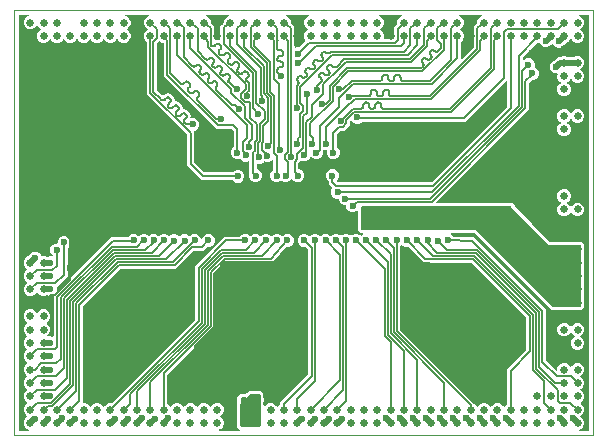
<source format=gtl>
G04 EAGLE Gerber X2 export*
%TF.Part,Single*%
%TF.FileFunction,Other,Top Layer Cooper*%
%TF.FilePolarity,Positive*%
%TF.GenerationSoftware,Autodesk,EAGLE,9.0.0*%
%TF.CreationDate,2018-08-23T05:46:31Z*%
G75*
%MOMM*%
%FSLAX34Y34*%
%LPD*%
%AMOC8*
5,1,8,0,0,1.08239X$1,22.5*%
G01*
%ADD10C,0.000000*%
%ADD11C,0.650000*%
%ADD12C,0.127000*%
%ADD13C,0.508000*%
%ADD14C,0.600000*%
%ADD15C,0.554000*%
%ADD16C,0.203200*%
%ADD17C,0.604000*%

G36*
X11432Y3829D02*
X11432Y3829D01*
X11532Y3843D01*
X11543Y3848D01*
X11554Y3850D01*
X11641Y3901D01*
X11729Y3949D01*
X11737Y3958D01*
X11747Y3965D01*
X11811Y4042D01*
X11877Y4118D01*
X11881Y4130D01*
X11889Y4139D01*
X11921Y4234D01*
X11957Y4328D01*
X11957Y4340D01*
X11961Y4351D01*
X11958Y4451D01*
X11959Y4552D01*
X11954Y4564D01*
X11954Y4576D01*
X11917Y4668D01*
X11882Y4763D01*
X11874Y4772D01*
X11870Y4783D01*
X11802Y4858D01*
X11737Y4934D01*
X11726Y4941D01*
X11718Y4949D01*
X11678Y4970D01*
X11576Y5031D01*
X10142Y5625D01*
X8525Y7242D01*
X7649Y9356D01*
X7649Y11644D01*
X8525Y13758D01*
X10142Y15375D01*
X10598Y15564D01*
X10673Y15612D01*
X10752Y15654D01*
X10767Y15672D01*
X10787Y15685D01*
X10841Y15756D01*
X10899Y15823D01*
X10908Y15846D01*
X10922Y15864D01*
X10947Y15950D01*
X10979Y16033D01*
X10979Y16057D01*
X10986Y16080D01*
X10980Y16168D01*
X10981Y16257D01*
X10973Y16280D01*
X10971Y16303D01*
X10935Y16385D01*
X10904Y16468D01*
X10889Y16486D01*
X10879Y16508D01*
X10816Y16572D01*
X10759Y16639D01*
X10736Y16653D01*
X10722Y16668D01*
X10676Y16689D01*
X10598Y16736D01*
X10142Y16925D01*
X8525Y18542D01*
X7649Y20656D01*
X7649Y22944D01*
X8525Y25058D01*
X10142Y26675D01*
X10598Y26864D01*
X10673Y26912D01*
X10751Y26954D01*
X10767Y26972D01*
X10787Y26985D01*
X10841Y27056D01*
X10899Y27123D01*
X10908Y27146D01*
X10922Y27165D01*
X10947Y27250D01*
X10979Y27333D01*
X10979Y27357D01*
X10986Y27380D01*
X10980Y27468D01*
X10981Y27557D01*
X10973Y27580D01*
X10971Y27603D01*
X10935Y27685D01*
X10904Y27768D01*
X10889Y27786D01*
X10879Y27808D01*
X10817Y27872D01*
X10759Y27939D01*
X10736Y27953D01*
X10722Y27968D01*
X10676Y27989D01*
X10598Y28036D01*
X10142Y28225D01*
X8525Y29842D01*
X7649Y31956D01*
X7649Y34244D01*
X8525Y36358D01*
X10142Y37975D01*
X10598Y38164D01*
X10673Y38212D01*
X10752Y38255D01*
X10767Y38272D01*
X10787Y38285D01*
X10841Y38356D01*
X10899Y38423D01*
X10908Y38446D01*
X10922Y38465D01*
X10947Y38550D01*
X10979Y38633D01*
X10979Y38657D01*
X10986Y38680D01*
X10980Y38769D01*
X10981Y38857D01*
X10973Y38880D01*
X10971Y38903D01*
X10935Y38985D01*
X10904Y39068D01*
X10889Y39087D01*
X10879Y39108D01*
X10817Y39172D01*
X10759Y39239D01*
X10736Y39253D01*
X10722Y39268D01*
X10676Y39289D01*
X10598Y39336D01*
X10142Y39525D01*
X8525Y41142D01*
X7649Y43256D01*
X7649Y45544D01*
X8525Y47658D01*
X10142Y49275D01*
X10598Y49464D01*
X10673Y49512D01*
X10752Y49555D01*
X10767Y49572D01*
X10787Y49585D01*
X10841Y49656D01*
X10899Y49723D01*
X10908Y49746D01*
X10922Y49765D01*
X10947Y49850D01*
X10979Y49933D01*
X10979Y49957D01*
X10986Y49980D01*
X10980Y50069D01*
X10981Y50157D01*
X10973Y50180D01*
X10971Y50203D01*
X10935Y50285D01*
X10904Y50368D01*
X10889Y50387D01*
X10879Y50408D01*
X10817Y50472D01*
X10759Y50539D01*
X10736Y50553D01*
X10722Y50568D01*
X10676Y50589D01*
X10598Y50636D01*
X10142Y50825D01*
X8525Y52442D01*
X7649Y54556D01*
X7649Y56844D01*
X8525Y58958D01*
X10142Y60575D01*
X10598Y60764D01*
X10673Y60812D01*
X10752Y60855D01*
X10767Y60872D01*
X10787Y60885D01*
X10841Y60956D01*
X10899Y61023D01*
X10908Y61046D01*
X10922Y61065D01*
X10947Y61150D01*
X10979Y61233D01*
X10979Y61257D01*
X10986Y61280D01*
X10980Y61369D01*
X10981Y61457D01*
X10973Y61480D01*
X10971Y61503D01*
X10935Y61585D01*
X10904Y61668D01*
X10889Y61687D01*
X10879Y61708D01*
X10817Y61772D01*
X10759Y61839D01*
X10736Y61853D01*
X10722Y61868D01*
X10676Y61889D01*
X10598Y61936D01*
X10142Y62125D01*
X8525Y63742D01*
X7649Y65856D01*
X7649Y68144D01*
X8525Y70258D01*
X10142Y71875D01*
X10598Y72064D01*
X10673Y72112D01*
X10752Y72155D01*
X10767Y72172D01*
X10787Y72185D01*
X10841Y72256D01*
X10899Y72323D01*
X10908Y72346D01*
X10922Y72365D01*
X10947Y72450D01*
X10979Y72533D01*
X10979Y72557D01*
X10986Y72580D01*
X10980Y72669D01*
X10981Y72757D01*
X10973Y72780D01*
X10971Y72803D01*
X10935Y72885D01*
X10904Y72968D01*
X10889Y72987D01*
X10879Y73008D01*
X10817Y73072D01*
X10759Y73139D01*
X10736Y73153D01*
X10722Y73168D01*
X10676Y73189D01*
X10598Y73236D01*
X10142Y73425D01*
X8525Y75042D01*
X7649Y77156D01*
X7649Y79444D01*
X8525Y81558D01*
X10142Y83175D01*
X10598Y83364D01*
X10673Y83412D01*
X10752Y83455D01*
X10767Y83472D01*
X10787Y83485D01*
X10841Y83556D01*
X10899Y83623D01*
X10908Y83646D01*
X10922Y83665D01*
X10947Y83750D01*
X10979Y83833D01*
X10979Y83857D01*
X10986Y83880D01*
X10980Y83969D01*
X10981Y84057D01*
X10973Y84080D01*
X10971Y84103D01*
X10935Y84185D01*
X10904Y84268D01*
X10889Y84287D01*
X10879Y84308D01*
X10817Y84372D01*
X10759Y84439D01*
X10736Y84453D01*
X10722Y84468D01*
X10676Y84489D01*
X10598Y84536D01*
X10142Y84725D01*
X8525Y86342D01*
X7649Y88456D01*
X7649Y90744D01*
X8525Y92858D01*
X10142Y94475D01*
X10598Y94664D01*
X10673Y94712D01*
X10752Y94755D01*
X10767Y94772D01*
X10787Y94785D01*
X10841Y94856D01*
X10899Y94923D01*
X10908Y94946D01*
X10922Y94965D01*
X10947Y95050D01*
X10979Y95133D01*
X10979Y95157D01*
X10986Y95180D01*
X10980Y95269D01*
X10981Y95357D01*
X10973Y95380D01*
X10971Y95403D01*
X10935Y95485D01*
X10904Y95568D01*
X10889Y95587D01*
X10879Y95608D01*
X10817Y95672D01*
X10759Y95739D01*
X10736Y95753D01*
X10722Y95768D01*
X10676Y95789D01*
X10598Y95836D01*
X10142Y96025D01*
X8525Y97642D01*
X7649Y99756D01*
X7649Y102044D01*
X8525Y104158D01*
X10142Y105775D01*
X12256Y106651D01*
X14544Y106651D01*
X16658Y105775D01*
X18275Y104158D01*
X18464Y103702D01*
X18512Y103627D01*
X18554Y103549D01*
X18572Y103533D01*
X18585Y103513D01*
X18656Y103459D01*
X18723Y103401D01*
X18746Y103392D01*
X18765Y103378D01*
X18850Y103353D01*
X18933Y103321D01*
X18957Y103321D01*
X18980Y103314D01*
X19068Y103320D01*
X19157Y103319D01*
X19180Y103327D01*
X19203Y103329D01*
X19285Y103365D01*
X19368Y103396D01*
X19386Y103411D01*
X19408Y103421D01*
X19472Y103483D01*
X19539Y103541D01*
X19553Y103564D01*
X19568Y103578D01*
X19589Y103624D01*
X19636Y103702D01*
X19825Y104158D01*
X21442Y105775D01*
X23556Y106651D01*
X25844Y106651D01*
X27958Y105775D01*
X29575Y104158D01*
X30451Y102044D01*
X30451Y99756D01*
X29575Y97642D01*
X27958Y96025D01*
X27502Y95836D01*
X27427Y95788D01*
X27349Y95746D01*
X27333Y95728D01*
X27313Y95715D01*
X27259Y95644D01*
X27201Y95577D01*
X27192Y95554D01*
X27178Y95535D01*
X27153Y95450D01*
X27121Y95367D01*
X27121Y95343D01*
X27114Y95320D01*
X27120Y95232D01*
X27119Y95143D01*
X27127Y95120D01*
X27129Y95097D01*
X27165Y95015D01*
X27196Y94932D01*
X27211Y94914D01*
X27221Y94892D01*
X27283Y94828D01*
X27341Y94761D01*
X27364Y94747D01*
X27378Y94732D01*
X27424Y94711D01*
X27502Y94664D01*
X27958Y94475D01*
X29575Y92858D01*
X30451Y90744D01*
X30451Y88456D01*
X29575Y86342D01*
X27993Y84761D01*
X27936Y84678D01*
X27876Y84598D01*
X27872Y84586D01*
X27865Y84577D01*
X27840Y84479D01*
X27812Y84383D01*
X27812Y84371D01*
X27809Y84359D01*
X27820Y84260D01*
X27827Y84159D01*
X27831Y84148D01*
X27833Y84136D01*
X27877Y84046D01*
X27918Y83954D01*
X27927Y83946D01*
X27932Y83935D01*
X28005Y83866D01*
X28076Y83794D01*
X28087Y83789D01*
X28095Y83781D01*
X28188Y83742D01*
X28279Y83699D01*
X28291Y83698D01*
X28302Y83694D01*
X28403Y83689D01*
X28503Y83681D01*
X28515Y83684D01*
X28526Y83684D01*
X28570Y83698D01*
X28685Y83726D01*
X29106Y83901D01*
X31294Y83901D01*
X32187Y83531D01*
X32263Y83514D01*
X32336Y83489D01*
X32372Y83491D01*
X32406Y83483D01*
X32483Y83494D01*
X32561Y83496D01*
X32593Y83509D01*
X32629Y83514D01*
X32697Y83551D01*
X32768Y83580D01*
X32795Y83604D01*
X32826Y83621D01*
X32877Y83679D01*
X32934Y83732D01*
X32950Y83763D01*
X32974Y83790D01*
X33001Y83862D01*
X33037Y83931D01*
X33043Y83971D01*
X33053Y84000D01*
X33054Y84046D01*
X33064Y84117D01*
X33064Y117800D01*
X33051Y117877D01*
X33045Y117954D01*
X33031Y117986D01*
X33025Y118021D01*
X32985Y118088D01*
X32953Y118159D01*
X32929Y118184D01*
X32910Y118214D01*
X32850Y118263D01*
X32796Y118318D01*
X32764Y118333D01*
X32736Y118356D01*
X32663Y118381D01*
X32593Y118413D01*
X32557Y118416D01*
X32524Y118428D01*
X32446Y118425D01*
X32369Y118432D01*
X32330Y118422D01*
X32299Y118421D01*
X32256Y118404D01*
X32187Y118386D01*
X31494Y118099D01*
X29306Y118099D01*
X28312Y118511D01*
X28282Y118518D01*
X28254Y118532D01*
X28137Y118549D01*
X28093Y118559D01*
X28082Y118557D01*
X28069Y118559D01*
X27926Y118559D01*
X27895Y118554D01*
X27865Y118556D01*
X27750Y118528D01*
X27705Y118520D01*
X27696Y118514D01*
X27683Y118511D01*
X25844Y117749D01*
X23556Y117749D01*
X21442Y118625D01*
X19825Y120242D01*
X19636Y120698D01*
X19588Y120773D01*
X19545Y120852D01*
X19528Y120867D01*
X19515Y120887D01*
X19444Y120941D01*
X19377Y120999D01*
X19354Y121008D01*
X19335Y121022D01*
X19250Y121047D01*
X19167Y121079D01*
X19143Y121079D01*
X19120Y121086D01*
X19031Y121080D01*
X18943Y121081D01*
X18920Y121073D01*
X18897Y121071D01*
X18815Y121035D01*
X18732Y121004D01*
X18713Y120989D01*
X18692Y120979D01*
X18628Y120917D01*
X18561Y120859D01*
X18547Y120836D01*
X18532Y120822D01*
X18511Y120776D01*
X18464Y120698D01*
X18275Y120242D01*
X16658Y118625D01*
X14544Y117749D01*
X12256Y117749D01*
X10142Y118625D01*
X8525Y120242D01*
X7649Y122356D01*
X7649Y124644D01*
X8525Y126758D01*
X10142Y128375D01*
X10598Y128564D01*
X10673Y128612D01*
X10752Y128655D01*
X10767Y128672D01*
X10787Y128685D01*
X10841Y128756D01*
X10899Y128823D01*
X10908Y128846D01*
X10922Y128865D01*
X10947Y128950D01*
X10979Y129033D01*
X10979Y129057D01*
X10986Y129080D01*
X10980Y129169D01*
X10981Y129257D01*
X10973Y129280D01*
X10971Y129303D01*
X10935Y129385D01*
X10904Y129468D01*
X10889Y129487D01*
X10879Y129508D01*
X10817Y129572D01*
X10759Y129639D01*
X10736Y129653D01*
X10722Y129668D01*
X10676Y129689D01*
X10598Y129736D01*
X10142Y129925D01*
X8525Y131542D01*
X7649Y133656D01*
X7649Y135944D01*
X8525Y138058D01*
X10142Y139675D01*
X10598Y139864D01*
X10673Y139912D01*
X10752Y139955D01*
X10767Y139972D01*
X10787Y139985D01*
X10841Y140056D01*
X10899Y140123D01*
X10908Y140146D01*
X10922Y140165D01*
X10947Y140250D01*
X10979Y140333D01*
X10979Y140357D01*
X10986Y140380D01*
X10980Y140469D01*
X10981Y140557D01*
X10973Y140580D01*
X10971Y140603D01*
X10935Y140685D01*
X10904Y140768D01*
X10889Y140787D01*
X10879Y140808D01*
X10817Y140872D01*
X10759Y140939D01*
X10736Y140953D01*
X10722Y140968D01*
X10676Y140989D01*
X10598Y141036D01*
X10142Y141225D01*
X8525Y142842D01*
X7649Y144956D01*
X7649Y147244D01*
X8525Y149358D01*
X10142Y150975D01*
X11818Y151669D01*
X11847Y151688D01*
X11880Y151699D01*
X11966Y151764D01*
X12007Y151791D01*
X12016Y151802D01*
X12030Y151813D01*
X12163Y151950D01*
X12178Y151972D01*
X12198Y151989D01*
X12267Y152103D01*
X12289Y152135D01*
X12291Y152142D01*
X12295Y152150D01*
X12737Y153216D01*
X14284Y154763D01*
X15208Y155146D01*
X15217Y155151D01*
X15224Y155153D01*
X15231Y155157D01*
X15239Y155159D01*
X16306Y155601D01*
X18494Y155601D01*
X19418Y155218D01*
X19428Y155216D01*
X19435Y155211D01*
X19442Y155210D01*
X19450Y155205D01*
X20516Y154763D01*
X22063Y153216D01*
X22446Y152292D01*
X22451Y152283D01*
X22453Y152276D01*
X22457Y152269D01*
X22459Y152260D01*
X22522Y152109D01*
X22557Y152053D01*
X22584Y151993D01*
X22617Y151960D01*
X22643Y151920D01*
X22696Y151880D01*
X22742Y151834D01*
X22785Y151814D01*
X22822Y151785D01*
X22885Y151766D01*
X22945Y151739D01*
X22992Y151735D01*
X23037Y151721D01*
X23103Y151726D01*
X23169Y151720D01*
X23222Y151734D01*
X23261Y151736D01*
X23297Y151752D01*
X23351Y151766D01*
X23556Y151851D01*
X25844Y151851D01*
X27441Y151189D01*
X27471Y151182D01*
X27499Y151168D01*
X27616Y151151D01*
X27661Y151141D01*
X27671Y151143D01*
X27684Y151141D01*
X27969Y151141D01*
X27999Y151146D01*
X28030Y151144D01*
X28145Y151172D01*
X28190Y151180D01*
X28199Y151186D01*
X28212Y151189D01*
X29206Y151601D01*
X31394Y151601D01*
X31565Y151530D01*
X31664Y151508D01*
X31761Y151483D01*
X31773Y151485D01*
X31785Y151482D01*
X31884Y151496D01*
X31984Y151507D01*
X31995Y151512D01*
X32007Y151513D01*
X32095Y151561D01*
X32185Y151606D01*
X32193Y151615D01*
X32204Y151620D01*
X32270Y151696D01*
X32339Y151769D01*
X32344Y151780D01*
X32352Y151789D01*
X32387Y151883D01*
X32427Y151976D01*
X32427Y151988D01*
X32431Y151999D01*
X32432Y152100D01*
X32437Y152200D01*
X32433Y152211D01*
X32433Y152223D01*
X32399Y152318D01*
X32368Y152414D01*
X32360Y152424D01*
X32357Y152434D01*
X32327Y152469D01*
X32257Y152564D01*
X31137Y153684D01*
X30299Y155706D01*
X30299Y157894D01*
X31137Y159916D01*
X32684Y161463D01*
X34706Y162301D01*
X35865Y162301D01*
X35930Y162312D01*
X35996Y162314D01*
X36039Y162332D01*
X36086Y162340D01*
X36143Y162374D01*
X36203Y162399D01*
X36238Y162430D01*
X36279Y162455D01*
X36321Y162506D01*
X36369Y162550D01*
X36391Y162592D01*
X36420Y162629D01*
X36441Y162691D01*
X36472Y162750D01*
X36480Y162804D01*
X36492Y162841D01*
X36491Y162881D01*
X36499Y162935D01*
X36499Y164394D01*
X37337Y166416D01*
X38884Y167963D01*
X40906Y168801D01*
X43094Y168801D01*
X45116Y167963D01*
X46663Y166416D01*
X47501Y164394D01*
X47501Y162206D01*
X46663Y160184D01*
X45322Y158842D01*
X45297Y158807D01*
X45266Y158779D01*
X45234Y158716D01*
X45193Y158658D01*
X45183Y158617D01*
X45163Y158579D01*
X45150Y158490D01*
X45137Y158441D01*
X45140Y158420D01*
X45136Y158394D01*
X45136Y134801D01*
X35945Y125610D01*
X35914Y125566D01*
X35876Y125528D01*
X35851Y125475D01*
X35817Y125426D01*
X35803Y125374D01*
X35780Y125325D01*
X35776Y125266D01*
X35761Y125209D01*
X35767Y125155D01*
X35762Y125101D01*
X35779Y125032D01*
X35784Y124986D01*
X35798Y124958D01*
X35808Y124919D01*
X35901Y124694D01*
X35901Y122959D01*
X35917Y122871D01*
X35926Y122782D01*
X35936Y122761D01*
X35940Y122738D01*
X35986Y122661D01*
X36025Y122581D01*
X36042Y122565D01*
X36055Y122545D01*
X36124Y122489D01*
X36188Y122427D01*
X36210Y122418D01*
X36229Y122403D01*
X36313Y122375D01*
X36395Y122340D01*
X36419Y122339D01*
X36441Y122331D01*
X36530Y122334D01*
X36619Y122330D01*
X36642Y122337D01*
X36666Y122338D01*
X36748Y122371D01*
X36833Y122399D01*
X36854Y122414D01*
X36873Y122422D01*
X36911Y122456D01*
X36983Y122510D01*
X80386Y165913D01*
X82409Y167936D01*
X95694Y167936D01*
X95736Y167943D01*
X95778Y167941D01*
X95845Y167963D01*
X95915Y167975D01*
X95951Y167997D01*
X95992Y168010D01*
X96064Y168064D01*
X96108Y168090D01*
X96121Y168106D01*
X96142Y168122D01*
X97684Y169663D01*
X99706Y170501D01*
X101894Y170501D01*
X103916Y169663D01*
X104701Y168878D01*
X104731Y168857D01*
X104741Y168846D01*
X104759Y168837D01*
X104803Y168795D01*
X104847Y168777D01*
X104886Y168750D01*
X104949Y168733D01*
X105010Y168708D01*
X105057Y168705D01*
X105103Y168694D01*
X105168Y168700D01*
X105234Y168698D01*
X105279Y168712D01*
X105326Y168717D01*
X105385Y168746D01*
X105448Y168766D01*
X105492Y168799D01*
X105527Y168816D01*
X105554Y168845D01*
X105586Y168868D01*
X105588Y168870D01*
X105598Y168878D01*
X106484Y169763D01*
X108506Y170601D01*
X110694Y170601D01*
X112716Y169763D01*
X113302Y169178D01*
X113356Y169140D01*
X113403Y169095D01*
X113447Y169077D01*
X113486Y169050D01*
X113549Y169033D01*
X113610Y169008D01*
X113657Y169005D01*
X113703Y168994D01*
X113768Y169000D01*
X113834Y168998D01*
X113879Y169012D01*
X113926Y169017D01*
X113985Y169046D01*
X114048Y169066D01*
X114092Y169099D01*
X114127Y169116D01*
X114154Y169145D01*
X114199Y169178D01*
X114784Y169763D01*
X116806Y170601D01*
X118994Y170601D01*
X121016Y169763D01*
X121801Y168978D01*
X121856Y168940D01*
X121903Y168895D01*
X121947Y168877D01*
X121986Y168850D01*
X122049Y168833D01*
X122110Y168808D01*
X122157Y168805D01*
X122203Y168794D01*
X122268Y168800D01*
X122334Y168798D01*
X122379Y168812D01*
X122426Y168817D01*
X122485Y168846D01*
X122548Y168866D01*
X122592Y168899D01*
X122627Y168916D01*
X122654Y168945D01*
X122698Y168978D01*
X123384Y169663D01*
X125406Y170501D01*
X127594Y170501D01*
X129616Y169663D01*
X130451Y168828D01*
X130506Y168790D01*
X130553Y168745D01*
X130597Y168727D01*
X130636Y168700D01*
X130699Y168683D01*
X130760Y168658D01*
X130807Y168655D01*
X130853Y168644D01*
X130918Y168650D01*
X130984Y168648D01*
X131029Y168662D01*
X131076Y168667D01*
X131135Y168696D01*
X131198Y168716D01*
X131242Y168749D01*
X131277Y168766D01*
X131304Y168795D01*
X131348Y168828D01*
X132084Y169563D01*
X134106Y170401D01*
X136294Y170401D01*
X138316Y169563D01*
X139201Y168678D01*
X139256Y168640D01*
X139303Y168595D01*
X139347Y168577D01*
X139386Y168550D01*
X139449Y168533D01*
X139510Y168508D01*
X139557Y168505D01*
X139603Y168494D01*
X139668Y168500D01*
X139734Y168498D01*
X139779Y168512D01*
X139826Y168517D01*
X139885Y168546D01*
X139948Y168566D01*
X139992Y168599D01*
X140027Y168616D01*
X140054Y168645D01*
X140098Y168678D01*
X140984Y169563D01*
X143006Y170401D01*
X145194Y170401D01*
X147216Y169563D01*
X147852Y168928D01*
X147906Y168890D01*
X147953Y168845D01*
X147997Y168827D01*
X148036Y168800D01*
X148099Y168783D01*
X148160Y168758D01*
X148207Y168755D01*
X148253Y168744D01*
X148318Y168750D01*
X148384Y168748D01*
X148429Y168762D01*
X148476Y168767D01*
X148535Y168796D01*
X148598Y168816D01*
X148642Y168849D01*
X148677Y168866D01*
X148704Y168895D01*
X148749Y168928D01*
X149484Y169663D01*
X151506Y170501D01*
X153694Y170501D01*
X155716Y169663D01*
X157263Y168116D01*
X157764Y166907D01*
X157812Y166832D01*
X157855Y166754D01*
X157872Y166738D01*
X157885Y166718D01*
X157956Y166665D01*
X158023Y166606D01*
X158046Y166598D01*
X158065Y166583D01*
X158150Y166558D01*
X158233Y166526D01*
X158257Y166526D01*
X158280Y166519D01*
X158369Y166525D01*
X158457Y166525D01*
X158480Y166533D01*
X158503Y166534D01*
X158585Y166571D01*
X158668Y166601D01*
X158687Y166617D01*
X158708Y166626D01*
X158772Y166689D01*
X158839Y166746D01*
X158853Y166769D01*
X158868Y166784D01*
X158889Y166829D01*
X158936Y166907D01*
X159437Y168116D01*
X160984Y169663D01*
X163006Y170501D01*
X165194Y170501D01*
X167216Y169663D01*
X168763Y168116D01*
X169601Y166094D01*
X169601Y163906D01*
X168763Y161884D01*
X167216Y160337D01*
X165194Y159499D01*
X163297Y159499D01*
X163255Y159492D01*
X163212Y159494D01*
X163145Y159472D01*
X163076Y159460D01*
X163039Y159438D01*
X162999Y159425D01*
X162926Y159371D01*
X162883Y159345D01*
X162869Y159329D01*
X162848Y159314D01*
X161922Y158387D01*
X161921Y158387D01*
X159899Y156364D01*
X152254Y156364D01*
X152212Y156357D01*
X152170Y156359D01*
X152102Y156337D01*
X152033Y156325D01*
X151996Y156303D01*
X151956Y156290D01*
X151883Y156236D01*
X151840Y156210D01*
X151826Y156194D01*
X151805Y156178D01*
X138810Y143183D01*
X136788Y141161D01*
X89911Y141161D01*
X89869Y141153D01*
X89827Y141155D01*
X89760Y141134D01*
X89690Y141121D01*
X89654Y141100D01*
X89613Y141087D01*
X89540Y141033D01*
X89497Y141007D01*
X89484Y140991D01*
X89462Y140975D01*
X58002Y109514D01*
X57977Y109479D01*
X57946Y109451D01*
X57914Y109388D01*
X57873Y109330D01*
X57863Y109289D01*
X57843Y109251D01*
X57830Y109161D01*
X57817Y109113D01*
X57820Y109092D01*
X57816Y109066D01*
X57816Y28185D01*
X57827Y28120D01*
X57829Y28054D01*
X57847Y28011D01*
X57855Y27964D01*
X57889Y27907D01*
X57914Y27847D01*
X57945Y27812D01*
X57970Y27771D01*
X58021Y27729D01*
X58065Y27681D01*
X58107Y27659D01*
X58144Y27630D01*
X58206Y27609D01*
X58265Y27578D01*
X58319Y27570D01*
X58356Y27558D01*
X58396Y27559D01*
X58450Y27551D01*
X59744Y27551D01*
X61858Y26675D01*
X63475Y25058D01*
X63664Y24602D01*
X63712Y24527D01*
X63754Y24449D01*
X63772Y24433D01*
X63785Y24413D01*
X63856Y24359D01*
X63923Y24301D01*
X63946Y24292D01*
X63965Y24278D01*
X64050Y24253D01*
X64133Y24221D01*
X64157Y24221D01*
X64180Y24214D01*
X64268Y24220D01*
X64357Y24219D01*
X64380Y24227D01*
X64403Y24229D01*
X64485Y24265D01*
X64568Y24296D01*
X64586Y24311D01*
X64608Y24321D01*
X64672Y24383D01*
X64739Y24441D01*
X64753Y24464D01*
X64768Y24478D01*
X64789Y24524D01*
X64836Y24602D01*
X65025Y25058D01*
X66642Y26675D01*
X68756Y27551D01*
X71044Y27551D01*
X73158Y26675D01*
X74775Y25058D01*
X74964Y24602D01*
X75012Y24527D01*
X75054Y24449D01*
X75072Y24433D01*
X75085Y24413D01*
X75156Y24359D01*
X75223Y24301D01*
X75246Y24292D01*
X75265Y24278D01*
X75350Y24253D01*
X75433Y24221D01*
X75457Y24221D01*
X75480Y24214D01*
X75568Y24220D01*
X75657Y24219D01*
X75680Y24227D01*
X75703Y24229D01*
X75785Y24265D01*
X75868Y24296D01*
X75886Y24311D01*
X75908Y24321D01*
X75972Y24383D01*
X76039Y24441D01*
X76053Y24464D01*
X76068Y24478D01*
X76089Y24524D01*
X76136Y24602D01*
X76325Y25058D01*
X77942Y26675D01*
X80056Y27551D01*
X82253Y27551D01*
X82295Y27558D01*
X82338Y27556D01*
X82405Y27578D01*
X82474Y27590D01*
X82511Y27612D01*
X82551Y27625D01*
X82624Y27679D01*
X82667Y27705D01*
X82681Y27721D01*
X82702Y27737D01*
X152678Y97713D01*
X152703Y97748D01*
X152734Y97777D01*
X152766Y97839D01*
X152807Y97897D01*
X152817Y97938D01*
X152837Y97976D01*
X152850Y98066D01*
X152863Y98115D01*
X152860Y98135D01*
X152864Y98162D01*
X152864Y143399D01*
X177801Y168336D01*
X190494Y168336D01*
X190536Y168343D01*
X190578Y168341D01*
X190645Y168363D01*
X190715Y168375D01*
X190751Y168397D01*
X190792Y168410D01*
X190864Y168464D01*
X190908Y168490D01*
X190921Y168506D01*
X190942Y168522D01*
X192284Y169863D01*
X194306Y170701D01*
X196494Y170701D01*
X198516Y169863D01*
X199251Y169128D01*
X199306Y169090D01*
X199353Y169045D01*
X199397Y169027D01*
X199436Y169000D01*
X199499Y168983D01*
X199560Y168958D01*
X199607Y168955D01*
X199653Y168944D01*
X199718Y168950D01*
X199784Y168948D01*
X199829Y168962D01*
X199876Y168967D01*
X199935Y168996D01*
X199998Y169016D01*
X200042Y169049D01*
X200077Y169066D01*
X200104Y169095D01*
X200148Y169128D01*
X200884Y169863D01*
X202906Y170701D01*
X205094Y170701D01*
X207116Y169863D01*
X208052Y168928D01*
X208106Y168890D01*
X208153Y168845D01*
X208197Y168827D01*
X208236Y168800D01*
X208299Y168783D01*
X208360Y168758D01*
X208407Y168755D01*
X208453Y168744D01*
X208518Y168750D01*
X208584Y168748D01*
X208629Y168762D01*
X208676Y168767D01*
X208735Y168796D01*
X208798Y168816D01*
X208842Y168849D01*
X208877Y168866D01*
X208904Y168895D01*
X208949Y168928D01*
X209884Y169863D01*
X211906Y170701D01*
X214094Y170701D01*
X216116Y169863D01*
X217201Y168778D01*
X217256Y168740D01*
X217303Y168695D01*
X217347Y168677D01*
X217386Y168650D01*
X217449Y168633D01*
X217510Y168608D01*
X217557Y168605D01*
X217603Y168594D01*
X217668Y168600D01*
X217734Y168598D01*
X217779Y168612D01*
X217826Y168617D01*
X217885Y168646D01*
X217948Y168666D01*
X217992Y168699D01*
X218027Y168716D01*
X218054Y168745D01*
X218098Y168778D01*
X219184Y169863D01*
X221206Y170701D01*
X223394Y170701D01*
X225416Y169863D01*
X226301Y168978D01*
X226356Y168940D01*
X226403Y168895D01*
X226447Y168877D01*
X226486Y168850D01*
X226549Y168833D01*
X226610Y168808D01*
X226657Y168805D01*
X226703Y168794D01*
X226768Y168800D01*
X226834Y168798D01*
X226879Y168812D01*
X226926Y168817D01*
X226985Y168846D01*
X227048Y168866D01*
X227092Y168899D01*
X227127Y168916D01*
X227154Y168945D01*
X227198Y168978D01*
X227984Y169763D01*
X230006Y170601D01*
X232194Y170601D01*
X234216Y169763D01*
X235763Y168216D01*
X236601Y166194D01*
X236601Y164006D01*
X235763Y161984D01*
X234216Y160437D01*
X232194Y159599D01*
X230665Y159599D01*
X230606Y159589D01*
X230546Y159588D01*
X230496Y159569D01*
X230444Y159560D01*
X230392Y159529D01*
X230337Y159508D01*
X230288Y159468D01*
X230251Y159445D01*
X230229Y159418D01*
X230192Y159388D01*
X220518Y148592D01*
X220504Y148571D01*
X220486Y148554D01*
X220446Y148476D01*
X220439Y148464D01*
X220108Y148133D01*
X220099Y148120D01*
X220084Y148108D01*
X219875Y147875D01*
X219851Y147835D01*
X219804Y147778D01*
X219321Y146973D01*
X219182Y146938D01*
X219096Y146900D01*
X219008Y146866D01*
X218992Y146853D01*
X218978Y146846D01*
X218942Y146811D01*
X218864Y146746D01*
X218756Y146626D01*
X218715Y146613D01*
X218630Y146593D01*
X218609Y146579D01*
X218585Y146571D01*
X218549Y146544D01*
X217684Y146544D01*
X217636Y146536D01*
X217530Y146525D01*
X216720Y146323D01*
X216574Y146411D01*
X216486Y146444D01*
X216400Y146483D01*
X216380Y146484D01*
X216364Y146490D01*
X216315Y146491D01*
X216213Y146500D01*
X216121Y146495D01*
X216113Y146500D01*
X216088Y146505D01*
X216066Y146517D01*
X215927Y146537D01*
X215893Y146544D01*
X215887Y146543D01*
X215880Y146544D01*
X179510Y146544D01*
X179468Y146537D01*
X179426Y146539D01*
X179359Y146517D01*
X179289Y146505D01*
X179253Y146483D01*
X179212Y146470D01*
X179140Y146416D01*
X179096Y146390D01*
X179083Y146374D01*
X179062Y146358D01*
X169482Y136778D01*
X169457Y136744D01*
X169426Y136715D01*
X169394Y136652D01*
X169353Y136594D01*
X169343Y136553D01*
X169323Y136515D01*
X169310Y136426D01*
X169297Y136377D01*
X169300Y136356D01*
X169296Y136330D01*
X169296Y91093D01*
X129722Y51518D01*
X129697Y51484D01*
X129666Y51455D01*
X129634Y51392D01*
X129593Y51334D01*
X129583Y51293D01*
X129563Y51255D01*
X129550Y51166D01*
X129537Y51117D01*
X129540Y51096D01*
X129536Y51070D01*
X129536Y27060D01*
X129543Y27018D01*
X129541Y26975D01*
X129563Y26908D01*
X129575Y26839D01*
X129597Y26802D01*
X129610Y26762D01*
X129664Y26689D01*
X129690Y26646D01*
X129706Y26632D01*
X129722Y26611D01*
X131275Y25057D01*
X131464Y24602D01*
X131512Y24527D01*
X131554Y24449D01*
X131572Y24433D01*
X131585Y24413D01*
X131656Y24359D01*
X131723Y24301D01*
X131746Y24292D01*
X131765Y24278D01*
X131850Y24253D01*
X131933Y24221D01*
X131957Y24221D01*
X131980Y24214D01*
X132068Y24220D01*
X132157Y24219D01*
X132180Y24227D01*
X132203Y24229D01*
X132285Y24265D01*
X132368Y24296D01*
X132386Y24311D01*
X132408Y24321D01*
X132472Y24383D01*
X132539Y24441D01*
X132553Y24464D01*
X132568Y24478D01*
X132589Y24524D01*
X132636Y24602D01*
X132825Y25058D01*
X134442Y26675D01*
X136556Y27551D01*
X138844Y27551D01*
X140958Y26675D01*
X142575Y25058D01*
X142764Y24602D01*
X142812Y24527D01*
X142854Y24449D01*
X142872Y24433D01*
X142885Y24413D01*
X142956Y24359D01*
X143023Y24301D01*
X143046Y24292D01*
X143065Y24278D01*
X143150Y24253D01*
X143233Y24221D01*
X143257Y24221D01*
X143280Y24214D01*
X143368Y24220D01*
X143457Y24219D01*
X143480Y24227D01*
X143503Y24229D01*
X143585Y24265D01*
X143668Y24296D01*
X143686Y24311D01*
X143708Y24321D01*
X143772Y24383D01*
X143839Y24441D01*
X143853Y24464D01*
X143868Y24478D01*
X143889Y24524D01*
X143936Y24602D01*
X144125Y25058D01*
X145742Y26675D01*
X147856Y27551D01*
X150144Y27551D01*
X152258Y26675D01*
X153875Y25058D01*
X154064Y24602D01*
X154112Y24527D01*
X154154Y24449D01*
X154172Y24433D01*
X154185Y24413D01*
X154256Y24359D01*
X154323Y24301D01*
X154346Y24292D01*
X154365Y24278D01*
X154450Y24253D01*
X154533Y24221D01*
X154557Y24221D01*
X154580Y24214D01*
X154668Y24220D01*
X154757Y24219D01*
X154780Y24227D01*
X154803Y24229D01*
X154885Y24265D01*
X154968Y24296D01*
X154986Y24311D01*
X155008Y24321D01*
X155072Y24383D01*
X155139Y24441D01*
X155153Y24464D01*
X155168Y24478D01*
X155189Y24524D01*
X155236Y24602D01*
X155425Y25058D01*
X157042Y26675D01*
X159156Y27551D01*
X161444Y27551D01*
X163558Y26675D01*
X165175Y25058D01*
X165364Y24602D01*
X165412Y24527D01*
X165454Y24449D01*
X165472Y24433D01*
X165485Y24413D01*
X165556Y24359D01*
X165623Y24301D01*
X165646Y24292D01*
X165665Y24278D01*
X165750Y24253D01*
X165833Y24221D01*
X165857Y24221D01*
X165880Y24214D01*
X165968Y24220D01*
X166057Y24219D01*
X166080Y24227D01*
X166103Y24229D01*
X166185Y24265D01*
X166268Y24296D01*
X166286Y24311D01*
X166308Y24321D01*
X166372Y24383D01*
X166439Y24441D01*
X166453Y24464D01*
X166468Y24478D01*
X166489Y24524D01*
X166536Y24602D01*
X166725Y25058D01*
X168342Y26675D01*
X170456Y27551D01*
X172744Y27551D01*
X174858Y26675D01*
X176475Y25058D01*
X177351Y22944D01*
X177351Y20656D01*
X176475Y18542D01*
X174858Y16925D01*
X174402Y16736D01*
X174327Y16688D01*
X174248Y16645D01*
X174233Y16628D01*
X174213Y16615D01*
X174159Y16544D01*
X174101Y16477D01*
X174092Y16454D01*
X174078Y16435D01*
X174053Y16350D01*
X174021Y16267D01*
X174021Y16243D01*
X174014Y16220D01*
X174020Y16131D01*
X174019Y16043D01*
X174027Y16020D01*
X174029Y15997D01*
X174065Y15915D01*
X174096Y15832D01*
X174111Y15813D01*
X174121Y15792D01*
X174183Y15728D01*
X174241Y15661D01*
X174264Y15647D01*
X174278Y15632D01*
X174324Y15611D01*
X174402Y15564D01*
X174858Y15375D01*
X176475Y13758D01*
X177351Y11644D01*
X177351Y9356D01*
X176475Y7242D01*
X174858Y5625D01*
X173424Y5031D01*
X173339Y4977D01*
X173253Y4925D01*
X173245Y4916D01*
X173235Y4910D01*
X173175Y4829D01*
X173111Y4751D01*
X173107Y4740D01*
X173100Y4730D01*
X173071Y4634D01*
X173039Y4539D01*
X173040Y4527D01*
X173036Y4515D01*
X173043Y4414D01*
X173046Y4314D01*
X173050Y4303D01*
X173051Y4292D01*
X173093Y4199D01*
X173130Y4107D01*
X173138Y4098D01*
X173143Y4087D01*
X173214Y4015D01*
X173282Y3941D01*
X173292Y3935D01*
X173301Y3927D01*
X173392Y3885D01*
X173481Y3838D01*
X173494Y3836D01*
X173504Y3832D01*
X173549Y3828D01*
X173667Y3811D01*
X190285Y3811D01*
X190372Y3827D01*
X190461Y3836D01*
X190482Y3846D01*
X190506Y3850D01*
X190582Y3896D01*
X190662Y3935D01*
X190678Y3952D01*
X190699Y3965D01*
X190755Y4034D01*
X190816Y4098D01*
X190825Y4120D01*
X190840Y4139D01*
X190869Y4223D01*
X190903Y4305D01*
X190904Y4329D01*
X190912Y4351D01*
X190909Y4440D01*
X190913Y4529D01*
X190906Y4552D01*
X190905Y4576D01*
X190872Y4658D01*
X190845Y4743D01*
X190829Y4764D01*
X190821Y4783D01*
X190787Y4821D01*
X190733Y4893D01*
X188783Y6843D01*
X188783Y8424D01*
X188778Y8454D01*
X188780Y8484D01*
X188752Y8599D01*
X188744Y8644D01*
X188738Y8654D01*
X188735Y8666D01*
X188449Y9356D01*
X188449Y11644D01*
X188735Y12334D01*
X188742Y12364D01*
X188756Y12391D01*
X188773Y12508D01*
X188783Y12553D01*
X188781Y12563D01*
X188783Y12576D01*
X188783Y19724D01*
X188778Y19754D01*
X188780Y19784D01*
X188752Y19899D01*
X188744Y19944D01*
X188738Y19954D01*
X188735Y19966D01*
X188449Y20656D01*
X188449Y22944D01*
X188735Y23634D01*
X188742Y23664D01*
X188756Y23691D01*
X188773Y23808D01*
X188783Y23853D01*
X188781Y23863D01*
X188783Y23876D01*
X188783Y27600D01*
X188776Y27642D01*
X188778Y27684D01*
X188756Y27751D01*
X188744Y27821D01*
X188729Y27845D01*
X188729Y32283D01*
X191817Y35371D01*
X196135Y35371D01*
X196176Y35378D01*
X196219Y35376D01*
X196286Y35398D01*
X196355Y35410D01*
X196392Y35432D01*
X196432Y35445D01*
X196505Y35499D01*
X196549Y35525D01*
X196562Y35541D01*
X196583Y35557D01*
X198843Y37817D01*
X208757Y37817D01*
X210817Y35757D01*
X210817Y31665D01*
X210822Y31634D01*
X210820Y31604D01*
X210848Y31489D01*
X210856Y31444D01*
X210862Y31434D01*
X210865Y31422D01*
X211001Y31094D01*
X211001Y28906D01*
X210865Y28578D01*
X210858Y28548D01*
X210844Y28521D01*
X210827Y28404D01*
X210817Y28359D01*
X210819Y28348D01*
X210817Y28335D01*
X210817Y25481D01*
X210833Y25393D01*
X210842Y25304D01*
X210852Y25283D01*
X210856Y25260D01*
X210902Y25183D01*
X210941Y25103D01*
X210958Y25087D01*
X210971Y25067D01*
X211040Y25010D01*
X211104Y24949D01*
X211126Y24940D01*
X211145Y24925D01*
X211229Y24897D01*
X211311Y24862D01*
X211335Y24861D01*
X211357Y24853D01*
X211446Y24856D01*
X211535Y24852D01*
X211558Y24859D01*
X211582Y24860D01*
X211664Y24893D01*
X211749Y24921D01*
X211770Y24936D01*
X211789Y24944D01*
X211827Y24978D01*
X211899Y25032D01*
X213542Y26675D01*
X215656Y27551D01*
X217944Y27551D01*
X220058Y26675D01*
X221675Y25058D01*
X221864Y24602D01*
X221912Y24527D01*
X221954Y24449D01*
X221972Y24433D01*
X221985Y24413D01*
X222056Y24359D01*
X222123Y24301D01*
X222146Y24292D01*
X222165Y24278D01*
X222250Y24253D01*
X222333Y24221D01*
X222357Y24221D01*
X222380Y24214D01*
X222468Y24220D01*
X222557Y24219D01*
X222580Y24227D01*
X222603Y24229D01*
X222685Y24265D01*
X222768Y24296D01*
X222786Y24311D01*
X222808Y24321D01*
X222872Y24383D01*
X222939Y24441D01*
X222953Y24464D01*
X222968Y24478D01*
X222989Y24524D01*
X223036Y24602D01*
X223225Y25058D01*
X224778Y26611D01*
X224803Y26646D01*
X224834Y26675D01*
X224866Y26738D01*
X224907Y26795D01*
X224917Y26837D01*
X224937Y26874D01*
X224950Y26964D01*
X224963Y27013D01*
X224960Y27034D01*
X224964Y27060D01*
X224964Y27899D01*
X248638Y51573D01*
X248663Y51608D01*
X248694Y51637D01*
X248718Y51684D01*
X248738Y51707D01*
X248743Y51723D01*
X248767Y51757D01*
X248777Y51798D01*
X248797Y51836D01*
X248809Y51918D01*
X248809Y51920D01*
X248809Y51922D01*
X248810Y51926D01*
X248823Y51975D01*
X248820Y51995D01*
X248824Y52022D01*
X248824Y156778D01*
X248817Y156820D01*
X248819Y156863D01*
X248797Y156930D01*
X248785Y156999D01*
X248763Y157036D01*
X248750Y157076D01*
X248696Y157149D01*
X248670Y157192D01*
X248654Y157206D01*
X248638Y157227D01*
X246452Y159413D01*
X246417Y159438D01*
X246388Y159469D01*
X246326Y159501D01*
X246268Y159542D01*
X246227Y159552D01*
X246189Y159572D01*
X246099Y159585D01*
X246050Y159598D01*
X246030Y159595D01*
X246003Y159599D01*
X244106Y159599D01*
X242084Y160437D01*
X240537Y161984D01*
X239699Y164006D01*
X239699Y166194D01*
X240537Y168216D01*
X242084Y169763D01*
X244106Y170601D01*
X246294Y170601D01*
X248316Y169763D01*
X249451Y168628D01*
X249506Y168590D01*
X249553Y168545D01*
X249597Y168527D01*
X249636Y168500D01*
X249699Y168483D01*
X249760Y168458D01*
X249807Y168455D01*
X249853Y168444D01*
X249918Y168450D01*
X249984Y168448D01*
X250029Y168462D01*
X250076Y168467D01*
X250135Y168496D01*
X250198Y168516D01*
X250242Y168549D01*
X250277Y168566D01*
X250304Y168595D01*
X250348Y168628D01*
X251384Y169663D01*
X253406Y170501D01*
X255594Y170501D01*
X257616Y169663D01*
X258501Y168778D01*
X258556Y168740D01*
X258603Y168695D01*
X258647Y168677D01*
X258686Y168650D01*
X258749Y168633D01*
X258810Y168608D01*
X258857Y168605D01*
X258903Y168594D01*
X258968Y168600D01*
X259034Y168598D01*
X259079Y168612D01*
X259126Y168617D01*
X259185Y168646D01*
X259248Y168666D01*
X259292Y168699D01*
X259327Y168716D01*
X259354Y168745D01*
X259398Y168778D01*
X260384Y169763D01*
X262406Y170601D01*
X264594Y170601D01*
X266616Y169763D01*
X267301Y169078D01*
X267356Y169040D01*
X267403Y168995D01*
X267447Y168977D01*
X267486Y168950D01*
X267549Y168933D01*
X267610Y168908D01*
X267657Y168905D01*
X267703Y168894D01*
X267768Y168900D01*
X267834Y168898D01*
X267879Y168912D01*
X267926Y168917D01*
X267985Y168946D01*
X268048Y168966D01*
X268092Y168999D01*
X268127Y169016D01*
X268154Y169045D01*
X268198Y169078D01*
X269084Y169963D01*
X271106Y170801D01*
X273294Y170801D01*
X275316Y169963D01*
X276001Y169278D01*
X276056Y169240D01*
X276103Y169195D01*
X276147Y169177D01*
X276186Y169150D01*
X276249Y169133D01*
X276310Y169108D01*
X276357Y169105D01*
X276403Y169094D01*
X276468Y169100D01*
X276534Y169098D01*
X276579Y169112D01*
X276626Y169117D01*
X276685Y169146D01*
X276748Y169166D01*
X276792Y169199D01*
X276827Y169216D01*
X276854Y169245D01*
X276898Y169278D01*
X277684Y170063D01*
X279706Y170901D01*
X281894Y170901D01*
X283916Y170063D01*
X284502Y169478D01*
X284556Y169440D01*
X284603Y169395D01*
X284647Y169377D01*
X284686Y169350D01*
X284749Y169333D01*
X284810Y169308D01*
X284857Y169305D01*
X284903Y169294D01*
X284968Y169300D01*
X285034Y169298D01*
X285079Y169312D01*
X285126Y169317D01*
X285185Y169346D01*
X285248Y169366D01*
X285292Y169399D01*
X285327Y169416D01*
X285354Y169445D01*
X285399Y169478D01*
X285984Y170063D01*
X288006Y170901D01*
X290194Y170901D01*
X292216Y170063D01*
X293001Y169278D01*
X293056Y169240D01*
X293103Y169195D01*
X293147Y169177D01*
X293186Y169150D01*
X293249Y169133D01*
X293310Y169108D01*
X293357Y169105D01*
X293403Y169094D01*
X293468Y169100D01*
X293534Y169098D01*
X293579Y169112D01*
X293626Y169117D01*
X293685Y169146D01*
X293748Y169166D01*
X293792Y169199D01*
X293827Y169216D01*
X293854Y169245D01*
X293898Y169278D01*
X294484Y169863D01*
X294679Y169944D01*
X294764Y169998D01*
X294850Y170050D01*
X294858Y170059D01*
X294868Y170065D01*
X294929Y170146D01*
X294992Y170224D01*
X294996Y170235D01*
X295003Y170245D01*
X295031Y170341D01*
X295064Y170436D01*
X295063Y170448D01*
X295067Y170460D01*
X295060Y170560D01*
X295057Y170661D01*
X295053Y170672D01*
X295052Y170683D01*
X295010Y170776D01*
X294973Y170868D01*
X294965Y170877D01*
X294960Y170888D01*
X294889Y170960D01*
X294821Y171034D01*
X294811Y171039D01*
X294802Y171048D01*
X294711Y171091D01*
X294622Y171137D01*
X294609Y171139D01*
X294599Y171143D01*
X294554Y171147D01*
X294436Y171164D01*
X293001Y171164D01*
X291164Y173001D01*
X291164Y189754D01*
X291149Y189842D01*
X291139Y189930D01*
X291129Y189951D01*
X291125Y189975D01*
X291079Y190051D01*
X291040Y190131D01*
X291023Y190147D01*
X291010Y190168D01*
X290941Y190224D01*
X290877Y190285D01*
X290855Y190294D01*
X290836Y190309D01*
X290752Y190338D01*
X290670Y190372D01*
X290646Y190374D01*
X290624Y190381D01*
X290535Y190379D01*
X290446Y190382D01*
X290423Y190375D01*
X290399Y190375D01*
X290317Y190341D01*
X290232Y190314D01*
X290211Y190298D01*
X290192Y190290D01*
X290154Y190256D01*
X290082Y190202D01*
X289416Y189537D01*
X287394Y188699D01*
X285206Y188699D01*
X283184Y189537D01*
X281637Y191084D01*
X280799Y193106D01*
X280799Y194365D01*
X280788Y194430D01*
X280786Y194496D01*
X280768Y194539D01*
X280760Y194586D01*
X280726Y194643D01*
X280701Y194703D01*
X280670Y194738D01*
X280645Y194779D01*
X280594Y194821D01*
X280550Y194869D01*
X280508Y194891D01*
X280471Y194920D01*
X280409Y194941D01*
X280350Y194972D01*
X280296Y194980D01*
X280259Y194992D01*
X280219Y194991D01*
X280165Y194999D01*
X279106Y194999D01*
X277084Y195837D01*
X275537Y197384D01*
X274699Y199406D01*
X274699Y199765D01*
X274688Y199830D01*
X274686Y199896D01*
X274668Y199939D01*
X274660Y199986D01*
X274626Y200043D01*
X274601Y200103D01*
X274570Y200138D01*
X274545Y200179D01*
X274494Y200221D01*
X274450Y200269D01*
X274408Y200291D01*
X274371Y200320D01*
X274309Y200341D01*
X274250Y200372D01*
X274196Y200380D01*
X274159Y200392D01*
X274119Y200391D01*
X274065Y200399D01*
X272506Y200399D01*
X270484Y201237D01*
X268937Y202784D01*
X268099Y204806D01*
X268099Y206994D01*
X268937Y209016D01*
X268995Y209074D01*
X269032Y209128D01*
X269078Y209176D01*
X269096Y209220D01*
X269123Y209258D01*
X269139Y209322D01*
X269165Y209383D01*
X269167Y209430D01*
X269179Y209475D01*
X269172Y209541D01*
X269175Y209607D01*
X269160Y209652D01*
X269155Y209698D01*
X269126Y209758D01*
X269106Y209821D01*
X269073Y209864D01*
X269056Y209900D01*
X269027Y209927D01*
X268994Y209971D01*
X268978Y209987D01*
X265964Y213001D01*
X265964Y214894D01*
X265957Y214936D01*
X265959Y214978D01*
X265937Y215045D01*
X265925Y215115D01*
X265903Y215151D01*
X265890Y215192D01*
X265836Y215264D01*
X265810Y215308D01*
X265794Y215321D01*
X265778Y215342D01*
X264437Y216684D01*
X263599Y218706D01*
X263599Y220894D01*
X264437Y222916D01*
X265984Y224463D01*
X268006Y225301D01*
X270194Y225301D01*
X272216Y224463D01*
X273763Y222916D01*
X274601Y220894D01*
X274601Y218706D01*
X273763Y216684D01*
X272905Y215826D01*
X272868Y215772D01*
X272823Y215724D01*
X272804Y215681D01*
X272777Y215642D01*
X272761Y215578D01*
X272735Y215518D01*
X272733Y215470D01*
X272721Y215425D01*
X272728Y215359D01*
X272725Y215294D01*
X272740Y215249D01*
X272745Y215202D01*
X272774Y215143D01*
X272794Y215080D01*
X272827Y215036D01*
X272844Y215000D01*
X272873Y214973D01*
X272905Y214929D01*
X273413Y214422D01*
X273448Y214397D01*
X273477Y214366D01*
X273539Y214334D01*
X273597Y214293D01*
X273638Y214283D01*
X273676Y214263D01*
X273766Y214250D01*
X273815Y214237D01*
X273835Y214240D01*
X273862Y214236D01*
X352638Y214236D01*
X352680Y214243D01*
X352723Y214241D01*
X352790Y214263D01*
X352859Y214275D01*
X352896Y214297D01*
X352936Y214310D01*
X353009Y214364D01*
X353052Y214390D01*
X353066Y214406D01*
X353087Y214422D01*
X416878Y278213D01*
X416903Y278248D01*
X416934Y278277D01*
X416966Y278339D01*
X417007Y278397D01*
X417017Y278438D01*
X417037Y278476D01*
X417050Y278566D01*
X417063Y278615D01*
X417060Y278635D01*
X417064Y278662D01*
X417064Y299398D01*
X417052Y299469D01*
X417051Y299502D01*
X417046Y299514D01*
X417039Y299575D01*
X417029Y299596D01*
X417025Y299619D01*
X416979Y299696D01*
X416940Y299776D01*
X416923Y299792D01*
X416910Y299813D01*
X416841Y299869D01*
X416777Y299930D01*
X416755Y299939D01*
X416736Y299954D01*
X416652Y299982D01*
X416570Y300017D01*
X416546Y300018D01*
X416524Y300026D01*
X416435Y300023D01*
X416346Y300027D01*
X416323Y300020D01*
X416299Y300019D01*
X416217Y299986D01*
X416132Y299958D01*
X416111Y299943D01*
X416092Y299935D01*
X416054Y299901D01*
X415982Y299847D01*
X415513Y299378D01*
X381599Y265464D01*
X294506Y265464D01*
X294464Y265457D01*
X294422Y265459D01*
X294355Y265437D01*
X294285Y265425D01*
X294249Y265403D01*
X294208Y265390D01*
X294136Y265336D01*
X294092Y265310D01*
X294079Y265294D01*
X294058Y265278D01*
X293316Y264537D01*
X291294Y263699D01*
X289106Y263699D01*
X287084Y264537D01*
X285537Y266084D01*
X285484Y266213D01*
X285442Y266278D01*
X285407Y266347D01*
X285382Y266372D01*
X285362Y266401D01*
X285300Y266448D01*
X285244Y266501D01*
X285211Y266515D01*
X285183Y266536D01*
X285109Y266558D01*
X285037Y266589D01*
X285002Y266590D01*
X284968Y266600D01*
X284891Y266595D01*
X284813Y266599D01*
X284780Y266588D01*
X284744Y266585D01*
X284674Y266554D01*
X284600Y266530D01*
X284567Y266506D01*
X284539Y266493D01*
X284506Y266461D01*
X284449Y266418D01*
X284329Y266298D01*
X284304Y266263D01*
X284273Y266234D01*
X284241Y266172D01*
X284200Y266114D01*
X284190Y266073D01*
X284170Y266035D01*
X284157Y265945D01*
X284145Y265896D01*
X284147Y265876D01*
X284143Y265849D01*
X284143Y262767D01*
X279433Y258057D01*
X276351Y258057D01*
X276309Y258050D01*
X276266Y258052D01*
X276199Y258030D01*
X276130Y258018D01*
X276093Y257996D01*
X276053Y257983D01*
X275980Y257929D01*
X275937Y257903D01*
X275923Y257887D01*
X275902Y257871D01*
X273022Y254991D01*
X272997Y254956D01*
X272966Y254927D01*
X272934Y254864D01*
X272893Y254807D01*
X272883Y254766D01*
X272863Y254728D01*
X272850Y254638D01*
X272837Y254589D01*
X272840Y254569D01*
X272836Y254542D01*
X272836Y244206D01*
X272843Y244164D01*
X272841Y244122D01*
X272863Y244055D01*
X272875Y243985D01*
X272897Y243949D01*
X272910Y243908D01*
X272945Y243861D01*
X272948Y243853D01*
X272962Y243838D01*
X272964Y243836D01*
X272990Y243792D01*
X273006Y243779D01*
X273022Y243758D01*
X274363Y242416D01*
X275201Y240394D01*
X275201Y238206D01*
X274363Y236184D01*
X272816Y234637D01*
X270794Y233799D01*
X268606Y233799D01*
X266584Y234637D01*
X265037Y236184D01*
X264199Y238206D01*
X264199Y240394D01*
X264294Y240622D01*
X264310Y240698D01*
X264335Y240771D01*
X264334Y240807D01*
X264342Y240841D01*
X264331Y240918D01*
X264328Y240996D01*
X264315Y241028D01*
X264310Y241064D01*
X264273Y241132D01*
X264244Y241203D01*
X264220Y241230D01*
X264203Y241261D01*
X264145Y241312D01*
X264093Y241369D01*
X264061Y241385D01*
X264034Y241409D01*
X263962Y241436D01*
X263893Y241472D01*
X263853Y241478D01*
X263825Y241488D01*
X263778Y241489D01*
X263708Y241499D01*
X262300Y241499D01*
X262237Y241513D01*
X262164Y241538D01*
X262128Y241537D01*
X262094Y241544D01*
X262017Y241533D01*
X261939Y241531D01*
X261907Y241518D01*
X261871Y241513D01*
X261803Y241476D01*
X261732Y241447D01*
X261705Y241423D01*
X261674Y241406D01*
X261623Y241348D01*
X261566Y241295D01*
X261550Y241264D01*
X261526Y241237D01*
X261499Y241165D01*
X261463Y241096D01*
X261457Y241056D01*
X261447Y241027D01*
X261446Y240981D01*
X261436Y240910D01*
X261436Y240401D01*
X261387Y240352D01*
X261362Y240317D01*
X261331Y240288D01*
X261299Y240226D01*
X261258Y240168D01*
X261248Y240127D01*
X261228Y240089D01*
X261215Y239999D01*
X261202Y239950D01*
X261205Y239930D01*
X261201Y239903D01*
X261201Y238006D01*
X260363Y235984D01*
X258816Y234437D01*
X256794Y233599D01*
X254606Y233599D01*
X252584Y234437D01*
X251530Y235491D01*
X251466Y235535D01*
X251408Y235586D01*
X251375Y235599D01*
X251345Y235619D01*
X251270Y235639D01*
X251198Y235666D01*
X251163Y235666D01*
X251128Y235675D01*
X251051Y235667D01*
X250974Y235668D01*
X250940Y235656D01*
X250905Y235652D01*
X250836Y235618D01*
X250763Y235591D01*
X250736Y235568D01*
X250704Y235553D01*
X250651Y235496D01*
X250592Y235446D01*
X250571Y235412D01*
X250550Y235389D01*
X250532Y235346D01*
X250495Y235285D01*
X250163Y234484D01*
X248616Y232937D01*
X246594Y232099D01*
X244406Y232099D01*
X243075Y232650D01*
X243023Y232662D01*
X242973Y232683D01*
X242914Y232686D01*
X242856Y232698D01*
X242803Y232691D01*
X242748Y232693D01*
X242692Y232675D01*
X242634Y232667D01*
X242586Y232641D01*
X242535Y232624D01*
X242478Y232582D01*
X242437Y232560D01*
X242417Y232537D01*
X242384Y232513D01*
X240421Y230550D01*
X240397Y230515D01*
X240366Y230487D01*
X240334Y230424D01*
X240293Y230366D01*
X240283Y230325D01*
X240263Y230287D01*
X240250Y230197D01*
X240237Y230149D01*
X240240Y230128D01*
X240236Y230102D01*
X240236Y226035D01*
X240247Y225970D01*
X240249Y225904D01*
X240267Y225861D01*
X240275Y225814D01*
X240309Y225757D01*
X240334Y225697D01*
X240365Y225662D01*
X240390Y225621D01*
X240441Y225579D01*
X240485Y225531D01*
X240527Y225509D01*
X240564Y225480D01*
X240626Y225459D01*
X240685Y225428D01*
X240739Y225420D01*
X240776Y225408D01*
X240816Y225409D01*
X240870Y225401D01*
X241094Y225401D01*
X243116Y224563D01*
X244663Y223016D01*
X245501Y220994D01*
X245501Y218806D01*
X244663Y216784D01*
X243116Y215237D01*
X241094Y214399D01*
X238906Y214399D01*
X236884Y215237D01*
X235249Y216872D01*
X235194Y216910D01*
X235147Y216955D01*
X235103Y216973D01*
X235064Y217000D01*
X235001Y217017D01*
X234940Y217042D01*
X234893Y217045D01*
X234847Y217056D01*
X234782Y217050D01*
X234716Y217052D01*
X234671Y217038D01*
X234624Y217033D01*
X234565Y217004D01*
X234502Y216984D01*
X234458Y216951D01*
X234423Y216934D01*
X234396Y216905D01*
X234352Y216872D01*
X232747Y215267D01*
X230725Y214430D01*
X228536Y214430D01*
X226515Y215267D01*
X226229Y215553D01*
X226175Y215591D01*
X226127Y215636D01*
X226084Y215654D01*
X226045Y215681D01*
X225981Y215697D01*
X225921Y215723D01*
X225873Y215725D01*
X225828Y215737D01*
X225762Y215730D01*
X225696Y215733D01*
X225652Y215719D01*
X225605Y215714D01*
X225546Y215685D01*
X225483Y215664D01*
X225439Y215632D01*
X225403Y215614D01*
X225376Y215586D01*
X225332Y215553D01*
X225116Y215337D01*
X223094Y214499D01*
X220906Y214499D01*
X218884Y215337D01*
X217337Y216884D01*
X216499Y218906D01*
X216499Y221094D01*
X217337Y223116D01*
X218678Y224458D01*
X218703Y224493D01*
X218734Y224521D01*
X218766Y224584D01*
X218807Y224642D01*
X218817Y224683D01*
X218837Y224721D01*
X218850Y224810D01*
X218863Y224859D01*
X218860Y224880D01*
X218864Y224906D01*
X218864Y232254D01*
X218849Y232342D01*
X218839Y232430D01*
X218829Y232451D01*
X218825Y232475D01*
X218779Y232551D01*
X218740Y232631D01*
X218723Y232647D01*
X218710Y232668D01*
X218641Y232724D01*
X218577Y232785D01*
X218555Y232794D01*
X218536Y232809D01*
X218452Y232838D01*
X218370Y232872D01*
X218346Y232874D01*
X218324Y232881D01*
X218235Y232879D01*
X218146Y232882D01*
X218123Y232875D01*
X218099Y232875D01*
X218017Y232841D01*
X217932Y232814D01*
X217911Y232798D01*
X217892Y232790D01*
X217854Y232756D01*
X217782Y232702D01*
X217316Y232237D01*
X215294Y231399D01*
X213106Y231399D01*
X211710Y231977D01*
X211657Y231989D01*
X211607Y232010D01*
X211549Y232013D01*
X211491Y232025D01*
X211437Y232018D01*
X211383Y232020D01*
X211327Y232002D01*
X211269Y231994D01*
X211221Y231968D01*
X211170Y231951D01*
X211113Y231909D01*
X211072Y231887D01*
X211051Y231864D01*
X211019Y231840D01*
X210016Y230837D01*
X207994Y229999D01*
X205711Y229999D01*
X205695Y230003D01*
X205617Y229992D01*
X205539Y229990D01*
X205507Y229977D01*
X205472Y229972D01*
X205404Y229935D01*
X205332Y229905D01*
X205306Y229882D01*
X205275Y229865D01*
X205223Y229807D01*
X205166Y229754D01*
X205150Y229723D01*
X205127Y229697D01*
X205099Y229624D01*
X205063Y229554D01*
X205058Y229515D01*
X205047Y229487D01*
X205046Y229440D01*
X205036Y229369D01*
X205036Y225873D01*
X205045Y225820D01*
X205045Y225766D01*
X205065Y225710D01*
X205075Y225652D01*
X205103Y225606D01*
X205121Y225555D01*
X205160Y225510D01*
X205190Y225459D01*
X205232Y225425D01*
X205267Y225384D01*
X205328Y225347D01*
X205364Y225318D01*
X205393Y225308D01*
X205427Y225287D01*
X207416Y224463D01*
X208963Y222916D01*
X209801Y220894D01*
X209801Y218706D01*
X208963Y216684D01*
X207416Y215137D01*
X205394Y214299D01*
X203206Y214299D01*
X201184Y215137D01*
X199637Y216684D01*
X198799Y218706D01*
X198799Y220203D01*
X198792Y220245D01*
X198794Y220288D01*
X198772Y220355D01*
X198764Y220398D01*
X198764Y231442D01*
X198751Y231518D01*
X198745Y231595D01*
X198731Y231628D01*
X198725Y231663D01*
X198685Y231729D01*
X198653Y231800D01*
X198629Y231825D01*
X198610Y231856D01*
X198550Y231905D01*
X198496Y231960D01*
X198464Y231975D01*
X198436Y231997D01*
X198363Y232022D01*
X198293Y232055D01*
X198257Y232058D01*
X198224Y232069D01*
X198146Y232067D01*
X198069Y232073D01*
X198030Y232063D01*
X197999Y232062D01*
X197956Y232045D01*
X197887Y232028D01*
X197094Y231699D01*
X194906Y231699D01*
X192884Y232537D01*
X191386Y234035D01*
X191341Y234066D01*
X191303Y234104D01*
X191250Y234129D01*
X191202Y234163D01*
X191149Y234176D01*
X191100Y234199D01*
X191042Y234204D01*
X190984Y234219D01*
X190931Y234213D01*
X190877Y234218D01*
X190808Y234200D01*
X190761Y234196D01*
X190734Y234182D01*
X190695Y234172D01*
X189794Y233799D01*
X187606Y233799D01*
X185584Y234637D01*
X184037Y236184D01*
X183199Y238206D01*
X183199Y240394D01*
X184037Y242416D01*
X185378Y243758D01*
X185403Y243793D01*
X185434Y243821D01*
X185460Y243873D01*
X185471Y243885D01*
X185474Y243895D01*
X185507Y243942D01*
X185517Y243983D01*
X185537Y244021D01*
X185550Y244110D01*
X185563Y244159D01*
X185560Y244180D01*
X185564Y244206D01*
X185564Y257538D01*
X185557Y257580D01*
X185559Y257623D01*
X185537Y257690D01*
X185525Y257759D01*
X185503Y257796D01*
X185490Y257836D01*
X185436Y257909D01*
X185410Y257952D01*
X185394Y257966D01*
X185378Y257987D01*
X184187Y259178D01*
X184152Y259203D01*
X184123Y259234D01*
X184061Y259266D01*
X184003Y259307D01*
X183962Y259317D01*
X183924Y259337D01*
X183834Y259350D01*
X183785Y259363D01*
X183765Y259360D01*
X183738Y259364D01*
X171101Y259364D01*
X126394Y304071D01*
X126394Y331815D01*
X126383Y331880D01*
X126381Y331946D01*
X126363Y331989D01*
X126355Y332036D01*
X126321Y332093D01*
X126296Y332153D01*
X126265Y332188D01*
X126240Y332229D01*
X126189Y332271D01*
X126145Y332319D01*
X126103Y332341D01*
X126066Y332370D01*
X126004Y332391D01*
X125945Y332422D01*
X125891Y332430D01*
X125854Y332442D01*
X125814Y332441D01*
X125760Y332449D01*
X125256Y332449D01*
X123142Y333325D01*
X122995Y333473D01*
X122941Y333510D01*
X122893Y333555D01*
X122849Y333574D01*
X122810Y333601D01*
X122747Y333617D01*
X122686Y333643D01*
X122639Y333645D01*
X122593Y333657D01*
X122528Y333650D01*
X122462Y333653D01*
X122417Y333638D01*
X122370Y333634D01*
X122311Y333604D01*
X122248Y333584D01*
X122204Y333552D01*
X122169Y333534D01*
X122142Y333505D01*
X122098Y333473D01*
X121368Y332743D01*
X120962Y332337D01*
X120937Y332302D01*
X120906Y332273D01*
X120874Y332210D01*
X120833Y332152D01*
X120823Y332111D01*
X120803Y332074D01*
X120790Y331984D01*
X120777Y331935D01*
X120780Y331914D01*
X120776Y331888D01*
X120776Y292618D01*
X120783Y292576D01*
X120781Y292533D01*
X120803Y292466D01*
X120815Y292397D01*
X120837Y292360D01*
X120850Y292320D01*
X120904Y292247D01*
X120930Y292204D01*
X120946Y292190D01*
X120962Y292169D01*
X125316Y287814D01*
X125370Y287777D01*
X125418Y287732D01*
X125462Y287713D01*
X125500Y287686D01*
X125564Y287670D01*
X125625Y287644D01*
X125672Y287642D01*
X125718Y287630D01*
X125783Y287637D01*
X125849Y287634D01*
X125894Y287649D01*
X125941Y287654D01*
X126000Y287683D01*
X126063Y287703D01*
X126107Y287736D01*
X126142Y287753D01*
X126169Y287782D01*
X126213Y287814D01*
X127177Y288778D01*
X129950Y289521D01*
X132724Y288778D01*
X133570Y287932D01*
X133739Y287763D01*
X134843Y286659D01*
X134843Y286658D01*
X134964Y286538D01*
X135707Y283765D01*
X135644Y283530D01*
X135643Y283524D01*
X135641Y283518D01*
X135634Y283413D01*
X135625Y283307D01*
X135627Y283301D01*
X135626Y283294D01*
X135657Y283193D01*
X135685Y283091D01*
X135689Y283085D01*
X135691Y283079D01*
X135755Y282995D01*
X135817Y282909D01*
X135822Y282905D01*
X135826Y282900D01*
X135916Y282843D01*
X136004Y282785D01*
X136010Y282783D01*
X136015Y282780D01*
X136119Y282757D01*
X136222Y282733D01*
X136228Y282734D01*
X136235Y282732D01*
X136421Y282754D01*
X136655Y282816D01*
X139428Y282073D01*
X140444Y281058D01*
X141548Y279954D01*
X141668Y279833D01*
X142411Y277060D01*
X142349Y276826D01*
X142348Y276819D01*
X142346Y276813D01*
X142339Y276708D01*
X142330Y276602D01*
X142332Y276596D01*
X142331Y276590D01*
X142361Y276489D01*
X142390Y276386D01*
X142394Y276381D01*
X142396Y276375D01*
X142459Y276290D01*
X142522Y276204D01*
X142527Y276201D01*
X142531Y276196D01*
X142620Y276139D01*
X142708Y276080D01*
X142715Y276078D01*
X142720Y276075D01*
X142824Y276053D01*
X142927Y276028D01*
X142933Y276029D01*
X142939Y276028D01*
X143125Y276049D01*
X143360Y276112D01*
X146133Y275368D01*
X146254Y275248D01*
X147358Y274144D01*
X147461Y274040D01*
X148373Y273129D01*
X149116Y270355D01*
X148894Y269528D01*
X148890Y269480D01*
X148877Y269434D01*
X148881Y269369D01*
X148876Y269304D01*
X148888Y269258D01*
X148892Y269210D01*
X148918Y269151D01*
X148936Y269088D01*
X148964Y269049D01*
X148984Y269005D01*
X149029Y268959D01*
X149067Y268906D01*
X149107Y268880D01*
X149141Y268846D01*
X149200Y268818D01*
X149254Y268782D01*
X149301Y268771D01*
X149344Y268750D01*
X149409Y268745D01*
X149472Y268730D01*
X149520Y268736D01*
X149568Y268732D01*
X149646Y268752D01*
X149695Y268758D01*
X149718Y268770D01*
X149750Y268778D01*
X149806Y268801D01*
X151994Y268801D01*
X154016Y267963D01*
X155563Y266416D01*
X156401Y264394D01*
X156401Y262206D01*
X155563Y260184D01*
X154016Y258637D01*
X152691Y258088D01*
X152626Y258046D01*
X152556Y258012D01*
X152532Y257986D01*
X152502Y257967D01*
X152455Y257905D01*
X152402Y257848D01*
X152388Y257816D01*
X152367Y257787D01*
X152345Y257713D01*
X152315Y257642D01*
X152313Y257606D01*
X152303Y257572D01*
X152308Y257495D01*
X152305Y257417D01*
X152316Y257384D01*
X152318Y257348D01*
X152336Y257309D01*
X152336Y231362D01*
X152343Y231320D01*
X152341Y231277D01*
X152363Y231210D01*
X152375Y231141D01*
X152397Y231104D01*
X152410Y231064D01*
X152464Y230991D01*
X152490Y230948D01*
X152506Y230934D01*
X152522Y230913D01*
X160613Y222822D01*
X160648Y222797D01*
X160677Y222766D01*
X160739Y222734D01*
X160797Y222693D01*
X160838Y222683D01*
X160876Y222663D01*
X160966Y222650D01*
X161015Y222637D01*
X161035Y222640D01*
X161062Y222636D01*
X184194Y222636D01*
X184236Y222643D01*
X184278Y222641D01*
X184345Y222663D01*
X184415Y222675D01*
X184451Y222697D01*
X184492Y222710D01*
X184564Y222764D01*
X184608Y222790D01*
X184621Y222806D01*
X184642Y222822D01*
X185984Y224163D01*
X188006Y225001D01*
X190194Y225001D01*
X192216Y224163D01*
X193763Y222616D01*
X194601Y220594D01*
X194601Y218406D01*
X193763Y216384D01*
X192216Y214837D01*
X190194Y213999D01*
X188006Y213999D01*
X185984Y214837D01*
X184642Y216178D01*
X184607Y216203D01*
X184579Y216234D01*
X184516Y216266D01*
X184458Y216307D01*
X184417Y216317D01*
X184379Y216337D01*
X184290Y216350D01*
X184241Y216363D01*
X184220Y216360D01*
X184194Y216364D01*
X158201Y216364D01*
X146064Y228501D01*
X146064Y254342D01*
X146057Y254384D01*
X146059Y254427D01*
X146051Y254449D01*
X146051Y254470D01*
X146034Y254511D01*
X146025Y254563D01*
X146003Y254600D01*
X145990Y254640D01*
X145972Y254665D01*
X145966Y254678D01*
X145944Y254703D01*
X145936Y254713D01*
X145910Y254756D01*
X145894Y254770D01*
X145878Y254791D01*
X111964Y288705D01*
X111964Y332940D01*
X111957Y332982D01*
X111959Y333025D01*
X111937Y333092D01*
X111925Y333161D01*
X111903Y333198D01*
X111890Y333238D01*
X111836Y333311D01*
X111810Y333354D01*
X111794Y333368D01*
X111778Y333389D01*
X110225Y334942D01*
X109349Y337056D01*
X109349Y339344D01*
X110225Y341458D01*
X111842Y343075D01*
X112298Y343264D01*
X112373Y343312D01*
X112451Y343354D01*
X112467Y343372D01*
X112487Y343385D01*
X112541Y343456D01*
X112599Y343523D01*
X112608Y343546D01*
X112622Y343565D01*
X112647Y343650D01*
X112679Y343733D01*
X112679Y343757D01*
X112686Y343780D01*
X112680Y343868D01*
X112681Y343957D01*
X112673Y343980D01*
X112671Y344003D01*
X112635Y344085D01*
X112604Y344168D01*
X112589Y344186D01*
X112579Y344208D01*
X112517Y344272D01*
X112459Y344339D01*
X112436Y344353D01*
X112422Y344368D01*
X112376Y344389D01*
X112298Y344436D01*
X111842Y344625D01*
X110225Y346242D01*
X109349Y348356D01*
X109349Y350644D01*
X110225Y352758D01*
X111842Y354375D01*
X113276Y354969D01*
X113361Y355023D01*
X113447Y355075D01*
X113455Y355084D01*
X113465Y355090D01*
X113525Y355171D01*
X113589Y355249D01*
X113593Y355260D01*
X113600Y355270D01*
X113629Y355366D01*
X113661Y355461D01*
X113660Y355473D01*
X113664Y355485D01*
X113657Y355586D01*
X113654Y355686D01*
X113650Y355697D01*
X113649Y355708D01*
X113607Y355801D01*
X113570Y355893D01*
X113562Y355902D01*
X113557Y355913D01*
X113486Y355985D01*
X113418Y356059D01*
X113408Y356065D01*
X113399Y356073D01*
X113308Y356115D01*
X113219Y356162D01*
X113206Y356164D01*
X113196Y356168D01*
X113151Y356172D01*
X113033Y356189D01*
X94567Y356189D01*
X94468Y356171D01*
X94368Y356157D01*
X94357Y356152D01*
X94346Y356150D01*
X94259Y356099D01*
X94171Y356051D01*
X94163Y356042D01*
X94153Y356035D01*
X94089Y355958D01*
X94023Y355882D01*
X94019Y355870D01*
X94011Y355861D01*
X93979Y355766D01*
X93943Y355672D01*
X93943Y355660D01*
X93939Y355649D01*
X93942Y355549D01*
X93942Y355448D01*
X93946Y355436D01*
X93946Y355424D01*
X93984Y355332D01*
X94018Y355237D01*
X94026Y355228D01*
X94030Y355217D01*
X94098Y355142D01*
X94163Y355066D01*
X94174Y355059D01*
X94182Y355051D01*
X94222Y355030D01*
X94324Y354969D01*
X95758Y354375D01*
X97375Y352758D01*
X98251Y350644D01*
X98251Y348356D01*
X97375Y346242D01*
X95758Y344625D01*
X95302Y344436D01*
X95227Y344388D01*
X95148Y344345D01*
X95133Y344328D01*
X95113Y344315D01*
X95059Y344244D01*
X95001Y344177D01*
X94992Y344154D01*
X94978Y344135D01*
X94953Y344050D01*
X94921Y343967D01*
X94921Y343943D01*
X94914Y343920D01*
X94920Y343831D01*
X94919Y343743D01*
X94927Y343720D01*
X94929Y343697D01*
X94965Y343615D01*
X94996Y343532D01*
X95011Y343513D01*
X95021Y343492D01*
X95083Y343428D01*
X95141Y343361D01*
X95164Y343347D01*
X95178Y343332D01*
X95224Y343311D01*
X95302Y343264D01*
X95758Y343075D01*
X97375Y341458D01*
X98251Y339344D01*
X98251Y337056D01*
X97375Y334942D01*
X95758Y333325D01*
X93644Y332449D01*
X91356Y332449D01*
X89242Y333325D01*
X87625Y334942D01*
X87436Y335398D01*
X87388Y335473D01*
X87345Y335552D01*
X87328Y335567D01*
X87315Y335587D01*
X87244Y335641D01*
X87177Y335699D01*
X87154Y335708D01*
X87135Y335722D01*
X87050Y335747D01*
X86967Y335779D01*
X86943Y335779D01*
X86920Y335786D01*
X86831Y335780D01*
X86743Y335781D01*
X86720Y335773D01*
X86697Y335771D01*
X86615Y335735D01*
X86532Y335704D01*
X86513Y335689D01*
X86492Y335679D01*
X86428Y335617D01*
X86361Y335559D01*
X86347Y335536D01*
X86332Y335522D01*
X86311Y335476D01*
X86264Y335398D01*
X86075Y334942D01*
X84458Y333325D01*
X82344Y332449D01*
X80056Y332449D01*
X77942Y333325D01*
X76325Y334942D01*
X76136Y335398D01*
X76088Y335473D01*
X76045Y335552D01*
X76028Y335567D01*
X76015Y335587D01*
X75944Y335641D01*
X75877Y335699D01*
X75854Y335708D01*
X75835Y335722D01*
X75750Y335747D01*
X75667Y335779D01*
X75643Y335779D01*
X75620Y335786D01*
X75531Y335780D01*
X75443Y335781D01*
X75420Y335773D01*
X75397Y335771D01*
X75315Y335734D01*
X75232Y335704D01*
X75214Y335689D01*
X75192Y335679D01*
X75128Y335617D01*
X75061Y335559D01*
X75047Y335536D01*
X75032Y335522D01*
X75011Y335476D01*
X74964Y335398D01*
X74775Y334942D01*
X73158Y333325D01*
X71044Y332449D01*
X68756Y332449D01*
X66642Y333325D01*
X65025Y334942D01*
X64836Y335398D01*
X64788Y335473D01*
X64745Y335552D01*
X64728Y335567D01*
X64715Y335587D01*
X64644Y335641D01*
X64577Y335699D01*
X64554Y335708D01*
X64535Y335722D01*
X64450Y335747D01*
X64367Y335779D01*
X64343Y335779D01*
X64320Y335786D01*
X64231Y335780D01*
X64143Y335781D01*
X64120Y335773D01*
X64097Y335771D01*
X64015Y335734D01*
X63932Y335704D01*
X63914Y335689D01*
X63892Y335679D01*
X63828Y335617D01*
X63761Y335559D01*
X63747Y335536D01*
X63732Y335522D01*
X63711Y335476D01*
X63664Y335398D01*
X63475Y334942D01*
X61858Y333325D01*
X59744Y332449D01*
X57456Y332449D01*
X55342Y333325D01*
X53725Y334942D01*
X53536Y335398D01*
X53488Y335473D01*
X53445Y335552D01*
X53428Y335567D01*
X53415Y335587D01*
X53344Y335641D01*
X53277Y335699D01*
X53254Y335708D01*
X53235Y335722D01*
X53150Y335747D01*
X53067Y335779D01*
X53043Y335779D01*
X53020Y335786D01*
X52931Y335780D01*
X52843Y335781D01*
X52820Y335773D01*
X52797Y335771D01*
X52715Y335734D01*
X52632Y335704D01*
X52614Y335689D01*
X52592Y335679D01*
X52528Y335617D01*
X52461Y335559D01*
X52447Y335536D01*
X52432Y335522D01*
X52411Y335476D01*
X52364Y335398D01*
X52175Y334942D01*
X50558Y333325D01*
X48444Y332449D01*
X46156Y332449D01*
X44042Y333325D01*
X42425Y334942D01*
X42236Y335398D01*
X42188Y335473D01*
X42145Y335552D01*
X42128Y335567D01*
X42115Y335587D01*
X42044Y335641D01*
X41977Y335699D01*
X41954Y335708D01*
X41935Y335722D01*
X41850Y335747D01*
X41767Y335779D01*
X41743Y335779D01*
X41720Y335786D01*
X41631Y335780D01*
X41543Y335781D01*
X41520Y335773D01*
X41497Y335771D01*
X41415Y335734D01*
X41332Y335704D01*
X41314Y335689D01*
X41292Y335679D01*
X41228Y335617D01*
X41161Y335559D01*
X41147Y335536D01*
X41132Y335522D01*
X41111Y335476D01*
X41064Y335398D01*
X40875Y334942D01*
X39258Y333325D01*
X37144Y332449D01*
X34856Y332449D01*
X32742Y333325D01*
X31125Y334942D01*
X30936Y335398D01*
X30888Y335473D01*
X30845Y335552D01*
X30828Y335567D01*
X30815Y335587D01*
X30744Y335641D01*
X30677Y335699D01*
X30654Y335708D01*
X30635Y335722D01*
X30550Y335747D01*
X30467Y335779D01*
X30443Y335779D01*
X30420Y335786D01*
X30331Y335780D01*
X30243Y335781D01*
X30220Y335773D01*
X30197Y335771D01*
X30115Y335734D01*
X30032Y335704D01*
X30014Y335689D01*
X29992Y335679D01*
X29928Y335617D01*
X29861Y335559D01*
X29847Y335536D01*
X29832Y335522D01*
X29811Y335476D01*
X29764Y335398D01*
X29575Y334942D01*
X27958Y333325D01*
X25844Y332449D01*
X23556Y332449D01*
X21442Y333325D01*
X19825Y334942D01*
X18949Y337056D01*
X18949Y339344D01*
X19825Y341458D01*
X21442Y343075D01*
X21898Y343264D01*
X21973Y343312D01*
X22052Y343354D01*
X22067Y343372D01*
X22087Y343385D01*
X22141Y343456D01*
X22199Y343523D01*
X22208Y343546D01*
X22222Y343564D01*
X22247Y343650D01*
X22279Y343733D01*
X22279Y343757D01*
X22286Y343780D01*
X22280Y343868D01*
X22281Y343957D01*
X22273Y343980D01*
X22271Y344003D01*
X22235Y344085D01*
X22204Y344168D01*
X22189Y344186D01*
X22179Y344208D01*
X22116Y344272D01*
X22059Y344339D01*
X22036Y344353D01*
X22022Y344368D01*
X21976Y344389D01*
X21898Y344436D01*
X21442Y344625D01*
X19825Y346242D01*
X19636Y346698D01*
X19588Y346773D01*
X19545Y346852D01*
X19528Y346867D01*
X19515Y346887D01*
X19444Y346941D01*
X19377Y346999D01*
X19354Y347008D01*
X19335Y347022D01*
X19250Y347047D01*
X19167Y347079D01*
X19143Y347079D01*
X19120Y347086D01*
X19031Y347080D01*
X18943Y347081D01*
X18920Y347073D01*
X18897Y347071D01*
X18815Y347034D01*
X18732Y347004D01*
X18714Y346989D01*
X18692Y346979D01*
X18628Y346917D01*
X18561Y346859D01*
X18547Y346836D01*
X18532Y346822D01*
X18511Y346776D01*
X18464Y346698D01*
X18275Y346242D01*
X16658Y344625D01*
X14544Y343749D01*
X12256Y343749D01*
X10142Y344625D01*
X8525Y346242D01*
X7649Y348356D01*
X7649Y350644D01*
X8525Y352758D01*
X10142Y354375D01*
X11576Y354969D01*
X11661Y355023D01*
X11747Y355075D01*
X11755Y355084D01*
X11765Y355090D01*
X11825Y355171D01*
X11889Y355249D01*
X11893Y355260D01*
X11900Y355270D01*
X11929Y355366D01*
X11961Y355461D01*
X11960Y355473D01*
X11964Y355485D01*
X11957Y355586D01*
X11954Y355686D01*
X11950Y355697D01*
X11949Y355708D01*
X11907Y355801D01*
X11870Y355893D01*
X11862Y355902D01*
X11857Y355913D01*
X11786Y355985D01*
X11718Y356059D01*
X11708Y356065D01*
X11699Y356073D01*
X11609Y356115D01*
X11519Y356162D01*
X11506Y356164D01*
X11496Y356168D01*
X11451Y356172D01*
X11333Y356189D01*
X4445Y356189D01*
X4380Y356178D01*
X4314Y356176D01*
X4271Y356158D01*
X4224Y356150D01*
X4167Y356116D01*
X4107Y356091D01*
X4072Y356060D01*
X4031Y356035D01*
X3989Y355984D01*
X3941Y355940D01*
X3919Y355898D01*
X3890Y355861D01*
X3869Y355799D01*
X3838Y355740D01*
X3830Y355686D01*
X3818Y355649D01*
X3819Y355609D01*
X3811Y355555D01*
X3811Y4445D01*
X3822Y4380D01*
X3824Y4314D01*
X3842Y4271D01*
X3850Y4224D01*
X3884Y4167D01*
X3909Y4107D01*
X3940Y4072D01*
X3965Y4031D01*
X4016Y3989D01*
X4060Y3941D01*
X4102Y3919D01*
X4139Y3890D01*
X4201Y3869D01*
X4260Y3838D01*
X4314Y3830D01*
X4351Y3818D01*
X4391Y3819D01*
X4445Y3811D01*
X11333Y3811D01*
X11432Y3829D01*
G37*
G36*
X485620Y3822D02*
X485620Y3822D01*
X485686Y3824D01*
X485729Y3842D01*
X485776Y3850D01*
X485833Y3884D01*
X485893Y3909D01*
X485928Y3940D01*
X485969Y3965D01*
X486011Y4016D01*
X486059Y4060D01*
X486081Y4102D01*
X486110Y4139D01*
X486131Y4201D01*
X486162Y4260D01*
X486170Y4314D01*
X486182Y4351D01*
X486181Y4391D01*
X486189Y4445D01*
X486189Y355555D01*
X486178Y355620D01*
X486176Y355686D01*
X486158Y355729D01*
X486150Y355776D01*
X486116Y355833D01*
X486091Y355893D01*
X486060Y355928D01*
X486035Y355969D01*
X485984Y356011D01*
X485940Y356059D01*
X485898Y356081D01*
X485861Y356110D01*
X485799Y356131D01*
X485740Y356162D01*
X485686Y356170D01*
X485649Y356182D01*
X485609Y356181D01*
X485555Y356189D01*
X478767Y356189D01*
X478668Y356171D01*
X478568Y356157D01*
X478557Y356152D01*
X478546Y356150D01*
X478459Y356099D01*
X478371Y356051D01*
X478363Y356042D01*
X478353Y356035D01*
X478289Y355958D01*
X478223Y355882D01*
X478219Y355870D01*
X478211Y355861D01*
X478179Y355766D01*
X478143Y355672D01*
X478143Y355660D01*
X478139Y355649D01*
X478142Y355549D01*
X478141Y355448D01*
X478146Y355436D01*
X478146Y355424D01*
X478183Y355332D01*
X478218Y355237D01*
X478226Y355228D01*
X478230Y355217D01*
X478298Y355142D01*
X478363Y355066D01*
X478374Y355059D01*
X478382Y355051D01*
X478422Y355030D01*
X478524Y354969D01*
X479958Y354375D01*
X481575Y352758D01*
X482451Y350644D01*
X482451Y348356D01*
X481575Y346242D01*
X479958Y344625D01*
X479502Y344436D01*
X479427Y344388D01*
X479348Y344345D01*
X479333Y344328D01*
X479313Y344315D01*
X479259Y344244D01*
X479201Y344177D01*
X479192Y344154D01*
X479178Y344135D01*
X479153Y344050D01*
X479121Y343967D01*
X479121Y343943D01*
X479114Y343920D01*
X479120Y343831D01*
X479119Y343743D01*
X479127Y343720D01*
X479129Y343697D01*
X479166Y343615D01*
X479196Y343532D01*
X479211Y343514D01*
X479221Y343492D01*
X479283Y343428D01*
X479341Y343361D01*
X479364Y343347D01*
X479378Y343332D01*
X479424Y343311D01*
X479502Y343264D01*
X479958Y343075D01*
X481575Y341458D01*
X482451Y339344D01*
X482451Y337056D01*
X481575Y334942D01*
X479958Y333325D01*
X477844Y332449D01*
X475556Y332449D01*
X473442Y333325D01*
X471825Y334942D01*
X471672Y335311D01*
X471632Y335373D01*
X471600Y335440D01*
X471572Y335467D01*
X471551Y335500D01*
X471492Y335545D01*
X471439Y335596D01*
X471403Y335611D01*
X471372Y335635D01*
X471301Y335656D01*
X471233Y335686D01*
X471194Y335688D01*
X471156Y335699D01*
X471083Y335694D01*
X471009Y335698D01*
X470972Y335687D01*
X470933Y335684D01*
X470865Y335654D01*
X470795Y335632D01*
X470764Y335608D01*
X470728Y335592D01*
X470675Y335540D01*
X470617Y335496D01*
X470596Y335462D01*
X470568Y335435D01*
X470537Y335368D01*
X470498Y335306D01*
X470487Y335262D01*
X470473Y335231D01*
X470469Y335187D01*
X470454Y335123D01*
X470442Y334986D01*
X469686Y334350D01*
X469670Y334331D01*
X469645Y334313D01*
X468657Y333325D01*
X468372Y333207D01*
X468370Y333205D01*
X468367Y333204D01*
X468207Y333106D01*
X466269Y331476D01*
X466231Y331432D01*
X466187Y331394D01*
X466154Y331338D01*
X466125Y331304D01*
X466114Y331272D01*
X466091Y331233D01*
X465863Y330684D01*
X464316Y329137D01*
X462294Y328299D01*
X460106Y328299D01*
X458084Y329137D01*
X456537Y330684D01*
X456265Y331339D01*
X456236Y331385D01*
X456221Y331422D01*
X456201Y331444D01*
X456175Y331493D01*
X456157Y331508D01*
X456144Y331528D01*
X456080Y331576D01*
X456070Y331588D01*
X456061Y331592D01*
X456006Y331640D01*
X455984Y331649D01*
X455965Y331663D01*
X455879Y331689D01*
X455796Y331720D01*
X455773Y331720D01*
X455750Y331727D01*
X455661Y331721D01*
X455572Y331722D01*
X455550Y331714D01*
X455526Y331712D01*
X455445Y331676D01*
X455361Y331645D01*
X455343Y331630D01*
X455321Y331620D01*
X455271Y331571D01*
X455260Y331564D01*
X455248Y331549D01*
X455190Y331500D01*
X455176Y331477D01*
X455161Y331463D01*
X455140Y331417D01*
X455138Y331415D01*
X455119Y331390D01*
X455112Y331370D01*
X455093Y331339D01*
X454863Y330784D01*
X453316Y329237D01*
X452085Y328727D01*
X452080Y328724D01*
X452073Y328722D01*
X451294Y328399D01*
X449106Y328399D01*
X447875Y328909D01*
X447869Y328910D01*
X447863Y328914D01*
X447084Y329237D01*
X445537Y330784D01*
X445027Y332015D01*
X445024Y332020D01*
X445022Y332027D01*
X444957Y332183D01*
X444922Y332238D01*
X444895Y332298D01*
X444862Y332332D01*
X444836Y332371D01*
X444784Y332411D01*
X444737Y332458D01*
X444695Y332478D01*
X444657Y332506D01*
X444594Y332525D01*
X444534Y332553D01*
X444487Y332557D01*
X444442Y332570D01*
X444376Y332566D01*
X444311Y332571D01*
X444257Y332558D01*
X444218Y332555D01*
X444182Y332539D01*
X444129Y332526D01*
X443944Y332449D01*
X442847Y332449D01*
X442805Y332442D01*
X442762Y332444D01*
X442695Y332422D01*
X442626Y332410D01*
X442589Y332388D01*
X442549Y332375D01*
X442476Y332321D01*
X442433Y332295D01*
X442419Y332279D01*
X442398Y332263D01*
X430522Y320387D01*
X430497Y320352D01*
X430466Y320323D01*
X430434Y320261D01*
X430393Y320203D01*
X430383Y320162D01*
X430363Y320124D01*
X430350Y320034D01*
X430337Y319985D01*
X430340Y319965D01*
X430336Y319938D01*
X430336Y318246D01*
X430351Y318158D01*
X430361Y318070D01*
X430371Y318049D01*
X430375Y318025D01*
X430421Y317949D01*
X430460Y317869D01*
X430477Y317853D01*
X430490Y317832D01*
X430559Y317776D01*
X430623Y317715D01*
X430645Y317706D01*
X430664Y317691D01*
X430748Y317662D01*
X430830Y317628D01*
X430854Y317626D01*
X430876Y317619D01*
X430965Y317621D01*
X431054Y317618D01*
X431077Y317625D01*
X431101Y317625D01*
X431183Y317659D01*
X431268Y317686D01*
X431289Y317702D01*
X431308Y317710D01*
X431346Y317744D01*
X431418Y317798D01*
X431984Y318363D01*
X434006Y319201D01*
X436194Y319201D01*
X438216Y318363D01*
X439763Y316816D01*
X440601Y314794D01*
X440601Y312606D01*
X440467Y312284D01*
X440453Y312220D01*
X440430Y312158D01*
X440430Y312111D01*
X440420Y312065D01*
X440429Y312000D01*
X440428Y311934D01*
X440444Y311889D01*
X440451Y311843D01*
X440482Y311785D01*
X440505Y311723D01*
X440535Y311687D01*
X440558Y311645D01*
X440607Y311602D01*
X440650Y311552D01*
X440697Y311524D01*
X440727Y311498D01*
X440764Y311484D01*
X440811Y311455D01*
X441516Y311163D01*
X443063Y309616D01*
X443901Y307594D01*
X443901Y305406D01*
X443063Y303384D01*
X441516Y301837D01*
X439494Y300999D01*
X438297Y300999D01*
X438255Y300992D01*
X438212Y300994D01*
X438145Y300972D01*
X438076Y300960D01*
X438039Y300938D01*
X437999Y300925D01*
X437926Y300871D01*
X437883Y300845D01*
X437869Y300829D01*
X437848Y300813D01*
X435601Y298567D01*
X435577Y298532D01*
X435546Y298503D01*
X435514Y298441D01*
X435473Y298383D01*
X435463Y298342D01*
X435443Y298304D01*
X435431Y298221D01*
X435423Y298196D01*
X435423Y298187D01*
X435417Y298165D01*
X435420Y298145D01*
X435416Y298118D01*
X435416Y275797D01*
X433393Y273774D01*
X357137Y197518D01*
X357087Y197445D01*
X357030Y197376D01*
X357023Y197354D01*
X357009Y197334D01*
X356987Y197248D01*
X356958Y197164D01*
X356959Y197140D01*
X356953Y197117D01*
X356962Y197028D01*
X356965Y196939D01*
X356974Y196917D01*
X356976Y196894D01*
X357016Y196814D01*
X357049Y196732D01*
X357065Y196714D01*
X357076Y196693D01*
X357141Y196632D01*
X357201Y196566D01*
X357222Y196555D01*
X357239Y196539D01*
X357321Y196504D01*
X357400Y196463D01*
X357427Y196460D01*
X357446Y196451D01*
X357496Y196449D01*
X357586Y196436D01*
X418807Y196436D01*
X418839Y196442D01*
X418872Y196439D01*
X418949Y196461D01*
X419028Y196475D01*
X419030Y196477D01*
X420339Y196436D01*
X420348Y196437D01*
X420359Y196436D01*
X421657Y196436D01*
X422545Y195490D01*
X422552Y195484D01*
X422559Y195476D01*
X423493Y194542D01*
X423501Y194513D01*
X423565Y194420D01*
X423590Y194379D01*
X423599Y194371D01*
X423608Y194359D01*
X452469Y163636D01*
X452511Y163605D01*
X452546Y163566D01*
X452600Y163538D01*
X452649Y163502D01*
X452699Y163487D01*
X452746Y163463D01*
X452819Y163452D01*
X452864Y163439D01*
X452893Y163441D01*
X452931Y163436D01*
X480599Y163436D01*
X482436Y161599D01*
X482436Y158706D01*
X482441Y158676D01*
X482439Y158645D01*
X482451Y158597D01*
X482451Y156194D01*
X482446Y156162D01*
X482436Y156117D01*
X482438Y156107D01*
X482436Y156094D01*
X482436Y147406D01*
X482441Y147376D01*
X482439Y147345D01*
X482451Y147297D01*
X482451Y144894D01*
X482446Y144862D01*
X482436Y144817D01*
X482438Y144807D01*
X482436Y144794D01*
X482436Y136106D01*
X482441Y136076D01*
X482439Y136045D01*
X482451Y135997D01*
X482451Y133594D01*
X482446Y133562D01*
X482436Y133517D01*
X482438Y133507D01*
X482436Y133494D01*
X482436Y124806D01*
X482441Y124776D01*
X482439Y124745D01*
X482451Y124697D01*
X482451Y122294D01*
X482446Y122262D01*
X482436Y122217D01*
X482438Y122207D01*
X482436Y122194D01*
X482436Y113506D01*
X482441Y113476D01*
X482439Y113445D01*
X482451Y113397D01*
X482451Y110994D01*
X482446Y110962D01*
X482436Y110917D01*
X482438Y110907D01*
X482436Y110894D01*
X482436Y109001D01*
X479599Y106164D01*
X455001Y106164D01*
X390187Y170978D01*
X390152Y171003D01*
X390123Y171034D01*
X390061Y171066D01*
X390003Y171107D01*
X389962Y171117D01*
X389924Y171137D01*
X389834Y171150D01*
X389785Y171163D01*
X389765Y171160D01*
X389738Y171164D01*
X369881Y171164D01*
X369782Y171146D01*
X369682Y171132D01*
X369672Y171127D01*
X369660Y171125D01*
X369573Y171073D01*
X369485Y171025D01*
X369477Y171017D01*
X369467Y171010D01*
X369403Y170932D01*
X369337Y170857D01*
X369333Y170845D01*
X369325Y170836D01*
X369293Y170741D01*
X369257Y170647D01*
X369257Y170635D01*
X369253Y170624D01*
X369256Y170524D01*
X369256Y170423D01*
X369260Y170411D01*
X369260Y170399D01*
X369298Y170307D01*
X369332Y170212D01*
X369340Y170203D01*
X369344Y170192D01*
X369412Y170117D01*
X369477Y170041D01*
X369489Y170034D01*
X369496Y170026D01*
X369537Y170005D01*
X369638Y169944D01*
X370316Y169663D01*
X371707Y168273D01*
X371739Y168250D01*
X371765Y168221D01*
X371830Y168187D01*
X371891Y168145D01*
X371929Y168135D01*
X371964Y168116D01*
X372059Y168101D01*
X372108Y168089D01*
X372126Y168090D01*
X372149Y168087D01*
X387404Y167936D01*
X387407Y167936D01*
X387410Y167936D01*
X388709Y167936D01*
X389619Y167008D01*
X389621Y167006D01*
X389623Y167004D01*
X449976Y106651D01*
X449976Y63922D01*
X449983Y63880D01*
X449981Y63837D01*
X450003Y63770D01*
X450015Y63701D01*
X450037Y63664D01*
X450050Y63624D01*
X450104Y63551D01*
X450130Y63508D01*
X450146Y63494D01*
X450162Y63473D01*
X458567Y55068D01*
X458640Y55017D01*
X458709Y54961D01*
X458731Y54954D01*
X458751Y54940D01*
X458837Y54918D01*
X458921Y54889D01*
X458945Y54890D01*
X458968Y54884D01*
X459057Y54893D01*
X459146Y54896D01*
X459168Y54905D01*
X459191Y54907D01*
X459271Y54947D01*
X459353Y54980D01*
X459371Y54996D01*
X459392Y55007D01*
X459453Y55071D01*
X459519Y55132D01*
X459530Y55153D01*
X459546Y55170D01*
X459581Y55252D01*
X459622Y55331D01*
X459625Y55357D01*
X459634Y55377D01*
X459636Y55427D01*
X459649Y55517D01*
X459649Y56844D01*
X460525Y58958D01*
X462142Y60575D01*
X464256Y61451D01*
X466544Y61451D01*
X468658Y60575D01*
X470275Y58958D01*
X470464Y58502D01*
X470512Y58427D01*
X470554Y58349D01*
X470572Y58333D01*
X470585Y58313D01*
X470656Y58259D01*
X470723Y58201D01*
X470746Y58192D01*
X470765Y58178D01*
X470850Y58153D01*
X470933Y58121D01*
X470957Y58121D01*
X470980Y58114D01*
X471068Y58120D01*
X471157Y58119D01*
X471180Y58127D01*
X471203Y58129D01*
X471285Y58165D01*
X471368Y58196D01*
X471386Y58211D01*
X471408Y58221D01*
X471472Y58283D01*
X471539Y58341D01*
X471553Y58364D01*
X471568Y58378D01*
X471589Y58424D01*
X471636Y58502D01*
X471825Y58958D01*
X473442Y60575D01*
X475556Y61451D01*
X477844Y61451D01*
X479958Y60575D01*
X481575Y58958D01*
X482451Y56844D01*
X482451Y54556D01*
X481575Y52442D01*
X479958Y50825D01*
X479502Y50636D01*
X479427Y50588D01*
X479348Y50545D01*
X479333Y50528D01*
X479313Y50515D01*
X479259Y50444D01*
X479201Y50377D01*
X479192Y50354D01*
X479178Y50335D01*
X479153Y50250D01*
X479121Y50167D01*
X479121Y50143D01*
X479114Y50120D01*
X479120Y50031D01*
X479119Y49943D01*
X479127Y49920D01*
X479129Y49897D01*
X479165Y49815D01*
X479196Y49732D01*
X479211Y49713D01*
X479221Y49692D01*
X479283Y49628D01*
X479341Y49561D01*
X479364Y49547D01*
X479378Y49532D01*
X479424Y49511D01*
X479502Y49464D01*
X479958Y49275D01*
X481575Y47658D01*
X482451Y45544D01*
X482451Y43256D01*
X481575Y41142D01*
X479958Y39525D01*
X479502Y39336D01*
X479427Y39288D01*
X479348Y39245D01*
X479333Y39228D01*
X479313Y39215D01*
X479259Y39144D01*
X479201Y39077D01*
X479192Y39054D01*
X479178Y39035D01*
X479153Y38950D01*
X479121Y38867D01*
X479121Y38843D01*
X479114Y38820D01*
X479120Y38731D01*
X479119Y38643D01*
X479127Y38620D01*
X479129Y38597D01*
X479165Y38515D01*
X479196Y38432D01*
X479211Y38413D01*
X479221Y38392D01*
X479283Y38328D01*
X479341Y38261D01*
X479364Y38247D01*
X479378Y38232D01*
X479424Y38211D01*
X479502Y38164D01*
X479958Y37975D01*
X481575Y36358D01*
X482451Y34244D01*
X482451Y31956D01*
X481575Y29842D01*
X479958Y28225D01*
X479502Y28036D01*
X479427Y27988D01*
X479348Y27945D01*
X479333Y27928D01*
X479313Y27915D01*
X479259Y27844D01*
X479201Y27777D01*
X479192Y27754D01*
X479178Y27735D01*
X479153Y27650D01*
X479121Y27567D01*
X479121Y27543D01*
X479114Y27520D01*
X479120Y27431D01*
X479119Y27343D01*
X479127Y27320D01*
X479129Y27297D01*
X479165Y27215D01*
X479196Y27132D01*
X479211Y27113D01*
X479221Y27092D01*
X479283Y27028D01*
X479341Y26961D01*
X479364Y26947D01*
X479378Y26932D01*
X479424Y26911D01*
X479502Y26864D01*
X479958Y26675D01*
X481575Y25058D01*
X482451Y22944D01*
X482451Y20656D01*
X481575Y18542D01*
X479958Y16925D01*
X479502Y16736D01*
X479427Y16688D01*
X479348Y16645D01*
X479333Y16628D01*
X479313Y16615D01*
X479259Y16544D01*
X479201Y16477D01*
X479192Y16454D01*
X479178Y16435D01*
X479153Y16350D01*
X479121Y16267D01*
X479121Y16243D01*
X479114Y16220D01*
X479120Y16131D01*
X479119Y16043D01*
X479127Y16020D01*
X479129Y15997D01*
X479165Y15915D01*
X479196Y15832D01*
X479211Y15813D01*
X479221Y15792D01*
X479283Y15728D01*
X479341Y15661D01*
X479364Y15647D01*
X479378Y15632D01*
X479424Y15611D01*
X479502Y15564D01*
X479958Y15375D01*
X481575Y13758D01*
X482451Y11644D01*
X482451Y9356D01*
X481575Y7242D01*
X479958Y5625D01*
X478524Y5031D01*
X478439Y4977D01*
X478353Y4925D01*
X478345Y4916D01*
X478335Y4910D01*
X478275Y4829D01*
X478211Y4751D01*
X478207Y4740D01*
X478200Y4730D01*
X478171Y4634D01*
X478139Y4539D01*
X478140Y4527D01*
X478136Y4515D01*
X478143Y4414D01*
X478146Y4314D01*
X478150Y4303D01*
X478151Y4292D01*
X478193Y4199D01*
X478230Y4107D01*
X478238Y4098D01*
X478243Y4087D01*
X478314Y4015D01*
X478382Y3941D01*
X478392Y3935D01*
X478401Y3927D01*
X478491Y3885D01*
X478581Y3838D01*
X478594Y3836D01*
X478604Y3832D01*
X478649Y3828D01*
X478767Y3811D01*
X485555Y3811D01*
X485620Y3822D01*
G37*
G36*
X414568Y24220D02*
X414568Y24220D01*
X414657Y24219D01*
X414680Y24227D01*
X414703Y24229D01*
X414785Y24265D01*
X414868Y24296D01*
X414886Y24311D01*
X414908Y24321D01*
X414972Y24384D01*
X415039Y24441D01*
X415053Y24464D01*
X415068Y24478D01*
X415089Y24524D01*
X415136Y24602D01*
X415325Y25058D01*
X416878Y26611D01*
X416903Y26646D01*
X416934Y26675D01*
X416966Y26738D01*
X417007Y26795D01*
X417017Y26837D01*
X417037Y26874D01*
X417050Y26964D01*
X417063Y27013D01*
X417060Y27034D01*
X417064Y27060D01*
X417064Y55899D01*
X433298Y72133D01*
X433323Y72168D01*
X433354Y72197D01*
X433386Y72259D01*
X433427Y72317D01*
X433437Y72358D01*
X433457Y72396D01*
X433470Y72486D01*
X433483Y72535D01*
X433480Y72555D01*
X433484Y72582D01*
X433484Y99642D01*
X433477Y99684D01*
X433479Y99726D01*
X433457Y99793D01*
X433445Y99863D01*
X433423Y99899D01*
X433410Y99940D01*
X433356Y100013D01*
X433330Y100056D01*
X433314Y100069D01*
X433298Y100091D01*
X387251Y146138D01*
X387216Y146163D01*
X387187Y146194D01*
X387124Y146226D01*
X387066Y146267D01*
X387025Y146277D01*
X386987Y146297D01*
X386898Y146310D01*
X386849Y146323D01*
X386828Y146320D01*
X386802Y146324D01*
X351656Y146324D01*
X351632Y146337D01*
X351542Y146350D01*
X351493Y146363D01*
X351473Y146360D01*
X351446Y146364D01*
X346501Y146364D01*
X333452Y159413D01*
X333417Y159438D01*
X333388Y159469D01*
X333326Y159501D01*
X333268Y159542D01*
X333227Y159552D01*
X333189Y159572D01*
X333099Y159585D01*
X333050Y159598D01*
X333030Y159595D01*
X333003Y159599D01*
X331106Y159599D01*
X329084Y160437D01*
X328349Y161172D01*
X328294Y161210D01*
X328247Y161255D01*
X328203Y161273D01*
X328164Y161300D01*
X328101Y161317D01*
X328040Y161342D01*
X327993Y161345D01*
X327947Y161356D01*
X327882Y161350D01*
X327816Y161352D01*
X327771Y161338D01*
X327724Y161333D01*
X327665Y161304D01*
X327602Y161284D01*
X327558Y161251D01*
X327523Y161234D01*
X327496Y161205D01*
X327452Y161172D01*
X326822Y160542D01*
X326797Y160507D01*
X326766Y160479D01*
X326734Y160416D01*
X326693Y160358D01*
X326683Y160317D01*
X326663Y160279D01*
X326650Y160190D01*
X326637Y160141D01*
X326640Y160120D01*
X326636Y160094D01*
X326636Y89962D01*
X326643Y89920D01*
X326641Y89877D01*
X326663Y89810D01*
X326675Y89741D01*
X326697Y89704D01*
X326710Y89664D01*
X326764Y89591D01*
X326790Y89548D01*
X326806Y89534D01*
X326822Y89513D01*
X389471Y26864D01*
X389475Y26839D01*
X389497Y26802D01*
X389510Y26762D01*
X389564Y26689D01*
X389590Y26646D01*
X389606Y26632D01*
X389622Y26611D01*
X391175Y25058D01*
X391364Y24602D01*
X391412Y24527D01*
X391454Y24448D01*
X391472Y24433D01*
X391485Y24413D01*
X391556Y24359D01*
X391623Y24301D01*
X391646Y24292D01*
X391664Y24278D01*
X391750Y24253D01*
X391833Y24221D01*
X391857Y24221D01*
X391880Y24214D01*
X391968Y24220D01*
X392057Y24219D01*
X392080Y24227D01*
X392103Y24229D01*
X392185Y24265D01*
X392268Y24296D01*
X392286Y24311D01*
X392308Y24321D01*
X392372Y24384D01*
X392439Y24441D01*
X392453Y24464D01*
X392468Y24478D01*
X392489Y24524D01*
X392536Y24602D01*
X392725Y25058D01*
X394342Y26675D01*
X396456Y27551D01*
X398744Y27551D01*
X400858Y26675D01*
X402475Y25058D01*
X402664Y24602D01*
X402712Y24527D01*
X402754Y24448D01*
X402772Y24433D01*
X402785Y24413D01*
X402856Y24359D01*
X402923Y24301D01*
X402946Y24292D01*
X402964Y24278D01*
X403050Y24253D01*
X403133Y24221D01*
X403157Y24221D01*
X403180Y24214D01*
X403268Y24220D01*
X403357Y24219D01*
X403380Y24227D01*
X403403Y24229D01*
X403485Y24265D01*
X403568Y24296D01*
X403586Y24311D01*
X403608Y24321D01*
X403672Y24384D01*
X403739Y24441D01*
X403753Y24464D01*
X403768Y24478D01*
X403789Y24524D01*
X403836Y24602D01*
X404025Y25058D01*
X405642Y26675D01*
X407756Y27551D01*
X410044Y27551D01*
X412158Y26675D01*
X413775Y25058D01*
X413964Y24602D01*
X414012Y24527D01*
X414054Y24448D01*
X414072Y24433D01*
X414085Y24413D01*
X414156Y24359D01*
X414223Y24301D01*
X414246Y24292D01*
X414264Y24278D01*
X414350Y24253D01*
X414433Y24221D01*
X414457Y24221D01*
X414480Y24214D01*
X414568Y24220D01*
G37*
G36*
X478342Y108673D02*
X478342Y108673D01*
X478384Y108671D01*
X478451Y108693D01*
X478521Y108705D01*
X478557Y108727D01*
X478598Y108740D01*
X478671Y108794D01*
X478714Y108820D01*
X478727Y108836D01*
X478748Y108852D01*
X479748Y109852D01*
X479773Y109886D01*
X479804Y109915D01*
X479836Y109978D01*
X479877Y110036D01*
X479887Y110077D01*
X479907Y110115D01*
X479920Y110204D01*
X479933Y110253D01*
X479930Y110274D01*
X479934Y110300D01*
X479934Y160300D01*
X479923Y160365D01*
X479921Y160431D01*
X479903Y160474D01*
X479895Y160521D01*
X479861Y160578D01*
X479836Y160638D01*
X479805Y160673D01*
X479780Y160714D01*
X479729Y160756D01*
X479685Y160804D01*
X479643Y160826D01*
X479606Y160855D01*
X479544Y160876D01*
X479485Y160907D01*
X479431Y160915D01*
X479394Y160927D01*
X479354Y160926D01*
X479300Y160934D01*
X451574Y160934D01*
X420762Y193734D01*
X420720Y193765D01*
X420685Y193804D01*
X420631Y193832D01*
X420582Y193868D01*
X420532Y193883D01*
X420485Y193907D01*
X420412Y193918D01*
X420367Y193931D01*
X420338Y193929D01*
X420300Y193934D01*
X294300Y193934D01*
X294235Y193923D01*
X294169Y193921D01*
X294126Y193903D01*
X294079Y193895D01*
X294022Y193861D01*
X293962Y193836D01*
X293927Y193805D01*
X293886Y193780D01*
X293845Y193729D01*
X293796Y193685D01*
X293774Y193643D01*
X293745Y193606D01*
X293724Y193544D01*
X293693Y193485D01*
X293685Y193431D01*
X293673Y193394D01*
X293674Y193354D01*
X293666Y193300D01*
X293666Y174300D01*
X293677Y174235D01*
X293679Y174169D01*
X293697Y174126D01*
X293705Y174079D01*
X293739Y174022D01*
X293764Y173962D01*
X293795Y173927D01*
X293820Y173886D01*
X293871Y173845D01*
X293915Y173796D01*
X293957Y173774D01*
X293994Y173745D01*
X294056Y173724D01*
X294115Y173693D01*
X294169Y173685D01*
X294206Y173673D01*
X294246Y173674D01*
X294300Y173666D01*
X391037Y173666D01*
X455852Y108852D01*
X455886Y108827D01*
X455915Y108796D01*
X455978Y108764D01*
X456036Y108723D01*
X456077Y108713D01*
X456115Y108693D01*
X456204Y108680D01*
X456253Y108668D01*
X456274Y108670D01*
X456300Y108666D01*
X478300Y108666D01*
X478342Y108673D01*
G37*
%LPC*%
G36*
X464256Y287249D02*
X464256Y287249D01*
X462142Y288125D01*
X460525Y289742D01*
X459649Y291856D01*
X459649Y294144D01*
X460525Y296258D01*
X462142Y297875D01*
X462598Y298064D01*
X462673Y298112D01*
X462752Y298155D01*
X462767Y298172D01*
X462787Y298185D01*
X462841Y298256D01*
X462899Y298323D01*
X462908Y298346D01*
X462922Y298365D01*
X462947Y298450D01*
X462979Y298533D01*
X462979Y298557D01*
X462986Y298580D01*
X462980Y298669D01*
X462981Y298757D01*
X462973Y298780D01*
X462971Y298803D01*
X462935Y298885D01*
X462904Y298968D01*
X462889Y298987D01*
X462879Y299008D01*
X462817Y299072D01*
X462759Y299139D01*
X462736Y299153D01*
X462722Y299168D01*
X462676Y299189D01*
X462598Y299236D01*
X462142Y299425D01*
X460525Y301042D01*
X459649Y303156D01*
X459649Y305444D01*
X459765Y305722D01*
X459781Y305798D01*
X459806Y305871D01*
X459805Y305907D01*
X459812Y305941D01*
X459802Y306018D01*
X459799Y306096D01*
X459786Y306128D01*
X459781Y306164D01*
X459744Y306232D01*
X459715Y306303D01*
X459691Y306330D01*
X459674Y306361D01*
X459616Y306412D01*
X459564Y306469D01*
X459532Y306485D01*
X459505Y306509D01*
X459433Y306536D01*
X459364Y306572D01*
X459324Y306578D01*
X459296Y306588D01*
X459249Y306589D01*
X459179Y306599D01*
X457706Y306599D01*
X456712Y307011D01*
X456704Y307013D01*
X456700Y307015D01*
X456690Y307018D01*
X456678Y307025D01*
X455684Y307437D01*
X454137Y308984D01*
X453725Y309978D01*
X453720Y309985D01*
X453720Y309990D01*
X453714Y309999D01*
X453711Y310012D01*
X453299Y311006D01*
X453299Y313194D01*
X453711Y314188D01*
X453713Y314196D01*
X453715Y314200D01*
X453718Y314210D01*
X453725Y314222D01*
X454137Y315216D01*
X455684Y316763D01*
X456678Y317175D01*
X456704Y317192D01*
X456733Y317201D01*
X456816Y317262D01*
X456853Y317284D01*
X456858Y317291D01*
X456867Y317296D01*
X456873Y317305D01*
X456884Y317312D01*
X460212Y320641D01*
X462416Y320641D01*
X462446Y320646D01*
X462477Y320644D01*
X462592Y320672D01*
X462637Y320680D01*
X462646Y320686D01*
X462659Y320689D01*
X464256Y321351D01*
X466544Y321351D01*
X468141Y320689D01*
X468171Y320682D01*
X468199Y320668D01*
X468316Y320651D01*
X468361Y320641D01*
X468371Y320643D01*
X468384Y320641D01*
X473716Y320641D01*
X473746Y320646D01*
X473777Y320644D01*
X473892Y320672D01*
X473937Y320680D01*
X473946Y320686D01*
X473959Y320689D01*
X475556Y321351D01*
X477844Y321351D01*
X479958Y320475D01*
X481575Y318858D01*
X482451Y316744D01*
X482451Y314456D01*
X481575Y312342D01*
X479958Y310725D01*
X479502Y310536D01*
X479427Y310488D01*
X479348Y310445D01*
X479333Y310428D01*
X479313Y310415D01*
X479259Y310344D01*
X479201Y310277D01*
X479192Y310254D01*
X479178Y310235D01*
X479153Y310150D01*
X479121Y310067D01*
X479121Y310043D01*
X479114Y310020D01*
X479120Y309931D01*
X479119Y309843D01*
X479127Y309820D01*
X479129Y309797D01*
X479165Y309715D01*
X479196Y309632D01*
X479211Y309613D01*
X479221Y309592D01*
X479283Y309528D01*
X479341Y309461D01*
X479364Y309447D01*
X479378Y309432D01*
X479424Y309411D01*
X479502Y309364D01*
X479958Y309175D01*
X481575Y307558D01*
X482451Y305444D01*
X482451Y303156D01*
X481575Y301042D01*
X479958Y299425D01*
X477844Y298549D01*
X475556Y298549D01*
X473442Y299425D01*
X471825Y301042D01*
X471636Y301498D01*
X471588Y301573D01*
X471546Y301651D01*
X471528Y301667D01*
X471515Y301687D01*
X471444Y301741D01*
X471377Y301799D01*
X471354Y301808D01*
X471335Y301822D01*
X471250Y301847D01*
X471167Y301879D01*
X471143Y301879D01*
X471120Y301886D01*
X471032Y301880D01*
X470943Y301881D01*
X470920Y301873D01*
X470897Y301871D01*
X470815Y301835D01*
X470732Y301804D01*
X470714Y301789D01*
X470692Y301779D01*
X470628Y301717D01*
X470561Y301659D01*
X470547Y301636D01*
X470532Y301622D01*
X470511Y301576D01*
X470464Y301498D01*
X470275Y301042D01*
X468658Y299425D01*
X468202Y299236D01*
X468127Y299188D01*
X468049Y299146D01*
X468033Y299128D01*
X468013Y299115D01*
X467959Y299044D01*
X467901Y298977D01*
X467892Y298954D01*
X467878Y298935D01*
X467853Y298850D01*
X467821Y298767D01*
X467821Y298743D01*
X467814Y298720D01*
X467820Y298632D01*
X467819Y298543D01*
X467827Y298520D01*
X467829Y298497D01*
X467865Y298415D01*
X467896Y298332D01*
X467911Y298314D01*
X467921Y298292D01*
X467983Y298228D01*
X468041Y298161D01*
X468064Y298147D01*
X468078Y298132D01*
X468124Y298111D01*
X468202Y298064D01*
X468658Y297875D01*
X470275Y296258D01*
X471151Y294144D01*
X471151Y291856D01*
X470275Y289742D01*
X468658Y288125D01*
X466544Y287249D01*
X464256Y287249D01*
G37*
%LPD*%
G36*
X207358Y7293D02*
X207358Y7293D01*
X207416Y7291D01*
X207498Y7313D01*
X207582Y7325D01*
X207635Y7349D01*
X207691Y7363D01*
X207764Y7406D01*
X207841Y7441D01*
X207886Y7479D01*
X207936Y7509D01*
X207994Y7570D01*
X208058Y7625D01*
X208090Y7673D01*
X208130Y7716D01*
X208169Y7791D01*
X208216Y7861D01*
X208233Y7917D01*
X208260Y7969D01*
X208271Y8037D01*
X208301Y8132D01*
X208304Y8232D01*
X208315Y8300D01*
X208315Y34300D01*
X208307Y34358D01*
X208309Y34416D01*
X208287Y34498D01*
X208275Y34582D01*
X208252Y34635D01*
X208237Y34691D01*
X208194Y34764D01*
X208159Y34841D01*
X208121Y34886D01*
X208092Y34936D01*
X208030Y34994D01*
X207976Y35058D01*
X207927Y35090D01*
X207884Y35130D01*
X207809Y35169D01*
X207739Y35216D01*
X207683Y35233D01*
X207631Y35260D01*
X207563Y35271D01*
X207468Y35301D01*
X207368Y35304D01*
X207300Y35315D01*
X200300Y35315D01*
X200213Y35303D01*
X200126Y35300D01*
X200073Y35283D01*
X200019Y35275D01*
X199939Y35240D01*
X199855Y35213D01*
X199816Y35185D01*
X199759Y35159D01*
X199646Y35063D01*
X199582Y35018D01*
X191582Y27018D01*
X191530Y26948D01*
X191470Y26884D01*
X191444Y26835D01*
X191411Y26791D01*
X191380Y26709D01*
X191340Y26631D01*
X191332Y26584D01*
X191310Y26525D01*
X191298Y26377D01*
X191285Y26300D01*
X191285Y8300D01*
X191293Y8242D01*
X191291Y8184D01*
X191313Y8102D01*
X191325Y8019D01*
X191349Y7965D01*
X191363Y7909D01*
X191406Y7836D01*
X191441Y7759D01*
X191479Y7714D01*
X191509Y7664D01*
X191570Y7606D01*
X191625Y7542D01*
X191673Y7510D01*
X191716Y7470D01*
X191791Y7431D01*
X191861Y7385D01*
X191917Y7367D01*
X191969Y7340D01*
X192037Y7329D01*
X192132Y7299D01*
X192232Y7296D01*
X192300Y7285D01*
X207300Y7285D01*
X207358Y7293D01*
G37*
G36*
X378877Y318776D02*
X378877Y318776D01*
X378901Y318777D01*
X378983Y318810D01*
X379068Y318838D01*
X379089Y318853D01*
X379108Y318861D01*
X379146Y318895D01*
X379218Y318949D01*
X388608Y328339D01*
X388633Y328374D01*
X388664Y328403D01*
X388696Y328466D01*
X388737Y328523D01*
X388747Y328564D01*
X388767Y328602D01*
X388780Y328692D01*
X388793Y328741D01*
X388790Y328761D01*
X388794Y328788D01*
X388794Y343809D01*
X388794Y343811D01*
X388794Y343814D01*
X388781Y343884D01*
X388781Y343899D01*
X388776Y343911D01*
X388774Y343922D01*
X388755Y344030D01*
X388753Y344032D01*
X388753Y344034D01*
X388661Y344198D01*
X388656Y344204D01*
X388789Y345257D01*
X388787Y345291D01*
X388794Y345337D01*
X388794Y346399D01*
X388800Y346404D01*
X388801Y346406D01*
X388803Y346408D01*
X388865Y346498D01*
X388928Y346588D01*
X388928Y346591D01*
X388930Y346593D01*
X388981Y346773D01*
X388981Y346781D01*
X389821Y347432D01*
X389843Y347458D01*
X389880Y347485D01*
X390631Y348236D01*
X390639Y348236D01*
X390641Y348236D01*
X390644Y348236D01*
X390750Y348256D01*
X390860Y348275D01*
X390862Y348277D01*
X390864Y348277D01*
X391028Y348369D01*
X391604Y348816D01*
X391659Y348877D01*
X391719Y348932D01*
X391733Y348960D01*
X391754Y348983D01*
X391784Y349059D01*
X391822Y349132D01*
X391827Y349166D01*
X391837Y349191D01*
X391838Y349240D01*
X391849Y349317D01*
X391849Y350644D01*
X392725Y352758D01*
X394342Y354375D01*
X395776Y354969D01*
X395861Y355023D01*
X395947Y355075D01*
X395955Y355084D01*
X395965Y355090D01*
X396025Y355171D01*
X396089Y355249D01*
X396093Y355260D01*
X396100Y355270D01*
X396129Y355366D01*
X396161Y355461D01*
X396160Y355473D01*
X396164Y355485D01*
X396157Y355586D01*
X396154Y355686D01*
X396150Y355697D01*
X396149Y355708D01*
X396107Y355801D01*
X396070Y355893D01*
X396062Y355902D01*
X396057Y355913D01*
X395986Y355985D01*
X395918Y356059D01*
X395908Y356065D01*
X395899Y356073D01*
X395808Y356115D01*
X395719Y356162D01*
X395706Y356164D01*
X395696Y356168D01*
X395651Y356172D01*
X395533Y356189D01*
X377067Y356189D01*
X376968Y356171D01*
X376868Y356157D01*
X376857Y356152D01*
X376846Y356150D01*
X376759Y356099D01*
X376671Y356051D01*
X376663Y356042D01*
X376653Y356035D01*
X376589Y355958D01*
X376523Y355882D01*
X376519Y355870D01*
X376511Y355861D01*
X376479Y355766D01*
X376443Y355672D01*
X376443Y355660D01*
X376439Y355649D01*
X376442Y355549D01*
X376442Y355448D01*
X376446Y355436D01*
X376446Y355424D01*
X376484Y355332D01*
X376518Y355237D01*
X376526Y355228D01*
X376530Y355217D01*
X376598Y355142D01*
X376663Y355066D01*
X376674Y355059D01*
X376682Y355051D01*
X376722Y355030D01*
X376824Y354969D01*
X378258Y354375D01*
X379875Y352758D01*
X380751Y350644D01*
X380751Y348356D01*
X379875Y346242D01*
X378258Y344625D01*
X377802Y344436D01*
X377727Y344388D01*
X377648Y344345D01*
X377633Y344328D01*
X377613Y344315D01*
X377559Y344244D01*
X377501Y344177D01*
X377492Y344154D01*
X377478Y344135D01*
X377453Y344050D01*
X377421Y343967D01*
X377421Y343943D01*
X377414Y343920D01*
X377420Y343831D01*
X377419Y343743D01*
X377427Y343720D01*
X377429Y343697D01*
X377465Y343615D01*
X377496Y343532D01*
X377511Y343513D01*
X377521Y343492D01*
X377583Y343428D01*
X377641Y343361D01*
X377664Y343347D01*
X377678Y343332D01*
X377724Y343311D01*
X377802Y343264D01*
X378258Y343075D01*
X379875Y341458D01*
X380751Y339344D01*
X380751Y337056D01*
X379875Y334942D01*
X378322Y333389D01*
X378297Y333354D01*
X378266Y333325D01*
X378234Y333262D01*
X378193Y333205D01*
X378183Y333163D01*
X378163Y333126D01*
X378150Y333036D01*
X378137Y332987D01*
X378140Y332966D01*
X378136Y332940D01*
X378136Y319398D01*
X378152Y319310D01*
X378161Y319221D01*
X378171Y319200D01*
X378175Y319177D01*
X378221Y319100D01*
X378260Y319020D01*
X378277Y319004D01*
X378290Y318984D01*
X378359Y318927D01*
X378423Y318866D01*
X378445Y318857D01*
X378464Y318842D01*
X378548Y318814D01*
X378630Y318779D01*
X378654Y318778D01*
X378676Y318770D01*
X378765Y318773D01*
X378854Y318769D01*
X378877Y318776D01*
G37*
%LPC*%
G36*
X475556Y72549D02*
X475556Y72549D01*
X473442Y73425D01*
X471825Y75042D01*
X470949Y77156D01*
X470949Y79444D01*
X471825Y81558D01*
X473442Y83175D01*
X473898Y83364D01*
X473973Y83412D01*
X474051Y83454D01*
X474067Y83472D01*
X474087Y83485D01*
X474141Y83556D01*
X474199Y83623D01*
X474208Y83646D01*
X474222Y83665D01*
X474247Y83750D01*
X474279Y83833D01*
X474279Y83857D01*
X474286Y83880D01*
X474280Y83968D01*
X474281Y84057D01*
X474273Y84080D01*
X474271Y84103D01*
X474235Y84185D01*
X474204Y84268D01*
X474189Y84286D01*
X474179Y84308D01*
X474117Y84372D01*
X474059Y84439D01*
X474036Y84453D01*
X474022Y84468D01*
X473976Y84489D01*
X473898Y84536D01*
X473442Y84725D01*
X471825Y86342D01*
X471636Y86798D01*
X471588Y86873D01*
X471545Y86952D01*
X471528Y86967D01*
X471515Y86987D01*
X471444Y87041D01*
X471377Y87099D01*
X471354Y87108D01*
X471335Y87122D01*
X471250Y87147D01*
X471167Y87179D01*
X471143Y87179D01*
X471120Y87186D01*
X471031Y87180D01*
X470943Y87181D01*
X470920Y87173D01*
X470897Y87171D01*
X470815Y87135D01*
X470732Y87104D01*
X470713Y87089D01*
X470692Y87079D01*
X470628Y87017D01*
X470561Y86959D01*
X470547Y86936D01*
X470532Y86922D01*
X470511Y86876D01*
X470464Y86798D01*
X470275Y86342D01*
X468658Y84725D01*
X466544Y83849D01*
X464256Y83849D01*
X462142Y84725D01*
X460525Y86342D01*
X459649Y88456D01*
X459649Y90744D01*
X460525Y92858D01*
X462142Y94475D01*
X464256Y95351D01*
X466544Y95351D01*
X468658Y94475D01*
X470275Y92858D01*
X470464Y92402D01*
X470512Y92327D01*
X470554Y92249D01*
X470572Y92233D01*
X470585Y92213D01*
X470656Y92159D01*
X470723Y92101D01*
X470746Y92092D01*
X470765Y92078D01*
X470850Y92053D01*
X470933Y92021D01*
X470957Y92021D01*
X470980Y92014D01*
X471068Y92020D01*
X471157Y92019D01*
X471180Y92027D01*
X471203Y92029D01*
X471285Y92065D01*
X471368Y92096D01*
X471386Y92111D01*
X471408Y92121D01*
X471472Y92183D01*
X471539Y92241D01*
X471553Y92264D01*
X471568Y92278D01*
X471589Y92324D01*
X471636Y92402D01*
X471825Y92858D01*
X473442Y94475D01*
X475556Y95351D01*
X477844Y95351D01*
X479958Y94475D01*
X481575Y92858D01*
X482451Y90744D01*
X482451Y88456D01*
X481575Y86342D01*
X479958Y84725D01*
X479502Y84536D01*
X479427Y84488D01*
X479348Y84445D01*
X479333Y84428D01*
X479313Y84415D01*
X479259Y84344D01*
X479201Y84277D01*
X479192Y84254D01*
X479178Y84235D01*
X479153Y84150D01*
X479121Y84067D01*
X479121Y84043D01*
X479114Y84020D01*
X479120Y83931D01*
X479119Y83843D01*
X479127Y83820D01*
X479129Y83797D01*
X479165Y83715D01*
X479196Y83632D01*
X479211Y83613D01*
X479221Y83592D01*
X479283Y83528D01*
X479341Y83461D01*
X479364Y83447D01*
X479378Y83432D01*
X479424Y83411D01*
X479502Y83364D01*
X479958Y83175D01*
X481575Y81558D01*
X482451Y79444D01*
X482451Y77156D01*
X481575Y75042D01*
X479958Y73425D01*
X477844Y72549D01*
X475556Y72549D01*
G37*
%LPD*%
%LPC*%
G36*
X464256Y185549D02*
X464256Y185549D01*
X462142Y186425D01*
X460525Y188042D01*
X459649Y190156D01*
X459649Y192444D01*
X460525Y194558D01*
X462142Y196175D01*
X462598Y196364D01*
X462673Y196412D01*
X462752Y196455D01*
X462767Y196472D01*
X462787Y196485D01*
X462841Y196556D01*
X462899Y196623D01*
X462908Y196646D01*
X462922Y196665D01*
X462947Y196750D01*
X462979Y196833D01*
X462979Y196857D01*
X462986Y196880D01*
X462980Y196969D01*
X462981Y197057D01*
X462973Y197080D01*
X462971Y197103D01*
X462934Y197185D01*
X462904Y197268D01*
X462889Y197286D01*
X462879Y197308D01*
X462817Y197371D01*
X462759Y197439D01*
X462736Y197453D01*
X462722Y197468D01*
X462676Y197489D01*
X462598Y197536D01*
X462142Y197725D01*
X460525Y199342D01*
X459649Y201456D01*
X459649Y203744D01*
X460525Y205858D01*
X462142Y207475D01*
X464256Y208351D01*
X466544Y208351D01*
X468658Y207475D01*
X470275Y205858D01*
X471151Y203744D01*
X471151Y201456D01*
X470275Y199342D01*
X468658Y197725D01*
X468202Y197536D01*
X468127Y197488D01*
X468048Y197446D01*
X468033Y197428D01*
X468013Y197415D01*
X467959Y197344D01*
X467901Y197277D01*
X467892Y197254D01*
X467878Y197236D01*
X467853Y197150D01*
X467821Y197067D01*
X467821Y197043D01*
X467814Y197020D01*
X467820Y196932D01*
X467819Y196843D01*
X467827Y196820D01*
X467829Y196797D01*
X467865Y196715D01*
X467896Y196632D01*
X467911Y196614D01*
X467921Y196592D01*
X467984Y196528D01*
X468041Y196461D01*
X468064Y196447D01*
X468078Y196432D01*
X468124Y196411D01*
X468202Y196364D01*
X468658Y196175D01*
X470275Y194558D01*
X470464Y194102D01*
X470512Y194027D01*
X470554Y193949D01*
X470572Y193933D01*
X470585Y193913D01*
X470656Y193859D01*
X470723Y193801D01*
X470746Y193792D01*
X470765Y193778D01*
X470850Y193753D01*
X470933Y193721D01*
X470957Y193721D01*
X470980Y193714D01*
X471068Y193720D01*
X471157Y193719D01*
X471180Y193727D01*
X471203Y193729D01*
X471285Y193765D01*
X471368Y193796D01*
X471386Y193811D01*
X471408Y193821D01*
X471472Y193883D01*
X471539Y193941D01*
X471553Y193964D01*
X471568Y193978D01*
X471589Y194024D01*
X471636Y194102D01*
X471825Y194558D01*
X473442Y196175D01*
X475556Y197051D01*
X477844Y197051D01*
X479958Y196175D01*
X481575Y194558D01*
X482451Y192444D01*
X482451Y190156D01*
X481575Y188042D01*
X479958Y186425D01*
X477844Y185549D01*
X475556Y185549D01*
X473442Y186425D01*
X471825Y188042D01*
X471636Y188498D01*
X471588Y188573D01*
X471545Y188652D01*
X471528Y188667D01*
X471515Y188687D01*
X471444Y188741D01*
X471377Y188799D01*
X471354Y188808D01*
X471335Y188822D01*
X471250Y188847D01*
X471167Y188879D01*
X471143Y188879D01*
X471120Y188886D01*
X471031Y188880D01*
X470943Y188881D01*
X470920Y188873D01*
X470897Y188871D01*
X470815Y188835D01*
X470732Y188804D01*
X470713Y188789D01*
X470692Y188779D01*
X470628Y188717D01*
X470561Y188659D01*
X470547Y188636D01*
X470532Y188622D01*
X470511Y188576D01*
X470464Y188498D01*
X470275Y188042D01*
X468658Y186425D01*
X466544Y185549D01*
X464256Y185549D01*
G37*
%LPD*%
%LPC*%
G36*
X464256Y253349D02*
X464256Y253349D01*
X462142Y254225D01*
X460525Y255842D01*
X459649Y257956D01*
X459649Y260244D01*
X460525Y262358D01*
X462142Y263975D01*
X462598Y264164D01*
X462673Y264212D01*
X462752Y264255D01*
X462767Y264272D01*
X462787Y264285D01*
X462841Y264356D01*
X462899Y264423D01*
X462908Y264446D01*
X462922Y264465D01*
X462947Y264550D01*
X462979Y264633D01*
X462979Y264657D01*
X462986Y264680D01*
X462980Y264769D01*
X462981Y264857D01*
X462973Y264880D01*
X462971Y264903D01*
X462934Y264985D01*
X462904Y265068D01*
X462889Y265086D01*
X462879Y265108D01*
X462817Y265172D01*
X462759Y265239D01*
X462736Y265253D01*
X462722Y265268D01*
X462676Y265289D01*
X462598Y265336D01*
X462142Y265525D01*
X460525Y267142D01*
X459649Y269256D01*
X459649Y271544D01*
X460525Y273658D01*
X462142Y275275D01*
X464256Y276151D01*
X466544Y276151D01*
X468658Y275275D01*
X470275Y273658D01*
X470464Y273202D01*
X470512Y273127D01*
X470554Y273049D01*
X470572Y273033D01*
X470585Y273013D01*
X470656Y272959D01*
X470723Y272901D01*
X470746Y272892D01*
X470765Y272878D01*
X470850Y272853D01*
X470933Y272821D01*
X470957Y272821D01*
X470980Y272814D01*
X471068Y272820D01*
X471157Y272819D01*
X471180Y272827D01*
X471203Y272829D01*
X471285Y272865D01*
X471368Y272896D01*
X471386Y272911D01*
X471408Y272921D01*
X471472Y272983D01*
X471539Y273041D01*
X471553Y273064D01*
X471568Y273078D01*
X471589Y273124D01*
X471636Y273202D01*
X471825Y273658D01*
X473442Y275275D01*
X475556Y276151D01*
X477844Y276151D01*
X479958Y275275D01*
X481575Y273658D01*
X482451Y271544D01*
X482451Y269256D01*
X481575Y267142D01*
X479958Y265525D01*
X477844Y264649D01*
X475556Y264649D01*
X473442Y265525D01*
X471825Y267142D01*
X471636Y267598D01*
X471588Y267673D01*
X471545Y267752D01*
X471528Y267767D01*
X471515Y267787D01*
X471444Y267841D01*
X471377Y267899D01*
X471354Y267908D01*
X471335Y267922D01*
X471250Y267947D01*
X471167Y267979D01*
X471143Y267979D01*
X471120Y267986D01*
X471031Y267980D01*
X470943Y267981D01*
X470920Y267973D01*
X470897Y267971D01*
X470815Y267935D01*
X470732Y267904D01*
X470713Y267889D01*
X470692Y267879D01*
X470628Y267817D01*
X470561Y267759D01*
X470547Y267736D01*
X470532Y267722D01*
X470511Y267676D01*
X470464Y267598D01*
X470275Y267142D01*
X468658Y265525D01*
X468202Y265336D01*
X468127Y265288D01*
X468048Y265246D01*
X468033Y265228D01*
X468013Y265215D01*
X467959Y265144D01*
X467901Y265077D01*
X467892Y265054D01*
X467878Y265036D01*
X467853Y264950D01*
X467821Y264867D01*
X467821Y264843D01*
X467814Y264820D01*
X467820Y264732D01*
X467819Y264643D01*
X467827Y264620D01*
X467829Y264597D01*
X467865Y264515D01*
X467896Y264432D01*
X467911Y264414D01*
X467921Y264392D01*
X467984Y264328D01*
X468041Y264261D01*
X468064Y264247D01*
X468078Y264232D01*
X468124Y264211D01*
X468202Y264164D01*
X468658Y263975D01*
X470275Y262358D01*
X471151Y260244D01*
X471151Y257956D01*
X470275Y255842D01*
X468658Y254225D01*
X466544Y253349D01*
X464256Y253349D01*
G37*
%LPD*%
G36*
X237940Y328148D02*
X237940Y328148D01*
X237971Y328149D01*
X238014Y328167D01*
X238083Y328184D01*
X238606Y328401D01*
X240503Y328401D01*
X240545Y328408D01*
X240588Y328406D01*
X240655Y328428D01*
X240724Y328440D01*
X240761Y328462D01*
X240801Y328475D01*
X240874Y328529D01*
X240917Y328555D01*
X240931Y328571D01*
X240952Y328587D01*
X245828Y333463D01*
X246118Y333752D01*
X246155Y333806D01*
X246201Y333854D01*
X246219Y333898D01*
X246246Y333937D01*
X246262Y334000D01*
X246288Y334061D01*
X246290Y334108D01*
X246302Y334154D01*
X246295Y334219D01*
X246298Y334285D01*
X246284Y334330D01*
X246279Y334377D01*
X246250Y334436D01*
X246229Y334499D01*
X246197Y334543D01*
X246179Y334578D01*
X246151Y334605D01*
X246118Y334649D01*
X245825Y334942D01*
X244949Y337056D01*
X244949Y339344D01*
X245825Y341458D01*
X247442Y343075D01*
X247898Y343264D01*
X247973Y343312D01*
X248051Y343354D01*
X248067Y343372D01*
X248087Y343385D01*
X248141Y343456D01*
X248199Y343523D01*
X248208Y343546D01*
X248222Y343565D01*
X248247Y343650D01*
X248279Y343733D01*
X248279Y343757D01*
X248286Y343780D01*
X248280Y343868D01*
X248281Y343957D01*
X248273Y343980D01*
X248271Y344003D01*
X248235Y344085D01*
X248204Y344168D01*
X248189Y344186D01*
X248179Y344208D01*
X248117Y344272D01*
X248059Y344339D01*
X248036Y344353D01*
X248022Y344368D01*
X247976Y344389D01*
X247898Y344436D01*
X247442Y344625D01*
X245825Y346242D01*
X244949Y348356D01*
X244949Y350644D01*
X245825Y352758D01*
X247442Y354375D01*
X248876Y354969D01*
X248961Y355023D01*
X249047Y355075D01*
X249055Y355084D01*
X249065Y355090D01*
X249125Y355171D01*
X249189Y355249D01*
X249193Y355260D01*
X249200Y355270D01*
X249229Y355366D01*
X249261Y355461D01*
X249260Y355473D01*
X249264Y355485D01*
X249257Y355586D01*
X249254Y355686D01*
X249250Y355697D01*
X249249Y355708D01*
X249207Y355801D01*
X249170Y355893D01*
X249162Y355902D01*
X249157Y355913D01*
X249086Y355985D01*
X249018Y356059D01*
X249008Y356065D01*
X248999Y356073D01*
X248908Y356115D01*
X248819Y356162D01*
X248806Y356164D01*
X248796Y356168D01*
X248751Y356172D01*
X248633Y356189D01*
X230167Y356189D01*
X230068Y356171D01*
X229968Y356157D01*
X229957Y356152D01*
X229946Y356150D01*
X229859Y356099D01*
X229771Y356051D01*
X229763Y356042D01*
X229753Y356035D01*
X229689Y355958D01*
X229623Y355882D01*
X229619Y355870D01*
X229611Y355861D01*
X229579Y355766D01*
X229543Y355672D01*
X229543Y355660D01*
X229539Y355649D01*
X229542Y355549D01*
X229542Y355448D01*
X229546Y355436D01*
X229546Y355424D01*
X229584Y355332D01*
X229618Y355237D01*
X229626Y355228D01*
X229630Y355217D01*
X229698Y355142D01*
X229763Y355066D01*
X229774Y355059D01*
X229782Y355051D01*
X229822Y355030D01*
X229924Y354969D01*
X231358Y354375D01*
X232975Y352758D01*
X233851Y350644D01*
X233851Y349271D01*
X233865Y349193D01*
X233871Y349113D01*
X233885Y349083D01*
X233890Y349051D01*
X233931Y348982D01*
X233964Y348909D01*
X233990Y348882D01*
X234005Y348857D01*
X234041Y348827D01*
X234093Y348773D01*
X234984Y348072D01*
X234988Y348069D01*
X234991Y348066D01*
X235087Y348017D01*
X235182Y347966D01*
X235186Y347966D01*
X235191Y347963D01*
X235368Y347937D01*
X236129Y347175D01*
X236156Y347157D01*
X236185Y347126D01*
X237031Y346460D01*
X237031Y346458D01*
X237063Y346356D01*
X237095Y346253D01*
X237098Y346249D01*
X237099Y346245D01*
X237206Y346101D01*
X237206Y345023D01*
X237211Y344992D01*
X237210Y344948D01*
X237337Y343880D01*
X237336Y343879D01*
X237287Y343783D01*
X237236Y343688D01*
X237236Y343684D01*
X237233Y343679D01*
X237206Y343494D01*
X237206Y328770D01*
X237219Y328694D01*
X237225Y328616D01*
X237239Y328584D01*
X237245Y328549D01*
X237285Y328482D01*
X237317Y328412D01*
X237341Y328387D01*
X237360Y328356D01*
X237420Y328307D01*
X237474Y328252D01*
X237506Y328237D01*
X237534Y328215D01*
X237607Y328190D01*
X237677Y328157D01*
X237713Y328154D01*
X237746Y328143D01*
X237824Y328145D01*
X237901Y328139D01*
X237940Y328148D01*
G37*
G36*
X320795Y335497D02*
X320795Y335497D01*
X320861Y335499D01*
X320904Y335517D01*
X320951Y335525D01*
X321008Y335559D01*
X321068Y335584D01*
X321103Y335615D01*
X321144Y335640D01*
X321186Y335691D01*
X321234Y335735D01*
X321256Y335777D01*
X321285Y335814D01*
X321306Y335876D01*
X321337Y335935D01*
X321345Y335989D01*
X321357Y336026D01*
X321356Y336061D01*
X321357Y336064D01*
X321357Y336072D01*
X321364Y336120D01*
X321364Y345499D01*
X323863Y347998D01*
X323888Y348033D01*
X323919Y348062D01*
X323951Y348124D01*
X323992Y348182D01*
X324002Y348223D01*
X324022Y348261D01*
X324035Y348351D01*
X324048Y348400D01*
X324045Y348420D01*
X324049Y348447D01*
X324049Y350644D01*
X324925Y352758D01*
X326542Y354375D01*
X327976Y354969D01*
X328061Y355023D01*
X328147Y355075D01*
X328155Y355084D01*
X328165Y355090D01*
X328225Y355171D01*
X328289Y355249D01*
X328293Y355260D01*
X328300Y355270D01*
X328329Y355366D01*
X328361Y355461D01*
X328360Y355473D01*
X328364Y355485D01*
X328357Y355586D01*
X328354Y355686D01*
X328350Y355697D01*
X328349Y355708D01*
X328307Y355801D01*
X328270Y355893D01*
X328262Y355902D01*
X328257Y355913D01*
X328186Y355985D01*
X328118Y356059D01*
X328108Y356065D01*
X328099Y356073D01*
X328008Y356115D01*
X327919Y356162D01*
X327906Y356164D01*
X327896Y356168D01*
X327851Y356172D01*
X327733Y356189D01*
X309267Y356189D01*
X309168Y356171D01*
X309068Y356157D01*
X309057Y356152D01*
X309046Y356150D01*
X308959Y356099D01*
X308871Y356051D01*
X308863Y356042D01*
X308853Y356035D01*
X308789Y355958D01*
X308723Y355882D01*
X308719Y355870D01*
X308711Y355861D01*
X308679Y355766D01*
X308643Y355672D01*
X308643Y355660D01*
X308639Y355649D01*
X308642Y355549D01*
X308642Y355448D01*
X308646Y355436D01*
X308646Y355424D01*
X308684Y355332D01*
X308718Y355237D01*
X308726Y355228D01*
X308730Y355217D01*
X308798Y355142D01*
X308863Y355066D01*
X308874Y355059D01*
X308882Y355051D01*
X308922Y355030D01*
X309024Y354969D01*
X310458Y354375D01*
X312075Y352758D01*
X312951Y350644D01*
X312951Y348356D01*
X312075Y346242D01*
X310458Y344625D01*
X310002Y344436D01*
X309927Y344388D01*
X309848Y344345D01*
X309833Y344328D01*
X309813Y344315D01*
X309759Y344244D01*
X309701Y344177D01*
X309692Y344154D01*
X309678Y344135D01*
X309653Y344050D01*
X309621Y343967D01*
X309621Y343943D01*
X309614Y343920D01*
X309620Y343831D01*
X309619Y343743D01*
X309627Y343720D01*
X309629Y343697D01*
X309665Y343615D01*
X309696Y343532D01*
X309711Y343513D01*
X309721Y343492D01*
X309783Y343428D01*
X309841Y343361D01*
X309864Y343347D01*
X309878Y343332D01*
X309924Y343311D01*
X310002Y343264D01*
X310458Y343075D01*
X312075Y341458D01*
X312951Y339344D01*
X312951Y337056D01*
X312664Y336363D01*
X312647Y336287D01*
X312622Y336214D01*
X312623Y336178D01*
X312616Y336144D01*
X312627Y336067D01*
X312629Y335989D01*
X312642Y335957D01*
X312647Y335921D01*
X312684Y335853D01*
X312713Y335782D01*
X312737Y335755D01*
X312754Y335724D01*
X312812Y335673D01*
X312865Y335616D01*
X312896Y335600D01*
X312923Y335576D01*
X312995Y335549D01*
X313064Y335513D01*
X313104Y335507D01*
X313133Y335497D01*
X313179Y335496D01*
X313249Y335486D01*
X320730Y335486D01*
X320795Y335497D01*
G37*
G36*
X170221Y334535D02*
X170221Y334535D01*
X170271Y334536D01*
X170285Y334542D01*
X170304Y334544D01*
X171975Y334992D01*
X173596Y334558D01*
X173632Y334555D01*
X173666Y334543D01*
X173743Y334545D01*
X173819Y334539D01*
X173854Y334548D01*
X173891Y334550D01*
X173962Y334578D01*
X174036Y334599D01*
X174065Y334620D01*
X174098Y334634D01*
X174155Y334686D01*
X174217Y334731D01*
X174237Y334761D01*
X174264Y334785D01*
X174299Y334854D01*
X174342Y334917D01*
X174350Y334953D01*
X174367Y334985D01*
X174382Y335087D01*
X174393Y335136D01*
X174391Y335151D01*
X174394Y335170D01*
X174394Y344125D01*
X174386Y344171D01*
X174355Y344346D01*
X174264Y344510D01*
X174249Y344529D01*
X174389Y345567D01*
X174387Y345603D01*
X174394Y345652D01*
X174394Y346699D01*
X174411Y346716D01*
X174539Y346900D01*
X174540Y346901D01*
X174592Y347080D01*
X174595Y347104D01*
X175427Y347740D01*
X175451Y347766D01*
X175491Y347795D01*
X176231Y348536D01*
X176255Y348536D01*
X176374Y348557D01*
X176476Y348575D01*
X176477Y348576D01*
X176640Y348666D01*
X176900Y348864D01*
X176957Y348926D01*
X177019Y348983D01*
X177032Y349009D01*
X177051Y349030D01*
X177083Y349108D01*
X177122Y349183D01*
X177126Y349215D01*
X177136Y349238D01*
X177137Y349287D01*
X177149Y349368D01*
X177149Y350644D01*
X178025Y352758D01*
X179642Y354375D01*
X181076Y354969D01*
X181161Y355023D01*
X181247Y355075D01*
X181255Y355084D01*
X181265Y355090D01*
X181325Y355171D01*
X181389Y355249D01*
X181393Y355260D01*
X181400Y355270D01*
X181429Y355366D01*
X181461Y355461D01*
X181460Y355473D01*
X181464Y355485D01*
X181457Y355586D01*
X181454Y355686D01*
X181450Y355697D01*
X181449Y355708D01*
X181407Y355801D01*
X181370Y355893D01*
X181362Y355902D01*
X181357Y355913D01*
X181286Y355985D01*
X181218Y356059D01*
X181208Y356065D01*
X181199Y356073D01*
X181108Y356115D01*
X181019Y356162D01*
X181006Y356164D01*
X180996Y356168D01*
X180951Y356172D01*
X180833Y356189D01*
X162367Y356189D01*
X162268Y356171D01*
X162168Y356157D01*
X162157Y356152D01*
X162146Y356150D01*
X162059Y356099D01*
X161971Y356051D01*
X161963Y356042D01*
X161953Y356035D01*
X161889Y355958D01*
X161823Y355882D01*
X161819Y355870D01*
X161811Y355861D01*
X161779Y355766D01*
X161743Y355672D01*
X161743Y355660D01*
X161739Y355649D01*
X161742Y355549D01*
X161742Y355448D01*
X161746Y355436D01*
X161746Y355424D01*
X161784Y355332D01*
X161818Y355237D01*
X161826Y355228D01*
X161830Y355217D01*
X161898Y355142D01*
X161963Y355066D01*
X161974Y355059D01*
X161982Y355051D01*
X162022Y355030D01*
X162124Y354969D01*
X163558Y354375D01*
X165175Y352758D01*
X166051Y350644D01*
X166051Y349257D01*
X166065Y349180D01*
X166070Y349101D01*
X166084Y349070D01*
X166090Y349036D01*
X166131Y348968D01*
X166163Y348896D01*
X166190Y348868D01*
X166205Y348843D01*
X166241Y348813D01*
X166292Y348760D01*
X167287Y347972D01*
X167292Y347970D01*
X167296Y347966D01*
X167391Y347917D01*
X167485Y347867D01*
X167490Y347866D01*
X167495Y347863D01*
X167667Y347838D01*
X168432Y347072D01*
X168458Y347054D01*
X168487Y347023D01*
X169334Y346354D01*
X169367Y346253D01*
X169397Y346151D01*
X169401Y346146D01*
X169402Y346141D01*
X169506Y346002D01*
X169506Y344920D01*
X169511Y344888D01*
X169510Y344846D01*
X169635Y343773D01*
X169587Y343679D01*
X169537Y343585D01*
X169536Y343580D01*
X169533Y343575D01*
X169506Y343390D01*
X169506Y335157D01*
X169512Y335121D01*
X169510Y335085D01*
X169532Y335012D01*
X169545Y334936D01*
X169564Y334905D01*
X169574Y334870D01*
X169621Y334809D01*
X169660Y334743D01*
X169688Y334720D01*
X169709Y334691D01*
X169774Y334650D01*
X169834Y334601D01*
X169868Y334590D01*
X169899Y334570D01*
X169974Y334554D01*
X170046Y334530D01*
X170082Y334531D01*
X170118Y334523D01*
X170221Y334535D01*
G37*
D10*
X0Y0D02*
X490000Y0D01*
X490000Y360000D01*
X0Y360000D01*
X0Y0D01*
D11*
X13400Y349500D03*
X24700Y349500D03*
X36000Y349500D03*
X58600Y349500D03*
X69900Y349500D03*
X81200Y349500D03*
X92500Y349500D03*
X103800Y349500D03*
X115100Y349500D03*
X126400Y349500D03*
X137700Y349500D03*
X149000Y349500D03*
X160300Y349500D03*
X171600Y349500D03*
X182900Y349500D03*
X194200Y349500D03*
X205500Y349500D03*
X216800Y349500D03*
X228100Y349500D03*
X239400Y349500D03*
X250700Y349500D03*
X262000Y349500D03*
X273300Y349500D03*
X284600Y349500D03*
X295900Y349500D03*
X307200Y349500D03*
X318500Y349500D03*
X329800Y349500D03*
X341100Y349500D03*
X352400Y349500D03*
X363700Y349500D03*
X375000Y349500D03*
X386300Y349500D03*
X397600Y349500D03*
X408900Y349500D03*
X420200Y349500D03*
X431500Y349500D03*
X442800Y349500D03*
X454100Y349500D03*
X465400Y349500D03*
X476700Y349500D03*
X13400Y338200D03*
X24700Y338200D03*
X36000Y338200D03*
X47300Y338200D03*
X58600Y338200D03*
X69900Y338200D03*
X81200Y338200D03*
X92500Y338200D03*
X103800Y338200D03*
X115100Y338200D03*
X126400Y338200D03*
X137700Y338200D03*
X149000Y338200D03*
X160300Y338200D03*
X171600Y338200D03*
X182900Y338200D03*
X194200Y338200D03*
X205500Y338200D03*
X216800Y338200D03*
X228100Y338200D03*
X239400Y338200D03*
X250700Y338200D03*
X262000Y338200D03*
X273300Y338200D03*
X284600Y338200D03*
X295900Y338200D03*
X307200Y338200D03*
X318500Y338200D03*
X329800Y338200D03*
X341100Y338200D03*
X352400Y338200D03*
X363700Y338200D03*
X375000Y338200D03*
X386300Y338200D03*
X397600Y338200D03*
X408900Y338200D03*
X420200Y338200D03*
X431500Y338200D03*
X442800Y338200D03*
X454100Y338200D03*
X465400Y338200D03*
X476700Y338200D03*
X13400Y10500D03*
X24700Y10500D03*
X36000Y10500D03*
X47300Y10500D03*
X58600Y10500D03*
X69900Y10500D03*
X81200Y10500D03*
X92500Y10500D03*
X103800Y10500D03*
X115100Y10500D03*
X126400Y10500D03*
X137700Y10500D03*
X149000Y10500D03*
X160300Y10500D03*
X171600Y10500D03*
X182900Y10500D03*
X194200Y10500D03*
X205500Y10500D03*
X216800Y10500D03*
X228100Y10500D03*
X239400Y10500D03*
X250700Y10500D03*
X262000Y10500D03*
X273300Y10500D03*
X284600Y10500D03*
X295900Y10500D03*
X307200Y10500D03*
X318500Y10500D03*
X329800Y10500D03*
X341100Y10500D03*
X352400Y10500D03*
X363700Y10500D03*
X375000Y10500D03*
X386300Y10500D03*
X397600Y10500D03*
X408900Y10500D03*
X420200Y10500D03*
X431500Y10500D03*
X442800Y10500D03*
X454100Y10500D03*
X465400Y10500D03*
X476700Y10500D03*
X13400Y21800D03*
X24700Y21800D03*
X36000Y21800D03*
X47300Y21800D03*
X58600Y21800D03*
X69900Y21800D03*
X81200Y21800D03*
X92500Y21800D03*
X103800Y21800D03*
X115100Y21800D03*
X126400Y21800D03*
X137700Y21800D03*
X149000Y21800D03*
X160300Y21800D03*
X171600Y21800D03*
X182900Y21800D03*
X194200Y21800D03*
X205500Y21800D03*
X216800Y21800D03*
X228100Y21800D03*
X239400Y21800D03*
X250700Y21800D03*
X262000Y21800D03*
X273300Y21800D03*
X284600Y21800D03*
X295900Y21800D03*
X307200Y21800D03*
X318500Y21800D03*
X329800Y21800D03*
X341100Y21800D03*
X352400Y21800D03*
X363700Y21800D03*
X375000Y21800D03*
X386300Y21800D03*
X397600Y21800D03*
X408900Y21800D03*
X420200Y21800D03*
X431500Y21800D03*
X442800Y21800D03*
X454100Y21800D03*
X465400Y21800D03*
X476700Y21800D03*
X13400Y326900D03*
X13400Y315600D03*
X13400Y304300D03*
X13400Y293000D03*
X13400Y281700D03*
X13400Y270400D03*
X13400Y259100D03*
X13400Y247800D03*
X13400Y236500D03*
X13400Y225200D03*
X13400Y213900D03*
X13400Y202600D03*
X13400Y191300D03*
X13400Y180000D03*
X13400Y168700D03*
X13400Y157400D03*
X13400Y146100D03*
X13400Y134800D03*
X13400Y123500D03*
X13400Y112200D03*
X13400Y100900D03*
X13400Y89600D03*
X13400Y78300D03*
X13400Y67000D03*
X13400Y55700D03*
X13400Y44400D03*
X13400Y33100D03*
X24700Y304300D03*
X24700Y293000D03*
X24700Y259100D03*
X24700Y247800D03*
X24700Y236500D03*
X24700Y225200D03*
X24700Y213900D03*
X24700Y191300D03*
X24700Y180000D03*
X24700Y146100D03*
X24700Y134800D03*
X24700Y123500D03*
X24700Y112200D03*
X24700Y100900D03*
X24700Y89600D03*
X24700Y78300D03*
X24700Y67000D03*
X24700Y55700D03*
X24700Y44400D03*
X24700Y33100D03*
X442800Y326900D03*
X454100Y326900D03*
X465400Y326900D03*
X476700Y326900D03*
X465400Y315600D03*
X465400Y304300D03*
X465400Y293000D03*
X465400Y281700D03*
X465400Y270400D03*
X465400Y259100D03*
X465400Y247800D03*
X465400Y236500D03*
X465400Y225200D03*
X465400Y213900D03*
X465400Y202600D03*
X465400Y191300D03*
X465400Y180000D03*
X465400Y168700D03*
X465400Y157400D03*
X465400Y146100D03*
X465400Y134800D03*
X465400Y123500D03*
X465400Y112200D03*
X465400Y100900D03*
X465400Y89600D03*
X465400Y78300D03*
X465400Y67000D03*
X465400Y55700D03*
X465400Y44400D03*
X465400Y33100D03*
X476700Y33100D03*
X476700Y44400D03*
X476700Y55700D03*
X476700Y67000D03*
X476700Y78300D03*
X476700Y89600D03*
X476700Y100900D03*
X476700Y112200D03*
X476700Y123500D03*
X476700Y134800D03*
X476700Y146100D03*
X476700Y157400D03*
X476700Y168700D03*
X476700Y180000D03*
X476700Y191300D03*
X476700Y202600D03*
X476700Y213900D03*
X476700Y225200D03*
X476700Y236500D03*
X476700Y247800D03*
X476700Y259100D03*
X476700Y270400D03*
X476700Y281700D03*
X476700Y304300D03*
X476700Y293000D03*
X476700Y315600D03*
X442800Y33100D03*
X454100Y33100D03*
X110900Y257500D03*
X122200Y257500D03*
X132500Y257500D03*
X345200Y257500D03*
X356500Y257500D03*
X367800Y257500D03*
X110900Y246200D03*
X367800Y246200D03*
X110900Y234900D03*
X367800Y234900D03*
X110900Y125100D03*
X367800Y125100D03*
X110900Y113800D03*
X367800Y113800D03*
X110900Y102500D03*
X122200Y102500D03*
X132500Y102500D03*
X345200Y102500D03*
X356500Y102500D03*
X367800Y102500D03*
D12*
X13400Y326900D02*
X13400Y338200D01*
X13400Y326900D02*
X13400Y315600D01*
X13400Y304300D01*
X24700Y304300D01*
X24700Y293000D01*
X13400Y293000D02*
X13400Y304300D01*
X13400Y293000D02*
X13400Y281700D01*
X13400Y270400D01*
X13400Y259100D01*
X24700Y259100D01*
X24700Y247800D01*
X24700Y236500D01*
X24700Y225200D01*
X24700Y213900D01*
X13400Y247800D02*
X13400Y259100D01*
X13400Y247800D02*
X13400Y236500D01*
X13400Y225200D01*
X13400Y213900D01*
X13400Y202600D01*
X13400Y191300D01*
X24700Y191300D01*
X24700Y180000D01*
X13400Y180000D02*
X13400Y191300D01*
X13400Y180000D02*
X13400Y168700D01*
X13400Y157400D01*
X465400Y67000D02*
X476700Y67000D01*
X465400Y67000D02*
X465400Y78300D01*
X465400Y180000D02*
X456700Y188700D01*
X456700Y205200D02*
X465400Y213900D01*
X456700Y205200D02*
X456700Y188700D01*
X465400Y213900D02*
X476700Y213900D01*
X476700Y202600D01*
X476700Y180000D02*
X465400Y180000D01*
X476700Y213900D02*
X476700Y225200D01*
X465400Y225200D02*
X465400Y236500D01*
X476700Y236500D02*
X476700Y225200D01*
X465400Y236500D02*
X465400Y247800D01*
X476700Y247800D02*
X476700Y259100D01*
X476700Y247800D02*
X465400Y247800D01*
X457100Y256100D01*
X457100Y281300D01*
X476700Y247800D02*
X476700Y236500D01*
X476700Y326900D02*
X465400Y326900D01*
X454100Y326900D01*
D13*
X110900Y246200D02*
X110900Y234900D01*
X110900Y246200D02*
X110900Y255600D01*
D12*
X110900Y257500D01*
D13*
X122200Y257500D01*
D12*
X345200Y257500D02*
X356500Y257500D01*
D13*
X103800Y338600D02*
X103800Y349500D01*
D12*
X103800Y338600D02*
X103900Y331400D01*
X367800Y125100D02*
X367800Y113800D01*
D14*
X459900Y100900D03*
X377600Y102500D03*
D12*
X24700Y112200D02*
X13400Y112200D01*
D14*
X47000Y141900D03*
X105200Y130500D03*
D12*
X47000Y141000D02*
X47000Y141900D01*
X33000Y180000D02*
X24700Y180000D01*
X33000Y180000D02*
X47100Y165900D01*
X47100Y141100D01*
X47000Y141000D01*
X110900Y102500D02*
X111200Y102500D01*
X122200Y102500D01*
X111200Y113500D02*
X110900Y113800D01*
X111200Y113500D02*
X111200Y102500D01*
X152700Y52000D02*
X182900Y21800D01*
X152700Y52000D02*
X152700Y75339D01*
X168700Y136839D02*
X178480Y146620D01*
X168700Y136839D02*
X168700Y91339D01*
X152700Y75339D01*
X178480Y146620D02*
X227820Y146620D01*
X237800Y157000D01*
X237900Y171700D01*
X234700Y174900D01*
X56100Y174900D02*
X47100Y165900D01*
X110300Y174900D02*
X234700Y174900D01*
X110300Y174900D02*
X56100Y174900D01*
X182900Y21800D02*
X182900Y10500D01*
D14*
X459900Y168800D03*
D13*
X110900Y255600D02*
X98100Y268400D01*
D14*
X375700Y257400D03*
X386200Y332700D03*
X139400Y257300D03*
X438300Y323600D03*
X362000Y234800D03*
X457100Y281300D03*
D12*
X476700Y281700D02*
X476700Y293000D01*
D14*
X239400Y332500D03*
X103900Y331400D03*
X171700Y343600D03*
D13*
X171600Y349500D01*
D14*
X318500Y343900D03*
D13*
X318500Y349500D01*
D12*
X110900Y234900D02*
X110900Y175500D01*
X110300Y174900D01*
D13*
X98100Y268400D02*
X98100Y304100D01*
X103800Y309800D02*
X103800Y338600D01*
X103800Y309800D02*
X98100Y304100D01*
D12*
X356500Y257500D02*
X367800Y257500D01*
X367900Y257400D01*
D13*
X375700Y257400D01*
D12*
X367800Y257500D02*
X367800Y246200D01*
X367800Y234900D01*
X367700Y235000D01*
D13*
X362000Y234800D01*
D12*
X367800Y113800D02*
X367800Y102500D01*
X377600Y102500D01*
X367800Y102500D02*
X356500Y102500D01*
D13*
X110600Y125100D02*
X105200Y130500D01*
D12*
X110600Y125100D02*
X110900Y125100D01*
X110900Y113800D01*
X345200Y102500D02*
X356500Y102500D01*
D13*
X386200Y332700D02*
X386100Y338000D01*
D12*
X386300Y338200D01*
X386300Y349500D01*
D13*
X239400Y349500D02*
X239400Y338200D01*
X239400Y332500D01*
D12*
X465400Y281700D02*
X476700Y281700D01*
D13*
X465400Y281700D02*
X457500Y281700D01*
D12*
X457100Y281300D01*
D13*
X459900Y168800D02*
X465400Y168700D01*
D12*
X476700Y168700D01*
X476700Y180000D01*
X461000Y100900D02*
X459900Y100900D01*
D13*
X461000Y100900D02*
X465400Y100900D01*
D12*
X476700Y100900D01*
X103800Y338200D02*
X103800Y338600D01*
D13*
X318500Y338200D02*
X318500Y343900D01*
X132500Y257500D02*
X122200Y257500D01*
X132500Y257500D02*
X139200Y257500D01*
X139400Y257300D01*
D12*
X47000Y131684D02*
X34011Y118695D01*
X47000Y131684D02*
X47000Y141000D01*
X31195Y118695D02*
X24700Y112200D01*
X31195Y118695D02*
X34011Y118695D01*
X457900Y85800D02*
X465400Y78300D01*
X457900Y97800D02*
X461000Y100900D01*
X457900Y97800D02*
X457900Y85800D01*
X454100Y326900D02*
X442800Y326900D01*
D13*
X438300Y323600D01*
X171700Y338300D02*
X171600Y338200D01*
X171700Y338300D02*
X171700Y343600D01*
D12*
X132500Y102500D02*
X122200Y102500D01*
D14*
X150900Y263300D03*
D12*
X145396Y263300D01*
X117640Y333450D02*
X120255Y336065D01*
X120255Y339255D01*
X120400Y339400D01*
X117640Y333450D02*
X117640Y291056D01*
X124193Y284503D01*
X124193Y284502D02*
X124259Y284438D01*
X124328Y284378D01*
X124400Y284320D01*
X124473Y284265D01*
X124549Y284213D01*
X124627Y284164D01*
X124707Y284119D01*
X124789Y284077D01*
X124872Y284038D01*
X124957Y284003D01*
X125043Y283971D01*
X125131Y283943D01*
X125219Y283919D01*
X125309Y283898D01*
X125399Y283881D01*
X125490Y283868D01*
X125581Y283859D01*
X125673Y283853D01*
X125765Y283851D01*
X125857Y283853D01*
X125949Y283859D01*
X126040Y283868D01*
X126131Y283881D01*
X126221Y283898D01*
X126311Y283919D01*
X126399Y283943D01*
X126487Y283971D01*
X126573Y284003D01*
X126658Y284038D01*
X126741Y284077D01*
X126823Y284119D01*
X126903Y284164D01*
X126981Y284213D01*
X127057Y284265D01*
X127130Y284320D01*
X127202Y284378D01*
X127271Y284438D01*
X127337Y284502D01*
X127336Y284503D02*
X128379Y285545D01*
X128378Y285546D02*
X128444Y285610D01*
X128513Y285670D01*
X128585Y285728D01*
X128658Y285783D01*
X128734Y285835D01*
X128812Y285884D01*
X128892Y285929D01*
X128974Y285971D01*
X129057Y286010D01*
X129142Y286045D01*
X129228Y286077D01*
X129316Y286105D01*
X129404Y286129D01*
X129494Y286150D01*
X129584Y286167D01*
X129675Y286180D01*
X129766Y286189D01*
X129858Y286195D01*
X129950Y286197D01*
X130042Y286195D01*
X130134Y286189D01*
X130225Y286180D01*
X130316Y286167D01*
X130406Y286150D01*
X130496Y286129D01*
X130584Y286105D01*
X130672Y286077D01*
X130758Y286045D01*
X130843Y286010D01*
X130926Y285971D01*
X131008Y285929D01*
X131088Y285884D01*
X131166Y285835D01*
X131242Y285783D01*
X131315Y285728D01*
X131387Y285670D01*
X131456Y285610D01*
X131522Y285546D01*
X131522Y285545D02*
X131731Y285336D01*
X131730Y285336D02*
X131794Y285270D01*
X131855Y285201D01*
X131912Y285130D01*
X131967Y285056D01*
X132019Y284980D01*
X132068Y284902D01*
X132113Y284823D01*
X132155Y284741D01*
X132194Y284658D01*
X132229Y284573D01*
X132261Y284486D01*
X132289Y284399D01*
X132313Y284310D01*
X132334Y284221D01*
X132351Y284131D01*
X132364Y284040D01*
X132373Y283948D01*
X132379Y283857D01*
X132381Y283765D01*
X132379Y283673D01*
X132373Y283582D01*
X132364Y283490D01*
X132351Y283399D01*
X132334Y283309D01*
X132313Y283220D01*
X132289Y283131D01*
X132261Y283044D01*
X132229Y282957D01*
X132194Y282872D01*
X132155Y282789D01*
X132113Y282707D01*
X132068Y282628D01*
X132019Y282550D01*
X131967Y282474D01*
X131912Y282400D01*
X131855Y282329D01*
X131794Y282260D01*
X131730Y282194D01*
X131731Y282193D02*
X130689Y281151D01*
X130688Y281151D02*
X130624Y281085D01*
X130564Y281016D01*
X130506Y280944D01*
X130451Y280871D01*
X130399Y280795D01*
X130350Y280717D01*
X130305Y280637D01*
X130263Y280555D01*
X130224Y280472D01*
X130189Y280387D01*
X130157Y280301D01*
X130129Y280213D01*
X130105Y280125D01*
X130084Y280035D01*
X130067Y279945D01*
X130054Y279854D01*
X130045Y279763D01*
X130039Y279671D01*
X130037Y279579D01*
X130039Y279487D01*
X130045Y279395D01*
X130054Y279304D01*
X130067Y279213D01*
X130084Y279123D01*
X130105Y279033D01*
X130129Y278945D01*
X130157Y278857D01*
X130189Y278771D01*
X130224Y278686D01*
X130263Y278603D01*
X130305Y278521D01*
X130350Y278441D01*
X130399Y278363D01*
X130451Y278287D01*
X130506Y278214D01*
X130564Y278142D01*
X130624Y278073D01*
X130688Y278007D01*
X130689Y278007D02*
X130898Y277798D01*
X130897Y277798D02*
X130963Y277734D01*
X131032Y277674D01*
X131104Y277616D01*
X131177Y277561D01*
X131253Y277509D01*
X131331Y277460D01*
X131411Y277415D01*
X131493Y277373D01*
X131576Y277334D01*
X131661Y277299D01*
X131747Y277267D01*
X131835Y277239D01*
X131923Y277215D01*
X132013Y277194D01*
X132103Y277177D01*
X132194Y277164D01*
X132285Y277155D01*
X132377Y277149D01*
X132469Y277147D01*
X132561Y277149D01*
X132653Y277155D01*
X132744Y277164D01*
X132835Y277177D01*
X132925Y277194D01*
X133015Y277215D01*
X133103Y277239D01*
X133191Y277267D01*
X133277Y277299D01*
X133362Y277334D01*
X133445Y277373D01*
X133527Y277415D01*
X133607Y277460D01*
X133685Y277509D01*
X133761Y277561D01*
X133834Y277616D01*
X133906Y277674D01*
X133975Y277734D01*
X134041Y277798D01*
X135083Y278841D01*
X135149Y278905D01*
X135218Y278965D01*
X135290Y279023D01*
X135363Y279078D01*
X135439Y279130D01*
X135517Y279179D01*
X135597Y279224D01*
X135679Y279266D01*
X135762Y279305D01*
X135847Y279340D01*
X135933Y279372D01*
X136021Y279400D01*
X136109Y279424D01*
X136199Y279445D01*
X136289Y279462D01*
X136380Y279475D01*
X136471Y279484D01*
X136563Y279490D01*
X136655Y279492D01*
X136747Y279490D01*
X136839Y279484D01*
X136930Y279475D01*
X137021Y279462D01*
X137111Y279445D01*
X137201Y279424D01*
X137289Y279400D01*
X137377Y279372D01*
X137463Y279340D01*
X137548Y279305D01*
X137631Y279266D01*
X137713Y279224D01*
X137793Y279179D01*
X137871Y279130D01*
X137947Y279078D01*
X138020Y279023D01*
X138092Y278965D01*
X138161Y278905D01*
X138227Y278841D01*
X138226Y278841D02*
X138436Y278631D01*
X138436Y278632D02*
X138500Y278566D01*
X138560Y278497D01*
X138618Y278425D01*
X138673Y278352D01*
X138725Y278276D01*
X138774Y278198D01*
X138819Y278118D01*
X138861Y278036D01*
X138900Y277953D01*
X138935Y277868D01*
X138967Y277782D01*
X138995Y277694D01*
X139019Y277606D01*
X139040Y277516D01*
X139057Y277426D01*
X139070Y277335D01*
X139079Y277244D01*
X139085Y277152D01*
X139087Y277060D01*
X139085Y276968D01*
X139079Y276876D01*
X139070Y276785D01*
X139057Y276694D01*
X139040Y276604D01*
X139019Y276514D01*
X138995Y276426D01*
X138967Y276338D01*
X138935Y276252D01*
X138900Y276167D01*
X138861Y276084D01*
X138819Y276002D01*
X138774Y275922D01*
X138725Y275844D01*
X138673Y275768D01*
X138618Y275695D01*
X138560Y275623D01*
X138500Y275554D01*
X138436Y275488D01*
X137393Y274446D01*
X137329Y274380D01*
X137269Y274311D01*
X137211Y274239D01*
X137156Y274166D01*
X137104Y274090D01*
X137055Y274012D01*
X137010Y273932D01*
X136968Y273850D01*
X136929Y273767D01*
X136894Y273682D01*
X136862Y273596D01*
X136834Y273508D01*
X136810Y273420D01*
X136789Y273330D01*
X136772Y273240D01*
X136759Y273149D01*
X136750Y273058D01*
X136744Y272966D01*
X136742Y272874D01*
X136744Y272782D01*
X136750Y272690D01*
X136759Y272599D01*
X136772Y272508D01*
X136789Y272418D01*
X136810Y272328D01*
X136834Y272240D01*
X136862Y272152D01*
X136894Y272066D01*
X136929Y271981D01*
X136968Y271898D01*
X137010Y271816D01*
X137055Y271736D01*
X137104Y271658D01*
X137156Y271582D01*
X137211Y271509D01*
X137269Y271437D01*
X137329Y271368D01*
X137393Y271302D01*
X137393Y271303D02*
X137603Y271093D01*
X137602Y271093D02*
X137668Y271029D01*
X137737Y270969D01*
X137809Y270911D01*
X137882Y270856D01*
X137958Y270804D01*
X138036Y270755D01*
X138116Y270710D01*
X138198Y270668D01*
X138281Y270629D01*
X138366Y270594D01*
X138452Y270562D01*
X138540Y270534D01*
X138628Y270510D01*
X138718Y270489D01*
X138808Y270472D01*
X138899Y270459D01*
X138990Y270450D01*
X139082Y270444D01*
X139174Y270442D01*
X139266Y270444D01*
X139358Y270450D01*
X139449Y270459D01*
X139540Y270472D01*
X139630Y270489D01*
X139720Y270510D01*
X139808Y270534D01*
X139896Y270562D01*
X139982Y270594D01*
X140067Y270629D01*
X140150Y270668D01*
X140232Y270710D01*
X140312Y270755D01*
X140390Y270804D01*
X140466Y270856D01*
X140539Y270911D01*
X140611Y270969D01*
X140680Y271029D01*
X140746Y271093D01*
X141788Y272136D01*
X141789Y272135D02*
X141855Y272199D01*
X141924Y272260D01*
X141995Y272317D01*
X142069Y272372D01*
X142145Y272424D01*
X142223Y272473D01*
X142302Y272518D01*
X142384Y272560D01*
X142467Y272599D01*
X142552Y272634D01*
X142639Y272666D01*
X142726Y272694D01*
X142815Y272718D01*
X142904Y272739D01*
X142994Y272756D01*
X143085Y272769D01*
X143177Y272778D01*
X143268Y272784D01*
X143360Y272786D01*
X143452Y272784D01*
X143543Y272778D01*
X143635Y272769D01*
X143726Y272756D01*
X143816Y272739D01*
X143905Y272718D01*
X143994Y272694D01*
X144081Y272666D01*
X144168Y272634D01*
X144253Y272599D01*
X144336Y272560D01*
X144418Y272518D01*
X144497Y272473D01*
X144575Y272424D01*
X144651Y272372D01*
X144725Y272317D01*
X144796Y272260D01*
X144865Y272199D01*
X144931Y272135D01*
X144931Y272136D02*
X145140Y271927D01*
X145141Y271927D02*
X145205Y271861D01*
X145265Y271792D01*
X145323Y271720D01*
X145378Y271647D01*
X145430Y271571D01*
X145479Y271493D01*
X145524Y271413D01*
X145566Y271331D01*
X145605Y271248D01*
X145640Y271163D01*
X145672Y271077D01*
X145700Y270989D01*
X145724Y270901D01*
X145745Y270811D01*
X145762Y270721D01*
X145775Y270630D01*
X145784Y270539D01*
X145790Y270447D01*
X145792Y270355D01*
X145790Y270263D01*
X145784Y270171D01*
X145775Y270080D01*
X145762Y269989D01*
X145745Y269899D01*
X145724Y269809D01*
X145700Y269721D01*
X145672Y269633D01*
X145640Y269547D01*
X145605Y269462D01*
X145566Y269379D01*
X145524Y269297D01*
X145479Y269217D01*
X145430Y269139D01*
X145378Y269063D01*
X145323Y268990D01*
X145265Y268918D01*
X145205Y268849D01*
X145141Y268783D01*
X145140Y268784D02*
X144098Y267741D01*
X144098Y267742D02*
X144034Y267676D01*
X143974Y267607D01*
X143916Y267535D01*
X143861Y267462D01*
X143809Y267386D01*
X143760Y267308D01*
X143715Y267228D01*
X143673Y267146D01*
X143634Y267063D01*
X143599Y266978D01*
X143567Y266892D01*
X143539Y266804D01*
X143515Y266716D01*
X143494Y266626D01*
X143477Y266536D01*
X143464Y266445D01*
X143455Y266354D01*
X143449Y266262D01*
X143447Y266170D01*
X143449Y266078D01*
X143455Y265986D01*
X143464Y265895D01*
X143477Y265804D01*
X143494Y265714D01*
X143515Y265624D01*
X143539Y265536D01*
X143567Y265448D01*
X143599Y265362D01*
X143634Y265277D01*
X143673Y265194D01*
X143715Y265112D01*
X143760Y265032D01*
X143809Y264954D01*
X143861Y264878D01*
X143916Y264805D01*
X143974Y264733D01*
X144034Y264664D01*
X144098Y264598D01*
X145396Y263300D01*
X120255Y339255D02*
X120255Y344345D01*
X115100Y349500D01*
X159500Y219500D02*
X189100Y219500D01*
D14*
X189100Y219500D03*
D12*
X149200Y229800D02*
X149200Y255904D01*
X149200Y229800D02*
X159500Y219500D01*
X115100Y290004D02*
X115100Y338200D01*
X115100Y290004D02*
X149200Y255904D01*
X166370Y344700D02*
X160300Y349500D01*
X166370Y344700D02*
X166370Y330126D01*
D14*
X197070Y287400D03*
D12*
X198270Y291945D02*
X198270Y298226D01*
X198270Y291945D02*
X197070Y290745D01*
X197070Y287400D01*
X169514Y330126D02*
X169448Y330062D01*
X169379Y330002D01*
X169307Y329944D01*
X169234Y329889D01*
X169158Y329837D01*
X169080Y329788D01*
X169000Y329743D01*
X168918Y329701D01*
X168835Y329662D01*
X168750Y329627D01*
X168664Y329595D01*
X168576Y329567D01*
X168488Y329543D01*
X168398Y329522D01*
X168308Y329505D01*
X168217Y329492D01*
X168126Y329483D01*
X168034Y329477D01*
X167942Y329475D01*
X167850Y329477D01*
X167758Y329483D01*
X167667Y329492D01*
X167576Y329505D01*
X167486Y329522D01*
X167396Y329543D01*
X167308Y329567D01*
X167220Y329595D01*
X167134Y329627D01*
X167049Y329662D01*
X166966Y329701D01*
X166884Y329743D01*
X166804Y329788D01*
X166726Y329837D01*
X166650Y329889D01*
X166577Y329944D01*
X166505Y330002D01*
X166436Y330062D01*
X166370Y330126D01*
X169513Y330126D02*
X170403Y331016D01*
X170403Y331017D02*
X170469Y331081D01*
X170538Y331141D01*
X170610Y331199D01*
X170683Y331254D01*
X170759Y331306D01*
X170837Y331355D01*
X170917Y331400D01*
X170999Y331442D01*
X171082Y331481D01*
X171167Y331516D01*
X171253Y331548D01*
X171341Y331576D01*
X171429Y331600D01*
X171519Y331621D01*
X171609Y331638D01*
X171700Y331651D01*
X171791Y331660D01*
X171883Y331666D01*
X171975Y331668D01*
X172067Y331666D01*
X172159Y331660D01*
X172250Y331651D01*
X172341Y331638D01*
X172431Y331621D01*
X172521Y331600D01*
X172609Y331576D01*
X172697Y331548D01*
X172783Y331516D01*
X172868Y331481D01*
X172951Y331442D01*
X173033Y331400D01*
X173113Y331355D01*
X173191Y331306D01*
X173267Y331254D01*
X173340Y331199D01*
X173412Y331141D01*
X173481Y331081D01*
X173547Y331017D01*
X173546Y331016D02*
X174294Y330269D01*
X174358Y330203D01*
X174418Y330134D01*
X174476Y330062D01*
X174531Y329989D01*
X174583Y329913D01*
X174632Y329835D01*
X174677Y329755D01*
X174719Y329673D01*
X174758Y329590D01*
X174793Y329505D01*
X174825Y329419D01*
X174853Y329331D01*
X174877Y329243D01*
X174898Y329153D01*
X174915Y329063D01*
X174928Y328972D01*
X174937Y328881D01*
X174943Y328789D01*
X174945Y328697D01*
X174943Y328605D01*
X174937Y328513D01*
X174928Y328422D01*
X174915Y328331D01*
X174898Y328241D01*
X174877Y328151D01*
X174853Y328063D01*
X174825Y327975D01*
X174793Y327889D01*
X174758Y327804D01*
X174719Y327721D01*
X174677Y327639D01*
X174632Y327559D01*
X174583Y327481D01*
X174531Y327405D01*
X174476Y327332D01*
X174418Y327260D01*
X174358Y327191D01*
X174294Y327125D01*
X174294Y327126D02*
X173404Y326235D01*
X173403Y326236D02*
X173339Y326170D01*
X173279Y326101D01*
X173221Y326029D01*
X173166Y325956D01*
X173114Y325880D01*
X173065Y325802D01*
X173020Y325722D01*
X172978Y325640D01*
X172939Y325557D01*
X172904Y325472D01*
X172872Y325386D01*
X172844Y325298D01*
X172820Y325210D01*
X172799Y325120D01*
X172782Y325030D01*
X172769Y324939D01*
X172760Y324848D01*
X172754Y324756D01*
X172752Y324664D01*
X172754Y324572D01*
X172760Y324480D01*
X172769Y324389D01*
X172782Y324298D01*
X172799Y324208D01*
X172820Y324118D01*
X172844Y324030D01*
X172872Y323942D01*
X172904Y323856D01*
X172939Y323771D01*
X172978Y323688D01*
X173020Y323606D01*
X173065Y323526D01*
X173114Y323448D01*
X173166Y323372D01*
X173221Y323299D01*
X173279Y323227D01*
X173339Y323158D01*
X173403Y323092D01*
X173404Y323092D02*
X174151Y322345D01*
X174151Y322344D02*
X174217Y322280D01*
X174286Y322220D01*
X174358Y322162D01*
X174431Y322107D01*
X174507Y322055D01*
X174585Y322006D01*
X174665Y321961D01*
X174747Y321919D01*
X174830Y321880D01*
X174915Y321845D01*
X175001Y321813D01*
X175089Y321785D01*
X175177Y321761D01*
X175267Y321740D01*
X175357Y321723D01*
X175448Y321710D01*
X175539Y321701D01*
X175631Y321695D01*
X175723Y321693D01*
X175815Y321695D01*
X175907Y321701D01*
X175998Y321710D01*
X176089Y321723D01*
X176179Y321740D01*
X176269Y321761D01*
X176357Y321785D01*
X176445Y321813D01*
X176531Y321845D01*
X176616Y321880D01*
X176699Y321919D01*
X176781Y321961D01*
X176861Y322006D01*
X176939Y322055D01*
X177015Y322107D01*
X177088Y322162D01*
X177160Y322220D01*
X177229Y322280D01*
X177295Y322344D01*
X177295Y322345D02*
X178185Y323235D01*
X178184Y323235D02*
X178250Y323299D01*
X178319Y323359D01*
X178391Y323417D01*
X178464Y323472D01*
X178540Y323524D01*
X178618Y323573D01*
X178698Y323618D01*
X178780Y323660D01*
X178863Y323699D01*
X178948Y323734D01*
X179034Y323766D01*
X179122Y323794D01*
X179210Y323818D01*
X179300Y323839D01*
X179390Y323856D01*
X179481Y323869D01*
X179572Y323878D01*
X179664Y323884D01*
X179756Y323886D01*
X179848Y323884D01*
X179940Y323878D01*
X180031Y323869D01*
X180122Y323856D01*
X180212Y323839D01*
X180302Y323818D01*
X180390Y323794D01*
X180478Y323766D01*
X180564Y323734D01*
X180649Y323699D01*
X180732Y323660D01*
X180814Y323618D01*
X180894Y323573D01*
X180972Y323524D01*
X181048Y323472D01*
X181121Y323417D01*
X181193Y323359D01*
X181262Y323299D01*
X181328Y323235D01*
X182075Y322487D01*
X182076Y322488D02*
X182140Y322422D01*
X182200Y322353D01*
X182258Y322281D01*
X182313Y322208D01*
X182365Y322132D01*
X182414Y322054D01*
X182459Y321974D01*
X182501Y321892D01*
X182540Y321809D01*
X182575Y321724D01*
X182607Y321638D01*
X182635Y321550D01*
X182659Y321462D01*
X182680Y321372D01*
X182697Y321282D01*
X182710Y321191D01*
X182719Y321100D01*
X182725Y321008D01*
X182727Y320916D01*
X182725Y320824D01*
X182719Y320732D01*
X182710Y320641D01*
X182697Y320550D01*
X182680Y320460D01*
X182659Y320370D01*
X182635Y320282D01*
X182607Y320194D01*
X182575Y320108D01*
X182540Y320023D01*
X182501Y319940D01*
X182459Y319858D01*
X182414Y319778D01*
X182365Y319700D01*
X182313Y319624D01*
X182258Y319551D01*
X182200Y319479D01*
X182140Y319410D01*
X182076Y319344D01*
X182075Y319344D02*
X181185Y318454D01*
X181121Y318388D01*
X181061Y318319D01*
X181003Y318247D01*
X180948Y318174D01*
X180896Y318098D01*
X180847Y318020D01*
X180802Y317940D01*
X180760Y317858D01*
X180721Y317775D01*
X180686Y317690D01*
X180654Y317604D01*
X180626Y317516D01*
X180602Y317428D01*
X180581Y317338D01*
X180564Y317248D01*
X180551Y317157D01*
X180542Y317066D01*
X180536Y316974D01*
X180534Y316882D01*
X180536Y316790D01*
X180542Y316698D01*
X180551Y316607D01*
X180564Y316516D01*
X180581Y316426D01*
X180602Y316336D01*
X180626Y316248D01*
X180654Y316160D01*
X180686Y316074D01*
X180721Y315989D01*
X180760Y315906D01*
X180802Y315824D01*
X180847Y315744D01*
X180896Y315666D01*
X180948Y315590D01*
X181003Y315517D01*
X181061Y315445D01*
X181121Y315376D01*
X181185Y315310D01*
X181185Y315311D02*
X181933Y314563D01*
X181932Y314563D02*
X181998Y314499D01*
X182067Y314439D01*
X182139Y314381D01*
X182212Y314326D01*
X182288Y314274D01*
X182366Y314225D01*
X182446Y314180D01*
X182528Y314138D01*
X182611Y314099D01*
X182696Y314064D01*
X182782Y314032D01*
X182870Y314004D01*
X182958Y313980D01*
X183048Y313959D01*
X183138Y313942D01*
X183229Y313929D01*
X183320Y313920D01*
X183412Y313914D01*
X183504Y313912D01*
X183596Y313914D01*
X183688Y313920D01*
X183779Y313929D01*
X183870Y313942D01*
X183960Y313959D01*
X184050Y313980D01*
X184138Y314004D01*
X184226Y314032D01*
X184312Y314064D01*
X184397Y314099D01*
X184480Y314138D01*
X184562Y314180D01*
X184642Y314225D01*
X184720Y314274D01*
X184796Y314326D01*
X184869Y314381D01*
X184941Y314439D01*
X185010Y314499D01*
X185076Y314563D01*
X185966Y315453D01*
X185966Y315454D02*
X186032Y315518D01*
X186101Y315578D01*
X186173Y315636D01*
X186246Y315691D01*
X186322Y315743D01*
X186400Y315792D01*
X186480Y315837D01*
X186562Y315879D01*
X186645Y315918D01*
X186730Y315953D01*
X186816Y315985D01*
X186904Y316013D01*
X186992Y316037D01*
X187082Y316058D01*
X187172Y316075D01*
X187263Y316088D01*
X187354Y316097D01*
X187446Y316103D01*
X187538Y316105D01*
X187630Y316103D01*
X187722Y316097D01*
X187813Y316088D01*
X187904Y316075D01*
X187994Y316058D01*
X188084Y316037D01*
X188172Y316013D01*
X188260Y315985D01*
X188346Y315953D01*
X188431Y315918D01*
X188514Y315879D01*
X188596Y315837D01*
X188676Y315792D01*
X188754Y315743D01*
X188830Y315691D01*
X188903Y315636D01*
X188975Y315578D01*
X189044Y315518D01*
X189110Y315454D01*
X189109Y315453D02*
X189857Y314706D01*
X189921Y314640D01*
X189981Y314571D01*
X190039Y314499D01*
X190094Y314426D01*
X190146Y314350D01*
X190195Y314272D01*
X190240Y314192D01*
X190282Y314110D01*
X190321Y314027D01*
X190356Y313942D01*
X190388Y313856D01*
X190416Y313768D01*
X190440Y313680D01*
X190461Y313590D01*
X190478Y313500D01*
X190491Y313409D01*
X190500Y313318D01*
X190506Y313226D01*
X190508Y313134D01*
X190506Y313042D01*
X190500Y312950D01*
X190491Y312859D01*
X190478Y312768D01*
X190461Y312678D01*
X190440Y312588D01*
X190416Y312500D01*
X190388Y312412D01*
X190356Y312326D01*
X190321Y312241D01*
X190282Y312158D01*
X190240Y312076D01*
X190195Y311996D01*
X190146Y311918D01*
X190094Y311842D01*
X190039Y311769D01*
X189981Y311697D01*
X189921Y311628D01*
X189857Y311562D01*
X189857Y311563D02*
X188967Y310673D01*
X188966Y310673D02*
X188902Y310607D01*
X188842Y310538D01*
X188784Y310466D01*
X188729Y310393D01*
X188677Y310317D01*
X188628Y310239D01*
X188583Y310159D01*
X188541Y310077D01*
X188502Y309994D01*
X188467Y309909D01*
X188435Y309823D01*
X188407Y309735D01*
X188383Y309647D01*
X188362Y309557D01*
X188345Y309467D01*
X188332Y309376D01*
X188323Y309285D01*
X188317Y309193D01*
X188315Y309101D01*
X188317Y309009D01*
X188323Y308917D01*
X188332Y308826D01*
X188345Y308735D01*
X188362Y308645D01*
X188383Y308555D01*
X188407Y308467D01*
X188435Y308379D01*
X188467Y308293D01*
X188502Y308208D01*
X188541Y308125D01*
X188583Y308043D01*
X188628Y307963D01*
X188677Y307885D01*
X188729Y307809D01*
X188784Y307736D01*
X188842Y307664D01*
X188902Y307595D01*
X188966Y307529D01*
X188967Y307529D02*
X189714Y306782D01*
X189714Y306781D02*
X189780Y306717D01*
X189849Y306657D01*
X189921Y306599D01*
X189994Y306544D01*
X190070Y306492D01*
X190148Y306443D01*
X190228Y306398D01*
X190310Y306356D01*
X190393Y306317D01*
X190478Y306282D01*
X190564Y306250D01*
X190652Y306222D01*
X190740Y306198D01*
X190830Y306177D01*
X190920Y306160D01*
X191011Y306147D01*
X191102Y306138D01*
X191194Y306132D01*
X191286Y306130D01*
X191378Y306132D01*
X191470Y306138D01*
X191561Y306147D01*
X191652Y306160D01*
X191742Y306177D01*
X191832Y306198D01*
X191920Y306222D01*
X192008Y306250D01*
X192094Y306282D01*
X192179Y306317D01*
X192262Y306356D01*
X192344Y306398D01*
X192424Y306443D01*
X192502Y306492D01*
X192578Y306544D01*
X192651Y306599D01*
X192723Y306657D01*
X192792Y306717D01*
X192858Y306781D01*
X192857Y306782D02*
X193747Y307672D01*
X193813Y307736D01*
X193882Y307796D01*
X193954Y307854D01*
X194027Y307909D01*
X194103Y307961D01*
X194181Y308010D01*
X194261Y308055D01*
X194343Y308097D01*
X194426Y308136D01*
X194511Y308171D01*
X194597Y308203D01*
X194685Y308231D01*
X194773Y308255D01*
X194863Y308276D01*
X194953Y308293D01*
X195044Y308306D01*
X195135Y308315D01*
X195227Y308321D01*
X195319Y308323D01*
X195411Y308321D01*
X195503Y308315D01*
X195594Y308306D01*
X195685Y308293D01*
X195775Y308276D01*
X195865Y308255D01*
X195953Y308231D01*
X196041Y308203D01*
X196127Y308171D01*
X196212Y308136D01*
X196295Y308097D01*
X196377Y308055D01*
X196457Y308010D01*
X196535Y307961D01*
X196611Y307909D01*
X196684Y307854D01*
X196756Y307796D01*
X196825Y307736D01*
X196891Y307672D01*
X197638Y306924D01*
X197639Y306925D02*
X197703Y306859D01*
X197763Y306790D01*
X197821Y306718D01*
X197876Y306645D01*
X197928Y306569D01*
X197977Y306491D01*
X198022Y306411D01*
X198064Y306329D01*
X198103Y306246D01*
X198138Y306161D01*
X198170Y306075D01*
X198198Y305987D01*
X198222Y305899D01*
X198243Y305809D01*
X198260Y305719D01*
X198273Y305628D01*
X198282Y305537D01*
X198288Y305445D01*
X198290Y305353D01*
X198288Y305261D01*
X198282Y305169D01*
X198273Y305078D01*
X198260Y304987D01*
X198243Y304897D01*
X198222Y304807D01*
X198198Y304719D01*
X198170Y304631D01*
X198138Y304545D01*
X198103Y304460D01*
X198064Y304377D01*
X198022Y304295D01*
X197977Y304215D01*
X197928Y304137D01*
X197876Y304061D01*
X197821Y303988D01*
X197763Y303916D01*
X197703Y303847D01*
X197639Y303781D01*
X197638Y303781D02*
X196748Y302891D01*
X196748Y302892D02*
X196684Y302826D01*
X196624Y302757D01*
X196566Y302685D01*
X196511Y302612D01*
X196459Y302536D01*
X196410Y302458D01*
X196365Y302378D01*
X196323Y302296D01*
X196284Y302213D01*
X196249Y302128D01*
X196217Y302042D01*
X196189Y301954D01*
X196165Y301866D01*
X196144Y301776D01*
X196127Y301686D01*
X196114Y301595D01*
X196105Y301504D01*
X196099Y301412D01*
X196097Y301320D01*
X196099Y301228D01*
X196105Y301136D01*
X196114Y301045D01*
X196127Y300954D01*
X196144Y300864D01*
X196165Y300774D01*
X196189Y300686D01*
X196217Y300598D01*
X196249Y300512D01*
X196284Y300427D01*
X196323Y300344D01*
X196365Y300262D01*
X196410Y300182D01*
X196459Y300104D01*
X196511Y300028D01*
X196566Y299955D01*
X196624Y299883D01*
X196684Y299814D01*
X196748Y299748D01*
X198270Y298226D01*
X163830Y333400D02*
X160300Y338200D01*
X163830Y333400D02*
X163830Y329074D01*
X195730Y297174D01*
D14*
X204300Y219800D03*
D12*
X203200Y220500D01*
X192165Y285368D02*
X192165Y289432D01*
X192165Y285368D02*
X195038Y282495D01*
X195730Y292997D02*
X195730Y297174D01*
X195730Y292997D02*
X192165Y289432D01*
X195038Y282495D02*
X198295Y282495D01*
X199690Y281100D01*
X199690Y269037D02*
X205260Y263467D01*
X199690Y269037D02*
X199690Y281100D01*
X205260Y250152D02*
X203495Y248387D01*
X205260Y250152D02*
X205260Y263467D01*
X203495Y248387D02*
X203495Y241095D01*
X201900Y239500D01*
X201900Y221800D01*
X203200Y220500D01*
X155070Y344700D02*
X149000Y349500D01*
D14*
X188600Y293300D03*
D12*
X155070Y325426D02*
X155070Y344700D01*
X155070Y325426D02*
X161625Y318871D01*
X161691Y318807D01*
X161760Y318747D01*
X161832Y318689D01*
X161905Y318634D01*
X161981Y318582D01*
X162059Y318533D01*
X162139Y318488D01*
X162221Y318446D01*
X162304Y318407D01*
X162389Y318372D01*
X162475Y318340D01*
X162563Y318312D01*
X162651Y318288D01*
X162741Y318267D01*
X162831Y318250D01*
X162922Y318237D01*
X163013Y318228D01*
X163105Y318222D01*
X163197Y318220D01*
X163289Y318222D01*
X163381Y318228D01*
X163472Y318237D01*
X163563Y318250D01*
X163653Y318267D01*
X163743Y318288D01*
X163831Y318312D01*
X163919Y318340D01*
X164005Y318372D01*
X164090Y318407D01*
X164173Y318446D01*
X164255Y318488D01*
X164335Y318533D01*
X164413Y318582D01*
X164489Y318634D01*
X164562Y318689D01*
X164634Y318747D01*
X164703Y318807D01*
X164769Y318871D01*
X164768Y318871D02*
X164943Y319046D01*
X165009Y319110D01*
X165078Y319170D01*
X165150Y319228D01*
X165223Y319283D01*
X165299Y319335D01*
X165377Y319384D01*
X165457Y319429D01*
X165539Y319471D01*
X165622Y319510D01*
X165707Y319545D01*
X165793Y319577D01*
X165881Y319605D01*
X165969Y319629D01*
X166059Y319650D01*
X166149Y319667D01*
X166240Y319680D01*
X166331Y319689D01*
X166423Y319695D01*
X166515Y319697D01*
X166607Y319695D01*
X166699Y319689D01*
X166790Y319680D01*
X166881Y319667D01*
X166971Y319650D01*
X167061Y319629D01*
X167149Y319605D01*
X167237Y319577D01*
X167323Y319545D01*
X167408Y319510D01*
X167491Y319471D01*
X167573Y319429D01*
X167653Y319384D01*
X167731Y319335D01*
X167807Y319283D01*
X167880Y319228D01*
X167952Y319170D01*
X168021Y319110D01*
X168087Y319046D01*
X168086Y319046D02*
X168329Y318803D01*
X168393Y318737D01*
X168453Y318668D01*
X168511Y318596D01*
X168566Y318523D01*
X168618Y318447D01*
X168667Y318369D01*
X168712Y318289D01*
X168754Y318207D01*
X168793Y318124D01*
X168828Y318039D01*
X168860Y317953D01*
X168888Y317865D01*
X168912Y317777D01*
X168933Y317687D01*
X168950Y317597D01*
X168963Y317506D01*
X168972Y317415D01*
X168978Y317323D01*
X168980Y317231D01*
X168978Y317139D01*
X168972Y317047D01*
X168963Y316956D01*
X168950Y316865D01*
X168933Y316775D01*
X168912Y316685D01*
X168888Y316597D01*
X168860Y316509D01*
X168828Y316423D01*
X168793Y316338D01*
X168754Y316255D01*
X168712Y316173D01*
X168667Y316093D01*
X168618Y316015D01*
X168566Y315939D01*
X168511Y315866D01*
X168453Y315794D01*
X168393Y315725D01*
X168329Y315659D01*
X168329Y315660D02*
X168154Y315485D01*
X168154Y315486D02*
X168090Y315420D01*
X168030Y315351D01*
X167972Y315279D01*
X167917Y315206D01*
X167865Y315130D01*
X167816Y315052D01*
X167771Y314972D01*
X167729Y314890D01*
X167690Y314807D01*
X167655Y314722D01*
X167623Y314636D01*
X167595Y314548D01*
X167571Y314460D01*
X167550Y314370D01*
X167533Y314280D01*
X167520Y314189D01*
X167511Y314098D01*
X167505Y314006D01*
X167503Y313914D01*
X167505Y313822D01*
X167511Y313730D01*
X167520Y313639D01*
X167533Y313548D01*
X167550Y313458D01*
X167571Y313368D01*
X167595Y313280D01*
X167623Y313192D01*
X167655Y313106D01*
X167690Y313021D01*
X167729Y312938D01*
X167771Y312856D01*
X167816Y312776D01*
X167865Y312698D01*
X167917Y312622D01*
X167972Y312549D01*
X168030Y312477D01*
X168090Y312408D01*
X168154Y312342D01*
X168397Y312099D01*
X168463Y312035D01*
X168532Y311975D01*
X168604Y311917D01*
X168677Y311862D01*
X168753Y311810D01*
X168831Y311761D01*
X168911Y311716D01*
X168993Y311674D01*
X169076Y311635D01*
X169161Y311600D01*
X169247Y311568D01*
X169335Y311540D01*
X169423Y311516D01*
X169513Y311495D01*
X169603Y311478D01*
X169694Y311465D01*
X169785Y311456D01*
X169877Y311450D01*
X169969Y311448D01*
X170061Y311450D01*
X170153Y311456D01*
X170244Y311465D01*
X170335Y311478D01*
X170425Y311495D01*
X170515Y311516D01*
X170603Y311540D01*
X170691Y311568D01*
X170777Y311600D01*
X170862Y311635D01*
X170945Y311674D01*
X171027Y311716D01*
X171107Y311761D01*
X171185Y311810D01*
X171261Y311862D01*
X171334Y311917D01*
X171406Y311975D01*
X171475Y312035D01*
X171541Y312099D01*
X171540Y312099D02*
X171715Y312274D01*
X171714Y312274D02*
X171780Y312338D01*
X171849Y312398D01*
X171921Y312456D01*
X171994Y312511D01*
X172070Y312563D01*
X172148Y312612D01*
X172228Y312657D01*
X172310Y312699D01*
X172393Y312738D01*
X172478Y312773D01*
X172564Y312805D01*
X172652Y312833D01*
X172740Y312857D01*
X172830Y312878D01*
X172920Y312895D01*
X173011Y312908D01*
X173102Y312917D01*
X173194Y312923D01*
X173286Y312925D01*
X173378Y312923D01*
X173470Y312917D01*
X173561Y312908D01*
X173652Y312895D01*
X173742Y312878D01*
X173832Y312857D01*
X173920Y312833D01*
X174008Y312805D01*
X174094Y312773D01*
X174179Y312738D01*
X174262Y312699D01*
X174344Y312657D01*
X174424Y312612D01*
X174502Y312563D01*
X174578Y312511D01*
X174651Y312456D01*
X174723Y312398D01*
X174792Y312338D01*
X174858Y312274D01*
X175101Y312031D01*
X175101Y312032D02*
X175165Y311966D01*
X175225Y311897D01*
X175283Y311825D01*
X175338Y311752D01*
X175390Y311676D01*
X175439Y311598D01*
X175484Y311518D01*
X175526Y311436D01*
X175565Y311353D01*
X175600Y311268D01*
X175632Y311182D01*
X175660Y311094D01*
X175684Y311006D01*
X175705Y310916D01*
X175722Y310826D01*
X175735Y310735D01*
X175744Y310644D01*
X175750Y310552D01*
X175752Y310460D01*
X175750Y310368D01*
X175744Y310276D01*
X175735Y310185D01*
X175722Y310094D01*
X175705Y310004D01*
X175684Y309914D01*
X175660Y309826D01*
X175632Y309738D01*
X175600Y309652D01*
X175565Y309567D01*
X175526Y309484D01*
X175484Y309402D01*
X175439Y309322D01*
X175390Y309244D01*
X175338Y309168D01*
X175283Y309095D01*
X175225Y309023D01*
X175165Y308954D01*
X175101Y308888D01*
X174926Y308713D01*
X174926Y308714D02*
X174862Y308648D01*
X174802Y308579D01*
X174744Y308507D01*
X174689Y308434D01*
X174637Y308358D01*
X174588Y308280D01*
X174543Y308200D01*
X174501Y308118D01*
X174462Y308035D01*
X174427Y307950D01*
X174395Y307864D01*
X174367Y307776D01*
X174343Y307688D01*
X174322Y307598D01*
X174305Y307508D01*
X174292Y307417D01*
X174283Y307326D01*
X174277Y307234D01*
X174275Y307142D01*
X174277Y307050D01*
X174283Y306958D01*
X174292Y306867D01*
X174305Y306776D01*
X174322Y306686D01*
X174343Y306596D01*
X174367Y306508D01*
X174395Y306420D01*
X174427Y306334D01*
X174462Y306249D01*
X174501Y306166D01*
X174543Y306084D01*
X174588Y306004D01*
X174637Y305926D01*
X174689Y305850D01*
X174744Y305777D01*
X174802Y305705D01*
X174862Y305636D01*
X174926Y305570D01*
X175169Y305327D01*
X175168Y305327D02*
X175234Y305263D01*
X175303Y305203D01*
X175375Y305145D01*
X175448Y305090D01*
X175524Y305038D01*
X175602Y304989D01*
X175682Y304944D01*
X175764Y304902D01*
X175847Y304863D01*
X175932Y304828D01*
X176018Y304796D01*
X176106Y304768D01*
X176194Y304744D01*
X176284Y304723D01*
X176374Y304706D01*
X176465Y304693D01*
X176556Y304684D01*
X176648Y304678D01*
X176740Y304676D01*
X176832Y304678D01*
X176924Y304684D01*
X177015Y304693D01*
X177106Y304706D01*
X177196Y304723D01*
X177286Y304744D01*
X177374Y304768D01*
X177462Y304796D01*
X177548Y304828D01*
X177633Y304863D01*
X177716Y304902D01*
X177798Y304944D01*
X177878Y304989D01*
X177956Y305038D01*
X178032Y305090D01*
X178105Y305145D01*
X178177Y305203D01*
X178246Y305263D01*
X178312Y305327D01*
X178487Y305502D01*
X178486Y305502D02*
X178552Y305566D01*
X178621Y305626D01*
X178693Y305684D01*
X178766Y305739D01*
X178842Y305791D01*
X178920Y305840D01*
X179000Y305885D01*
X179082Y305927D01*
X179165Y305966D01*
X179250Y306001D01*
X179336Y306033D01*
X179424Y306061D01*
X179512Y306085D01*
X179602Y306106D01*
X179692Y306123D01*
X179783Y306136D01*
X179874Y306145D01*
X179966Y306151D01*
X180058Y306153D01*
X180150Y306151D01*
X180242Y306145D01*
X180333Y306136D01*
X180424Y306123D01*
X180514Y306106D01*
X180604Y306085D01*
X180692Y306061D01*
X180780Y306033D01*
X180866Y306001D01*
X180951Y305966D01*
X181034Y305927D01*
X181116Y305885D01*
X181196Y305840D01*
X181274Y305791D01*
X181350Y305739D01*
X181423Y305684D01*
X181495Y305626D01*
X181564Y305566D01*
X181630Y305502D01*
X181873Y305259D01*
X181873Y305260D02*
X181937Y305194D01*
X181997Y305125D01*
X182055Y305053D01*
X182110Y304980D01*
X182162Y304904D01*
X182211Y304826D01*
X182256Y304746D01*
X182298Y304664D01*
X182337Y304581D01*
X182372Y304496D01*
X182404Y304410D01*
X182432Y304322D01*
X182456Y304234D01*
X182477Y304144D01*
X182494Y304054D01*
X182507Y303963D01*
X182516Y303872D01*
X182522Y303780D01*
X182524Y303688D01*
X182522Y303596D01*
X182516Y303504D01*
X182507Y303413D01*
X182494Y303322D01*
X182477Y303232D01*
X182456Y303142D01*
X182432Y303054D01*
X182404Y302966D01*
X182372Y302880D01*
X182337Y302795D01*
X182298Y302712D01*
X182256Y302630D01*
X182211Y302550D01*
X182162Y302472D01*
X182110Y302396D01*
X182055Y302323D01*
X181997Y302251D01*
X181937Y302182D01*
X181873Y302116D01*
X181698Y301941D01*
X181698Y301942D02*
X181634Y301876D01*
X181574Y301807D01*
X181516Y301735D01*
X181461Y301662D01*
X181409Y301586D01*
X181360Y301508D01*
X181315Y301428D01*
X181273Y301346D01*
X181234Y301263D01*
X181199Y301178D01*
X181167Y301092D01*
X181139Y301004D01*
X181115Y300916D01*
X181094Y300826D01*
X181077Y300736D01*
X181064Y300645D01*
X181055Y300554D01*
X181049Y300462D01*
X181047Y300370D01*
X181049Y300278D01*
X181055Y300186D01*
X181064Y300095D01*
X181077Y300004D01*
X181094Y299914D01*
X181115Y299824D01*
X181139Y299736D01*
X181167Y299648D01*
X181199Y299562D01*
X181234Y299477D01*
X181273Y299394D01*
X181315Y299312D01*
X181360Y299232D01*
X181409Y299154D01*
X181461Y299078D01*
X181516Y299005D01*
X181574Y298933D01*
X181634Y298864D01*
X181698Y298798D01*
X187196Y293300D01*
X188600Y293300D01*
X195100Y278841D02*
X195100Y268700D01*
X201200Y262600D01*
D14*
X198400Y244100D03*
D12*
X201200Y250700D02*
X201200Y262600D01*
X201200Y250700D02*
X198500Y248000D01*
X198400Y244100D01*
X149000Y327904D02*
X149000Y338200D01*
X149000Y327904D02*
X183695Y293209D01*
X183695Y290246D01*
X195100Y278841D01*
X143170Y345800D02*
X137700Y349500D01*
D14*
X190195Y276542D03*
D12*
X189850Y276542D01*
X186792Y279600D01*
X143170Y320422D02*
X143170Y345800D01*
X143170Y320422D02*
X150639Y312954D01*
X150638Y312953D02*
X150704Y312889D01*
X150773Y312829D01*
X150845Y312771D01*
X150918Y312716D01*
X150994Y312664D01*
X151072Y312615D01*
X151152Y312570D01*
X151234Y312528D01*
X151317Y312489D01*
X151402Y312454D01*
X151488Y312422D01*
X151576Y312394D01*
X151664Y312370D01*
X151754Y312349D01*
X151844Y312332D01*
X151935Y312319D01*
X152026Y312310D01*
X152118Y312304D01*
X152210Y312302D01*
X152302Y312304D01*
X152394Y312310D01*
X152485Y312319D01*
X152576Y312332D01*
X152666Y312349D01*
X152756Y312370D01*
X152844Y312394D01*
X152932Y312422D01*
X153018Y312454D01*
X153103Y312489D01*
X153186Y312528D01*
X153268Y312570D01*
X153348Y312615D01*
X153426Y312664D01*
X153502Y312716D01*
X153575Y312771D01*
X153647Y312829D01*
X153716Y312889D01*
X153782Y312953D01*
X153782Y312954D02*
X153889Y313061D01*
X153888Y313061D02*
X153954Y313125D01*
X154023Y313185D01*
X154095Y313243D01*
X154168Y313298D01*
X154244Y313350D01*
X154322Y313399D01*
X154402Y313444D01*
X154484Y313486D01*
X154567Y313525D01*
X154652Y313560D01*
X154738Y313592D01*
X154826Y313620D01*
X154914Y313644D01*
X155004Y313665D01*
X155094Y313682D01*
X155185Y313695D01*
X155276Y313704D01*
X155368Y313710D01*
X155460Y313712D01*
X155552Y313710D01*
X155644Y313704D01*
X155735Y313695D01*
X155826Y313682D01*
X155916Y313665D01*
X156006Y313644D01*
X156094Y313620D01*
X156182Y313592D01*
X156268Y313560D01*
X156353Y313525D01*
X156436Y313486D01*
X156518Y313444D01*
X156598Y313399D01*
X156676Y313350D01*
X156752Y313298D01*
X156825Y313243D01*
X156897Y313185D01*
X156966Y313125D01*
X157032Y313061D01*
X157342Y312751D01*
X157406Y312685D01*
X157466Y312616D01*
X157524Y312544D01*
X157579Y312471D01*
X157631Y312395D01*
X157680Y312317D01*
X157725Y312237D01*
X157767Y312155D01*
X157806Y312072D01*
X157841Y311987D01*
X157873Y311901D01*
X157901Y311813D01*
X157925Y311725D01*
X157946Y311635D01*
X157963Y311545D01*
X157976Y311454D01*
X157985Y311363D01*
X157991Y311271D01*
X157993Y311179D01*
X157991Y311087D01*
X157985Y310995D01*
X157976Y310904D01*
X157963Y310813D01*
X157946Y310723D01*
X157925Y310633D01*
X157901Y310545D01*
X157873Y310457D01*
X157841Y310371D01*
X157806Y310286D01*
X157767Y310203D01*
X157725Y310121D01*
X157680Y310041D01*
X157631Y309963D01*
X157579Y309887D01*
X157524Y309814D01*
X157466Y309742D01*
X157406Y309673D01*
X157342Y309607D01*
X157342Y309608D02*
X157234Y309501D01*
X157170Y309435D01*
X157110Y309366D01*
X157052Y309294D01*
X156997Y309221D01*
X156945Y309145D01*
X156896Y309067D01*
X156851Y308987D01*
X156809Y308905D01*
X156770Y308822D01*
X156735Y308737D01*
X156703Y308651D01*
X156675Y308563D01*
X156651Y308475D01*
X156630Y308385D01*
X156613Y308295D01*
X156600Y308204D01*
X156591Y308113D01*
X156585Y308021D01*
X156583Y307929D01*
X156585Y307837D01*
X156591Y307745D01*
X156600Y307654D01*
X156613Y307563D01*
X156630Y307473D01*
X156651Y307383D01*
X156675Y307295D01*
X156703Y307207D01*
X156735Y307121D01*
X156770Y307036D01*
X156809Y306953D01*
X156851Y306871D01*
X156896Y306791D01*
X156945Y306713D01*
X156997Y306637D01*
X157052Y306564D01*
X157110Y306492D01*
X157170Y306423D01*
X157234Y306357D01*
X157234Y306358D02*
X157544Y306048D01*
X157544Y306047D02*
X157610Y305983D01*
X157679Y305923D01*
X157751Y305865D01*
X157824Y305810D01*
X157900Y305758D01*
X157978Y305709D01*
X158058Y305664D01*
X158140Y305622D01*
X158223Y305583D01*
X158308Y305548D01*
X158394Y305516D01*
X158482Y305488D01*
X158570Y305464D01*
X158660Y305443D01*
X158750Y305426D01*
X158841Y305413D01*
X158932Y305404D01*
X159024Y305398D01*
X159116Y305396D01*
X159208Y305398D01*
X159300Y305404D01*
X159391Y305413D01*
X159482Y305426D01*
X159572Y305443D01*
X159662Y305464D01*
X159750Y305488D01*
X159838Y305516D01*
X159924Y305548D01*
X160009Y305583D01*
X160092Y305622D01*
X160174Y305664D01*
X160254Y305709D01*
X160332Y305758D01*
X160408Y305810D01*
X160481Y305865D01*
X160553Y305923D01*
X160622Y305983D01*
X160688Y306047D01*
X160687Y306048D02*
X160794Y306155D01*
X160860Y306219D01*
X160929Y306279D01*
X161001Y306337D01*
X161074Y306392D01*
X161150Y306444D01*
X161228Y306493D01*
X161308Y306538D01*
X161390Y306580D01*
X161473Y306619D01*
X161558Y306654D01*
X161644Y306686D01*
X161732Y306714D01*
X161820Y306738D01*
X161910Y306759D01*
X162000Y306776D01*
X162091Y306789D01*
X162182Y306798D01*
X162274Y306804D01*
X162366Y306806D01*
X162458Y306804D01*
X162550Y306798D01*
X162641Y306789D01*
X162732Y306776D01*
X162822Y306759D01*
X162912Y306738D01*
X163000Y306714D01*
X163088Y306686D01*
X163174Y306654D01*
X163259Y306619D01*
X163342Y306580D01*
X163424Y306538D01*
X163504Y306493D01*
X163582Y306444D01*
X163658Y306392D01*
X163731Y306337D01*
X163803Y306279D01*
X163872Y306219D01*
X163938Y306155D01*
X164247Y305845D01*
X164248Y305846D02*
X164312Y305780D01*
X164372Y305711D01*
X164430Y305639D01*
X164485Y305566D01*
X164537Y305490D01*
X164586Y305412D01*
X164631Y305332D01*
X164673Y305250D01*
X164712Y305167D01*
X164747Y305082D01*
X164779Y304996D01*
X164807Y304908D01*
X164831Y304820D01*
X164852Y304730D01*
X164869Y304640D01*
X164882Y304549D01*
X164891Y304458D01*
X164897Y304366D01*
X164899Y304274D01*
X164897Y304182D01*
X164891Y304090D01*
X164882Y303999D01*
X164869Y303908D01*
X164852Y303818D01*
X164831Y303728D01*
X164807Y303640D01*
X164779Y303552D01*
X164747Y303466D01*
X164712Y303381D01*
X164673Y303298D01*
X164631Y303216D01*
X164586Y303136D01*
X164537Y303058D01*
X164485Y302982D01*
X164430Y302909D01*
X164372Y302837D01*
X164312Y302768D01*
X164248Y302702D01*
X164247Y302702D02*
X164140Y302595D01*
X164076Y302529D01*
X164016Y302460D01*
X163958Y302388D01*
X163903Y302315D01*
X163851Y302239D01*
X163802Y302161D01*
X163757Y302081D01*
X163715Y301999D01*
X163676Y301916D01*
X163641Y301831D01*
X163609Y301745D01*
X163581Y301657D01*
X163557Y301569D01*
X163536Y301479D01*
X163519Y301389D01*
X163506Y301298D01*
X163497Y301207D01*
X163491Y301115D01*
X163489Y301023D01*
X163491Y300931D01*
X163497Y300839D01*
X163506Y300748D01*
X163519Y300657D01*
X163536Y300567D01*
X163557Y300477D01*
X163581Y300389D01*
X163609Y300301D01*
X163641Y300215D01*
X163676Y300130D01*
X163715Y300047D01*
X163757Y299965D01*
X163802Y299885D01*
X163851Y299807D01*
X163903Y299731D01*
X163958Y299658D01*
X164016Y299586D01*
X164076Y299517D01*
X164140Y299451D01*
X164140Y299452D02*
X164450Y299142D01*
X164516Y299078D01*
X164585Y299018D01*
X164657Y298960D01*
X164730Y298905D01*
X164806Y298853D01*
X164884Y298804D01*
X164964Y298759D01*
X165046Y298717D01*
X165129Y298678D01*
X165214Y298643D01*
X165300Y298611D01*
X165388Y298583D01*
X165476Y298559D01*
X165566Y298538D01*
X165656Y298521D01*
X165747Y298508D01*
X165838Y298499D01*
X165930Y298493D01*
X166022Y298491D01*
X166114Y298493D01*
X166206Y298499D01*
X166297Y298508D01*
X166388Y298521D01*
X166478Y298538D01*
X166568Y298559D01*
X166656Y298583D01*
X166744Y298611D01*
X166830Y298643D01*
X166915Y298678D01*
X166998Y298717D01*
X167080Y298759D01*
X167160Y298804D01*
X167238Y298853D01*
X167314Y298905D01*
X167387Y298960D01*
X167459Y299018D01*
X167528Y299078D01*
X167594Y299142D01*
X167593Y299142D02*
X167700Y299249D01*
X167700Y299250D02*
X167766Y299314D01*
X167835Y299374D01*
X167907Y299432D01*
X167980Y299487D01*
X168056Y299539D01*
X168134Y299588D01*
X168214Y299633D01*
X168296Y299675D01*
X168379Y299714D01*
X168464Y299749D01*
X168550Y299781D01*
X168638Y299809D01*
X168726Y299833D01*
X168816Y299854D01*
X168906Y299871D01*
X168997Y299884D01*
X169088Y299893D01*
X169180Y299899D01*
X169272Y299901D01*
X169364Y299899D01*
X169456Y299893D01*
X169547Y299884D01*
X169638Y299871D01*
X169728Y299854D01*
X169818Y299833D01*
X169906Y299809D01*
X169994Y299781D01*
X170080Y299749D01*
X170165Y299714D01*
X170248Y299675D01*
X170330Y299633D01*
X170410Y299588D01*
X170488Y299539D01*
X170564Y299487D01*
X170637Y299432D01*
X170709Y299374D01*
X170778Y299314D01*
X170844Y299250D01*
X170843Y299249D02*
X171153Y298939D01*
X171154Y298940D02*
X171218Y298874D01*
X171278Y298805D01*
X171336Y298733D01*
X171391Y298660D01*
X171443Y298584D01*
X171492Y298506D01*
X171537Y298426D01*
X171579Y298344D01*
X171618Y298261D01*
X171653Y298176D01*
X171685Y298090D01*
X171713Y298002D01*
X171737Y297914D01*
X171758Y297824D01*
X171775Y297734D01*
X171788Y297643D01*
X171797Y297552D01*
X171803Y297460D01*
X171805Y297368D01*
X171803Y297276D01*
X171797Y297184D01*
X171788Y297093D01*
X171775Y297002D01*
X171758Y296912D01*
X171737Y296822D01*
X171713Y296734D01*
X171685Y296646D01*
X171653Y296560D01*
X171618Y296475D01*
X171579Y296392D01*
X171537Y296310D01*
X171492Y296230D01*
X171443Y296152D01*
X171391Y296076D01*
X171336Y296003D01*
X171278Y295931D01*
X171218Y295862D01*
X171154Y295796D01*
X171153Y295796D02*
X171046Y295689D01*
X171046Y295690D02*
X170982Y295624D01*
X170922Y295555D01*
X170864Y295483D01*
X170809Y295410D01*
X170757Y295334D01*
X170708Y295256D01*
X170663Y295176D01*
X170621Y295094D01*
X170582Y295011D01*
X170547Y294926D01*
X170515Y294840D01*
X170487Y294752D01*
X170463Y294664D01*
X170442Y294574D01*
X170425Y294484D01*
X170412Y294393D01*
X170403Y294302D01*
X170397Y294210D01*
X170395Y294118D01*
X170397Y294026D01*
X170403Y293934D01*
X170412Y293843D01*
X170425Y293752D01*
X170442Y293662D01*
X170463Y293572D01*
X170487Y293484D01*
X170515Y293396D01*
X170547Y293310D01*
X170582Y293225D01*
X170621Y293142D01*
X170663Y293060D01*
X170708Y292980D01*
X170757Y292902D01*
X170809Y292826D01*
X170864Y292753D01*
X170922Y292681D01*
X170982Y292612D01*
X171046Y292546D01*
X183992Y279600D01*
X186792Y279600D01*
D14*
X196000Y237200D03*
D12*
X193400Y241000D02*
X193400Y248200D01*
X193400Y241000D02*
X196000Y237200D01*
X137700Y322300D02*
X137700Y338200D01*
X137700Y322300D02*
X196700Y262500D01*
X196700Y251500D01*
X193400Y248200D01*
X132070Y345100D02*
X126400Y349500D01*
X132070Y345100D02*
X132070Y306422D01*
D14*
X174832Y268132D03*
D12*
X170361Y268132D01*
X140187Y298306D02*
X132070Y306422D01*
X140186Y298305D02*
X140252Y298241D01*
X140321Y298181D01*
X140393Y298123D01*
X140466Y298068D01*
X140542Y298016D01*
X140620Y297967D01*
X140700Y297922D01*
X140782Y297880D01*
X140865Y297841D01*
X140950Y297806D01*
X141036Y297774D01*
X141124Y297746D01*
X141212Y297722D01*
X141302Y297701D01*
X141392Y297684D01*
X141483Y297671D01*
X141574Y297662D01*
X141666Y297656D01*
X141758Y297654D01*
X141850Y297656D01*
X141942Y297662D01*
X142033Y297671D01*
X142124Y297684D01*
X142214Y297701D01*
X142304Y297722D01*
X142392Y297746D01*
X142480Y297774D01*
X142566Y297806D01*
X142651Y297841D01*
X142734Y297880D01*
X142816Y297922D01*
X142896Y297967D01*
X142974Y298016D01*
X143050Y298068D01*
X143123Y298123D01*
X143195Y298181D01*
X143264Y298241D01*
X143330Y298305D01*
X143330Y298306D02*
X144055Y299031D01*
X144054Y299031D02*
X144120Y299095D01*
X144189Y299155D01*
X144261Y299213D01*
X144334Y299268D01*
X144410Y299320D01*
X144488Y299369D01*
X144568Y299414D01*
X144650Y299456D01*
X144733Y299495D01*
X144818Y299530D01*
X144904Y299562D01*
X144992Y299590D01*
X145080Y299614D01*
X145170Y299635D01*
X145260Y299652D01*
X145351Y299665D01*
X145442Y299674D01*
X145534Y299680D01*
X145626Y299682D01*
X145718Y299680D01*
X145810Y299674D01*
X145901Y299665D01*
X145992Y299652D01*
X146082Y299635D01*
X146172Y299614D01*
X146260Y299590D01*
X146348Y299562D01*
X146434Y299530D01*
X146519Y299495D01*
X146602Y299456D01*
X146684Y299414D01*
X146764Y299369D01*
X146842Y299320D01*
X146918Y299268D01*
X146991Y299213D01*
X147063Y299155D01*
X147132Y299095D01*
X147198Y299031D01*
X148010Y298218D01*
X148011Y298219D02*
X148075Y298153D01*
X148135Y298084D01*
X148193Y298012D01*
X148248Y297939D01*
X148300Y297863D01*
X148349Y297785D01*
X148394Y297705D01*
X148436Y297623D01*
X148475Y297540D01*
X148510Y297455D01*
X148542Y297369D01*
X148570Y297281D01*
X148594Y297193D01*
X148615Y297103D01*
X148632Y297013D01*
X148645Y296922D01*
X148654Y296831D01*
X148660Y296739D01*
X148662Y296647D01*
X148660Y296555D01*
X148654Y296463D01*
X148645Y296372D01*
X148632Y296281D01*
X148615Y296191D01*
X148594Y296101D01*
X148570Y296013D01*
X148542Y295925D01*
X148510Y295839D01*
X148475Y295754D01*
X148436Y295671D01*
X148394Y295589D01*
X148349Y295509D01*
X148300Y295431D01*
X148248Y295355D01*
X148193Y295282D01*
X148135Y295210D01*
X148075Y295141D01*
X148011Y295075D01*
X148010Y295075D02*
X147285Y294350D01*
X147285Y294351D02*
X147221Y294285D01*
X147161Y294216D01*
X147103Y294144D01*
X147048Y294071D01*
X146996Y293995D01*
X146947Y293917D01*
X146902Y293837D01*
X146860Y293755D01*
X146821Y293672D01*
X146786Y293587D01*
X146754Y293501D01*
X146726Y293413D01*
X146702Y293325D01*
X146681Y293235D01*
X146664Y293145D01*
X146651Y293054D01*
X146642Y292963D01*
X146636Y292871D01*
X146634Y292779D01*
X146636Y292687D01*
X146642Y292595D01*
X146651Y292504D01*
X146664Y292413D01*
X146681Y292323D01*
X146702Y292233D01*
X146726Y292145D01*
X146754Y292057D01*
X146786Y291971D01*
X146821Y291886D01*
X146860Y291803D01*
X146902Y291721D01*
X146947Y291641D01*
X146996Y291563D01*
X147048Y291487D01*
X147103Y291414D01*
X147161Y291342D01*
X147221Y291273D01*
X147285Y291207D01*
X148098Y290395D01*
X148097Y290394D02*
X148163Y290330D01*
X148232Y290270D01*
X148304Y290212D01*
X148377Y290157D01*
X148453Y290105D01*
X148531Y290056D01*
X148611Y290011D01*
X148693Y289969D01*
X148776Y289930D01*
X148861Y289895D01*
X148947Y289863D01*
X149035Y289835D01*
X149123Y289811D01*
X149213Y289790D01*
X149303Y289773D01*
X149394Y289760D01*
X149485Y289751D01*
X149577Y289745D01*
X149669Y289743D01*
X149761Y289745D01*
X149853Y289751D01*
X149944Y289760D01*
X150035Y289773D01*
X150125Y289790D01*
X150215Y289811D01*
X150303Y289835D01*
X150391Y289863D01*
X150477Y289895D01*
X150562Y289930D01*
X150645Y289969D01*
X150727Y290011D01*
X150807Y290056D01*
X150885Y290105D01*
X150961Y290157D01*
X151034Y290212D01*
X151106Y290270D01*
X151175Y290330D01*
X151241Y290394D01*
X151241Y290395D02*
X151966Y291120D01*
X151965Y291120D02*
X152031Y291184D01*
X152100Y291244D01*
X152172Y291302D01*
X152245Y291357D01*
X152321Y291409D01*
X152399Y291458D01*
X152479Y291503D01*
X152561Y291545D01*
X152644Y291584D01*
X152729Y291619D01*
X152815Y291651D01*
X152903Y291679D01*
X152991Y291703D01*
X153081Y291724D01*
X153171Y291741D01*
X153262Y291754D01*
X153353Y291763D01*
X153445Y291769D01*
X153537Y291771D01*
X153629Y291769D01*
X153721Y291763D01*
X153812Y291754D01*
X153903Y291741D01*
X153993Y291724D01*
X154083Y291703D01*
X154171Y291679D01*
X154259Y291651D01*
X154345Y291619D01*
X154430Y291584D01*
X154513Y291545D01*
X154595Y291503D01*
X154675Y291458D01*
X154753Y291409D01*
X154829Y291357D01*
X154902Y291302D01*
X154974Y291244D01*
X155043Y291184D01*
X155109Y291120D01*
X155921Y290308D01*
X155922Y290308D02*
X155986Y290242D01*
X156046Y290173D01*
X156104Y290101D01*
X156159Y290028D01*
X156211Y289952D01*
X156260Y289874D01*
X156305Y289794D01*
X156347Y289712D01*
X156386Y289629D01*
X156421Y289544D01*
X156453Y289458D01*
X156481Y289370D01*
X156505Y289282D01*
X156526Y289192D01*
X156543Y289102D01*
X156556Y289011D01*
X156565Y288920D01*
X156571Y288828D01*
X156573Y288736D01*
X156571Y288644D01*
X156565Y288552D01*
X156556Y288461D01*
X156543Y288370D01*
X156526Y288280D01*
X156505Y288190D01*
X156481Y288102D01*
X156453Y288014D01*
X156421Y287928D01*
X156386Y287843D01*
X156347Y287760D01*
X156305Y287678D01*
X156260Y287598D01*
X156211Y287520D01*
X156159Y287444D01*
X156104Y287371D01*
X156046Y287299D01*
X155986Y287230D01*
X155922Y287164D01*
X155921Y287164D02*
X155196Y286439D01*
X155196Y286440D02*
X155132Y286374D01*
X155072Y286305D01*
X155014Y286233D01*
X154959Y286160D01*
X154907Y286084D01*
X154858Y286006D01*
X154813Y285926D01*
X154771Y285844D01*
X154732Y285761D01*
X154697Y285676D01*
X154665Y285590D01*
X154637Y285502D01*
X154613Y285414D01*
X154592Y285324D01*
X154575Y285234D01*
X154562Y285143D01*
X154553Y285052D01*
X154547Y284960D01*
X154545Y284868D01*
X154547Y284776D01*
X154553Y284684D01*
X154562Y284593D01*
X154575Y284502D01*
X154592Y284412D01*
X154613Y284322D01*
X154637Y284234D01*
X154665Y284146D01*
X154697Y284060D01*
X154732Y283975D01*
X154771Y283892D01*
X154813Y283810D01*
X154858Y283730D01*
X154907Y283652D01*
X154959Y283576D01*
X155014Y283503D01*
X155072Y283431D01*
X155132Y283362D01*
X155196Y283296D01*
X170361Y268132D01*
X129530Y333800D02*
X126400Y338200D01*
D14*
X188700Y239300D03*
D12*
X188300Y239700D01*
X129530Y305370D02*
X129530Y333800D01*
X129530Y305370D02*
X172400Y262500D01*
X188700Y259100D02*
X188700Y239300D01*
X188700Y259100D02*
X185300Y262500D01*
X172400Y262500D01*
D14*
X206900Y235500D03*
D12*
X206400Y236000D02*
X206400Y247700D01*
X211700Y274628D02*
X204860Y281468D01*
X182900Y329600D02*
X182900Y338200D01*
X182900Y329600D02*
X204860Y307640D01*
X204860Y281468D01*
X206400Y236000D02*
X206900Y235500D01*
X206400Y247700D02*
X207800Y249100D01*
X207800Y263900D01*
X211700Y267800D02*
X211700Y274628D01*
X211700Y267800D02*
X207800Y263900D01*
X177530Y345400D02*
X182900Y349500D01*
D14*
X206582Y272482D03*
D12*
X202230Y276833D01*
X177530Y331378D02*
X177530Y345400D01*
X202230Y306678D02*
X202230Y276833D01*
X202230Y306678D02*
X177530Y331378D01*
X210870Y289526D02*
X214770Y285626D01*
D14*
X214200Y236900D03*
D12*
X194200Y329100D02*
X194200Y338200D01*
X194200Y329100D02*
X210870Y312430D01*
X210870Y289526D01*
X209595Y241968D02*
X214363Y237200D01*
X214200Y236900D01*
X209595Y247303D02*
X210340Y248048D01*
X210340Y261740D01*
X214770Y266170D02*
X214770Y285626D01*
X209595Y247303D02*
X209595Y241968D01*
X210340Y261740D02*
X214770Y266170D01*
X188736Y345305D02*
X194200Y349500D01*
X188736Y345305D02*
X188730Y345300D01*
D14*
X209765Y283500D03*
D12*
X209765Y287039D02*
X208330Y288474D01*
X209765Y287039D02*
X209765Y283500D01*
X188736Y330972D02*
X188736Y345305D01*
X188736Y330972D02*
X208330Y311378D01*
X208330Y288474D01*
X202670Y334100D02*
X205500Y338200D01*
X202670Y334100D02*
X202670Y329826D01*
X216470Y316026D01*
D14*
X222000Y220000D03*
D12*
X219850Y287730D02*
X216470Y291110D01*
X219850Y287730D02*
X219850Y247487D01*
X216470Y291110D02*
X216470Y316026D01*
X219800Y238800D02*
X222000Y236600D01*
X219800Y238800D02*
X219800Y247437D01*
X219850Y247487D01*
X222000Y236600D02*
X222000Y220000D01*
X200130Y345400D02*
X205500Y349500D01*
X200130Y345400D02*
X200130Y328774D01*
X213930Y314974D01*
D14*
X214500Y245000D03*
D12*
X217310Y286678D02*
X213930Y290058D01*
X213930Y314974D01*
X217310Y248539D02*
X217260Y248489D01*
X217260Y247760D01*
X214500Y245000D01*
X217310Y248539D02*
X217310Y286678D01*
X220030Y333700D02*
X216800Y338200D01*
X220030Y333700D02*
X220030Y301774D01*
D14*
X224790Y241730D03*
D12*
X224255Y297549D02*
X220030Y301774D01*
X224255Y297549D02*
X224255Y268369D01*
X224056Y252517D02*
X223986Y246953D01*
X224056Y252517D02*
X224255Y268369D01*
X223986Y246953D02*
X223986Y242534D01*
X224790Y241730D01*
X222570Y345000D02*
X216800Y349500D01*
D14*
X225570Y304500D03*
D12*
X222570Y307500D01*
X222570Y334517D02*
X222570Y345000D01*
X222570Y334517D02*
X222707Y334326D01*
X222570Y333493D01*
X222570Y328203D01*
X222572Y328111D01*
X222578Y328019D01*
X222587Y327928D01*
X222600Y327837D01*
X222617Y327747D01*
X222638Y327657D01*
X222662Y327569D01*
X222690Y327481D01*
X222722Y327395D01*
X222757Y327310D01*
X222796Y327227D01*
X222838Y327145D01*
X222883Y327065D01*
X222932Y326987D01*
X222984Y326911D01*
X223039Y326838D01*
X223097Y326766D01*
X223157Y326697D01*
X223221Y326631D01*
X223287Y326567D01*
X223356Y326507D01*
X223428Y326449D01*
X223501Y326394D01*
X223577Y326342D01*
X223655Y326293D01*
X223735Y326248D01*
X223817Y326206D01*
X223900Y326167D01*
X223985Y326132D01*
X224071Y326100D01*
X224159Y326072D01*
X224247Y326048D01*
X224337Y326027D01*
X224427Y326010D01*
X224518Y325997D01*
X224609Y325988D01*
X224701Y325982D01*
X224793Y325980D01*
X225492Y325980D01*
X225492Y325981D02*
X225584Y325979D01*
X225676Y325973D01*
X225767Y325964D01*
X225858Y325951D01*
X225948Y325934D01*
X226038Y325913D01*
X226126Y325889D01*
X226214Y325861D01*
X226300Y325829D01*
X226385Y325794D01*
X226468Y325755D01*
X226550Y325713D01*
X226630Y325668D01*
X226708Y325619D01*
X226784Y325567D01*
X226857Y325512D01*
X226929Y325454D01*
X226998Y325394D01*
X227064Y325330D01*
X227128Y325264D01*
X227188Y325195D01*
X227246Y325123D01*
X227301Y325050D01*
X227353Y324974D01*
X227402Y324896D01*
X227447Y324816D01*
X227489Y324734D01*
X227528Y324651D01*
X227563Y324566D01*
X227595Y324480D01*
X227623Y324392D01*
X227647Y324304D01*
X227668Y324214D01*
X227685Y324124D01*
X227698Y324033D01*
X227707Y323942D01*
X227713Y323850D01*
X227715Y323758D01*
X227714Y323758D02*
X227714Y323483D01*
X227715Y323483D02*
X227713Y323391D01*
X227707Y323299D01*
X227698Y323208D01*
X227685Y323117D01*
X227668Y323027D01*
X227647Y322937D01*
X227623Y322849D01*
X227595Y322761D01*
X227563Y322675D01*
X227528Y322590D01*
X227489Y322507D01*
X227447Y322425D01*
X227402Y322345D01*
X227353Y322267D01*
X227301Y322191D01*
X227246Y322118D01*
X227188Y322046D01*
X227128Y321977D01*
X227064Y321911D01*
X226998Y321847D01*
X226929Y321787D01*
X226857Y321729D01*
X226784Y321674D01*
X226708Y321622D01*
X226630Y321573D01*
X226550Y321528D01*
X226468Y321486D01*
X226385Y321447D01*
X226300Y321412D01*
X226214Y321380D01*
X226126Y321352D01*
X226038Y321328D01*
X225948Y321307D01*
X225858Y321290D01*
X225767Y321277D01*
X225676Y321268D01*
X225584Y321262D01*
X225492Y321260D01*
X225492Y321261D02*
X224793Y321261D01*
X224701Y321259D01*
X224609Y321253D01*
X224518Y321244D01*
X224427Y321231D01*
X224337Y321214D01*
X224247Y321193D01*
X224159Y321169D01*
X224071Y321141D01*
X223985Y321109D01*
X223900Y321074D01*
X223817Y321035D01*
X223735Y320993D01*
X223655Y320948D01*
X223577Y320899D01*
X223501Y320847D01*
X223428Y320792D01*
X223356Y320734D01*
X223287Y320674D01*
X223221Y320610D01*
X223157Y320544D01*
X223097Y320475D01*
X223039Y320403D01*
X222984Y320330D01*
X222932Y320254D01*
X222883Y320176D01*
X222838Y320096D01*
X222796Y320014D01*
X222757Y319931D01*
X222722Y319846D01*
X222690Y319760D01*
X222662Y319672D01*
X222638Y319584D01*
X222617Y319494D01*
X222600Y319404D01*
X222587Y319313D01*
X222578Y319222D01*
X222572Y319130D01*
X222570Y319038D01*
X222570Y318764D01*
X222572Y318672D01*
X222578Y318580D01*
X222587Y318489D01*
X222600Y318398D01*
X222617Y318308D01*
X222638Y318218D01*
X222662Y318130D01*
X222690Y318042D01*
X222722Y317956D01*
X222757Y317871D01*
X222796Y317788D01*
X222838Y317706D01*
X222883Y317626D01*
X222932Y317548D01*
X222984Y317472D01*
X223039Y317399D01*
X223097Y317327D01*
X223157Y317258D01*
X223221Y317192D01*
X223287Y317128D01*
X223356Y317068D01*
X223428Y317010D01*
X223501Y316955D01*
X223577Y316903D01*
X223655Y316854D01*
X223735Y316809D01*
X223817Y316767D01*
X223900Y316728D01*
X223985Y316693D01*
X224071Y316661D01*
X224159Y316633D01*
X224247Y316609D01*
X224337Y316588D01*
X224427Y316571D01*
X224518Y316558D01*
X224609Y316549D01*
X224701Y316543D01*
X224793Y316541D01*
X224793Y316542D02*
X225492Y316542D01*
X225584Y316540D01*
X225676Y316534D01*
X225767Y316525D01*
X225858Y316512D01*
X225948Y316495D01*
X226038Y316474D01*
X226126Y316450D01*
X226214Y316422D01*
X226300Y316390D01*
X226385Y316355D01*
X226468Y316316D01*
X226550Y316274D01*
X226630Y316229D01*
X226708Y316180D01*
X226784Y316128D01*
X226857Y316073D01*
X226929Y316015D01*
X226998Y315955D01*
X227064Y315891D01*
X227128Y315825D01*
X227188Y315756D01*
X227246Y315684D01*
X227301Y315611D01*
X227353Y315535D01*
X227402Y315457D01*
X227447Y315377D01*
X227489Y315295D01*
X227528Y315212D01*
X227563Y315127D01*
X227595Y315041D01*
X227623Y314953D01*
X227647Y314865D01*
X227668Y314775D01*
X227685Y314685D01*
X227698Y314594D01*
X227707Y314503D01*
X227713Y314411D01*
X227715Y314319D01*
X227714Y314319D02*
X227714Y314045D01*
X227715Y314045D02*
X227713Y313953D01*
X227707Y313861D01*
X227698Y313770D01*
X227685Y313679D01*
X227668Y313589D01*
X227647Y313499D01*
X227623Y313411D01*
X227595Y313323D01*
X227563Y313237D01*
X227528Y313152D01*
X227489Y313069D01*
X227447Y312987D01*
X227402Y312907D01*
X227353Y312829D01*
X227301Y312753D01*
X227246Y312680D01*
X227188Y312608D01*
X227128Y312539D01*
X227064Y312473D01*
X226998Y312409D01*
X226929Y312349D01*
X226857Y312291D01*
X226784Y312236D01*
X226708Y312184D01*
X226630Y312135D01*
X226550Y312090D01*
X226468Y312048D01*
X226385Y312009D01*
X226300Y311974D01*
X226214Y311942D01*
X226126Y311914D01*
X226038Y311890D01*
X225948Y311869D01*
X225858Y311852D01*
X225767Y311839D01*
X225676Y311830D01*
X225584Y311824D01*
X225492Y311822D01*
X225492Y311823D02*
X224793Y311823D01*
X224701Y311821D01*
X224609Y311815D01*
X224518Y311806D01*
X224427Y311793D01*
X224337Y311776D01*
X224247Y311755D01*
X224159Y311731D01*
X224071Y311703D01*
X223985Y311671D01*
X223900Y311636D01*
X223817Y311597D01*
X223735Y311555D01*
X223655Y311510D01*
X223577Y311461D01*
X223501Y311409D01*
X223428Y311354D01*
X223356Y311296D01*
X223287Y311236D01*
X223221Y311172D01*
X223157Y311106D01*
X223097Y311037D01*
X223039Y310965D01*
X222984Y310892D01*
X222932Y310816D01*
X222883Y310738D01*
X222838Y310658D01*
X222796Y310576D01*
X222757Y310493D01*
X222722Y310408D01*
X222690Y310322D01*
X222662Y310234D01*
X222638Y310146D01*
X222617Y310056D01*
X222600Y309966D01*
X222587Y309875D01*
X222578Y309784D01*
X222572Y309692D01*
X222570Y309600D01*
X222570Y307500D01*
X231530Y333500D02*
X228100Y338200D01*
X231530Y239967D02*
X229295Y237732D01*
X229295Y233668D01*
X231530Y231433D01*
D14*
X229631Y219931D03*
D12*
X231530Y239967D02*
X231530Y333500D01*
X231530Y231433D02*
X231530Y221830D01*
X229631Y219931D01*
D14*
X239700Y322900D03*
D12*
X324500Y344200D02*
X329800Y349500D01*
X324500Y344200D02*
X324500Y334400D01*
X322450Y332350D01*
X249150Y332350D02*
X239700Y322900D01*
X249150Y332350D02*
X322450Y332350D01*
X329800Y332000D02*
X329800Y338200D01*
X329800Y332000D02*
X327610Y329810D01*
D14*
X247400Y288700D03*
D12*
X247400Y273200D01*
X244200Y270000D01*
X244200Y248537D01*
X244305Y248432D01*
X244305Y243505D01*
X239105Y233668D02*
X237100Y231663D01*
X239105Y233668D02*
X239105Y238305D01*
X244305Y243505D01*
D14*
X240000Y219900D03*
D12*
X255110Y329810D02*
X327610Y329810D01*
X255110Y329810D02*
X241600Y316300D01*
X240500Y316300D01*
X239900Y315700D01*
X239900Y315630D01*
D14*
X239900Y315630D03*
D12*
X237100Y231663D02*
X237100Y222800D01*
X240000Y219900D01*
X369330Y345100D02*
X375000Y349500D01*
D14*
X274800Y292900D03*
D12*
X278204Y292900D01*
X285574Y300270D01*
X352178Y300270D02*
X369330Y317422D01*
X369330Y345100D01*
X309070Y300270D02*
X285574Y300270D01*
X309070Y300270D02*
X309162Y300272D01*
X309254Y300278D01*
X309345Y300287D01*
X309436Y300300D01*
X309526Y300317D01*
X309616Y300338D01*
X309704Y300362D01*
X309792Y300390D01*
X309878Y300422D01*
X309963Y300457D01*
X310046Y300496D01*
X310128Y300538D01*
X310208Y300583D01*
X310286Y300632D01*
X310362Y300684D01*
X310435Y300739D01*
X310507Y300797D01*
X310576Y300857D01*
X310642Y300921D01*
X310706Y300987D01*
X310766Y301056D01*
X310824Y301128D01*
X310879Y301201D01*
X310931Y301277D01*
X310980Y301355D01*
X311025Y301435D01*
X311067Y301517D01*
X311106Y301600D01*
X311141Y301685D01*
X311173Y301771D01*
X311201Y301859D01*
X311225Y301947D01*
X311246Y302037D01*
X311263Y302127D01*
X311276Y302218D01*
X311285Y302309D01*
X311291Y302401D01*
X311293Y302493D01*
X311293Y303300D01*
X311292Y303300D02*
X311294Y303392D01*
X311300Y303484D01*
X311309Y303575D01*
X311322Y303666D01*
X311339Y303756D01*
X311360Y303846D01*
X311384Y303934D01*
X311412Y304022D01*
X311444Y304108D01*
X311479Y304193D01*
X311518Y304276D01*
X311560Y304358D01*
X311605Y304438D01*
X311654Y304516D01*
X311706Y304592D01*
X311761Y304665D01*
X311819Y304737D01*
X311879Y304806D01*
X311943Y304872D01*
X312009Y304936D01*
X312078Y304996D01*
X312150Y305054D01*
X312223Y305109D01*
X312299Y305161D01*
X312377Y305210D01*
X312457Y305255D01*
X312539Y305297D01*
X312622Y305336D01*
X312707Y305371D01*
X312793Y305403D01*
X312881Y305431D01*
X312969Y305455D01*
X313059Y305476D01*
X313149Y305493D01*
X313240Y305506D01*
X313331Y305515D01*
X313423Y305521D01*
X313515Y305523D01*
X313515Y305522D02*
X314265Y305522D01*
X314265Y305523D02*
X314357Y305521D01*
X314449Y305515D01*
X314540Y305506D01*
X314631Y305493D01*
X314721Y305476D01*
X314811Y305455D01*
X314899Y305431D01*
X314987Y305403D01*
X315073Y305371D01*
X315158Y305336D01*
X315241Y305297D01*
X315323Y305255D01*
X315403Y305210D01*
X315481Y305161D01*
X315557Y305109D01*
X315630Y305054D01*
X315702Y304996D01*
X315771Y304936D01*
X315837Y304872D01*
X315901Y304806D01*
X315961Y304737D01*
X316019Y304665D01*
X316074Y304592D01*
X316126Y304516D01*
X316175Y304438D01*
X316220Y304358D01*
X316262Y304276D01*
X316301Y304193D01*
X316336Y304108D01*
X316368Y304022D01*
X316396Y303934D01*
X316420Y303846D01*
X316441Y303756D01*
X316458Y303666D01*
X316471Y303575D01*
X316480Y303484D01*
X316486Y303392D01*
X316488Y303300D01*
X316488Y302493D01*
X316487Y302493D02*
X316489Y302401D01*
X316495Y302309D01*
X316504Y302218D01*
X316517Y302127D01*
X316534Y302037D01*
X316555Y301947D01*
X316579Y301859D01*
X316607Y301771D01*
X316639Y301685D01*
X316674Y301600D01*
X316713Y301517D01*
X316755Y301435D01*
X316800Y301355D01*
X316849Y301277D01*
X316901Y301201D01*
X316956Y301128D01*
X317014Y301056D01*
X317074Y300987D01*
X317138Y300921D01*
X317204Y300857D01*
X317273Y300797D01*
X317345Y300739D01*
X317418Y300684D01*
X317494Y300632D01*
X317572Y300583D01*
X317652Y300538D01*
X317734Y300496D01*
X317817Y300457D01*
X317902Y300422D01*
X317988Y300390D01*
X318076Y300362D01*
X318164Y300338D01*
X318254Y300317D01*
X318344Y300300D01*
X318435Y300287D01*
X318526Y300278D01*
X318618Y300272D01*
X318710Y300270D01*
X319460Y300270D01*
X319552Y300272D01*
X319644Y300278D01*
X319735Y300287D01*
X319826Y300300D01*
X319916Y300317D01*
X320006Y300338D01*
X320094Y300362D01*
X320182Y300390D01*
X320268Y300422D01*
X320353Y300457D01*
X320436Y300496D01*
X320518Y300538D01*
X320598Y300583D01*
X320676Y300632D01*
X320752Y300684D01*
X320825Y300739D01*
X320897Y300797D01*
X320966Y300857D01*
X321032Y300921D01*
X321096Y300987D01*
X321156Y301056D01*
X321214Y301128D01*
X321269Y301201D01*
X321321Y301277D01*
X321370Y301355D01*
X321415Y301435D01*
X321457Y301517D01*
X321496Y301600D01*
X321531Y301685D01*
X321563Y301771D01*
X321591Y301859D01*
X321615Y301947D01*
X321636Y302037D01*
X321653Y302127D01*
X321666Y302218D01*
X321675Y302309D01*
X321681Y302401D01*
X321683Y302493D01*
X321683Y303300D01*
X321682Y303300D02*
X321684Y303392D01*
X321690Y303484D01*
X321699Y303575D01*
X321712Y303666D01*
X321729Y303756D01*
X321750Y303846D01*
X321774Y303934D01*
X321802Y304022D01*
X321834Y304108D01*
X321869Y304193D01*
X321908Y304276D01*
X321950Y304358D01*
X321995Y304438D01*
X322044Y304516D01*
X322096Y304592D01*
X322151Y304665D01*
X322209Y304737D01*
X322269Y304806D01*
X322333Y304872D01*
X322399Y304936D01*
X322468Y304996D01*
X322540Y305054D01*
X322613Y305109D01*
X322689Y305161D01*
X322767Y305210D01*
X322847Y305255D01*
X322929Y305297D01*
X323012Y305336D01*
X323097Y305371D01*
X323183Y305403D01*
X323271Y305431D01*
X323359Y305455D01*
X323449Y305476D01*
X323539Y305493D01*
X323630Y305506D01*
X323721Y305515D01*
X323813Y305521D01*
X323905Y305523D01*
X323905Y305522D02*
X324655Y305522D01*
X324655Y305523D02*
X324747Y305521D01*
X324839Y305515D01*
X324930Y305506D01*
X325021Y305493D01*
X325111Y305476D01*
X325201Y305455D01*
X325289Y305431D01*
X325377Y305403D01*
X325463Y305371D01*
X325548Y305336D01*
X325631Y305297D01*
X325713Y305255D01*
X325793Y305210D01*
X325871Y305161D01*
X325947Y305109D01*
X326020Y305054D01*
X326092Y304996D01*
X326161Y304936D01*
X326227Y304872D01*
X326291Y304806D01*
X326351Y304737D01*
X326409Y304665D01*
X326464Y304592D01*
X326516Y304516D01*
X326565Y304438D01*
X326610Y304358D01*
X326652Y304276D01*
X326691Y304193D01*
X326726Y304108D01*
X326758Y304022D01*
X326786Y303934D01*
X326810Y303846D01*
X326831Y303756D01*
X326848Y303666D01*
X326861Y303575D01*
X326870Y303484D01*
X326876Y303392D01*
X326878Y303300D01*
X326878Y302493D01*
X326877Y302493D02*
X326879Y302401D01*
X326885Y302309D01*
X326894Y302218D01*
X326907Y302127D01*
X326924Y302037D01*
X326945Y301947D01*
X326969Y301859D01*
X326997Y301771D01*
X327029Y301685D01*
X327064Y301600D01*
X327103Y301517D01*
X327145Y301435D01*
X327190Y301355D01*
X327239Y301277D01*
X327291Y301201D01*
X327346Y301128D01*
X327404Y301056D01*
X327464Y300987D01*
X327528Y300921D01*
X327594Y300857D01*
X327663Y300797D01*
X327735Y300739D01*
X327808Y300684D01*
X327884Y300632D01*
X327962Y300583D01*
X328042Y300538D01*
X328124Y300496D01*
X328207Y300457D01*
X328292Y300422D01*
X328378Y300390D01*
X328466Y300362D01*
X328554Y300338D01*
X328644Y300317D01*
X328734Y300300D01*
X328825Y300287D01*
X328916Y300278D01*
X329008Y300272D01*
X329100Y300270D01*
X352178Y300270D01*
X286626Y297730D02*
X274500Y285604D01*
X274500Y278000D01*
X258300Y261800D01*
D14*
X255700Y239100D03*
D12*
X375000Y319500D02*
X375000Y338200D01*
X353230Y297730D02*
X286626Y297730D01*
X353230Y297730D02*
X375000Y319500D01*
X258300Y261800D02*
X258300Y241700D01*
X255700Y239100D01*
D14*
X238975Y277116D03*
D12*
X335030Y344500D02*
X341100Y349500D01*
X335030Y344500D02*
X335030Y330326D01*
X239130Y277271D02*
X238975Y277116D01*
X329644Y324940D02*
X335030Y330326D01*
X239130Y296226D02*
X239130Y277271D01*
X267844Y324940D02*
X329644Y324940D01*
X239937Y297033D02*
X239130Y296226D01*
X239937Y297032D02*
X240001Y297098D01*
X240061Y297167D01*
X240119Y297239D01*
X240174Y297312D01*
X240226Y297388D01*
X240275Y297466D01*
X240320Y297546D01*
X240362Y297628D01*
X240401Y297711D01*
X240436Y297796D01*
X240468Y297882D01*
X240496Y297970D01*
X240520Y298058D01*
X240541Y298148D01*
X240558Y298238D01*
X240571Y298329D01*
X240580Y298420D01*
X240586Y298512D01*
X240588Y298604D01*
X240586Y298696D01*
X240580Y298788D01*
X240571Y298879D01*
X240558Y298970D01*
X240541Y299060D01*
X240520Y299150D01*
X240496Y299238D01*
X240468Y299326D01*
X240436Y299412D01*
X240401Y299497D01*
X240362Y299580D01*
X240320Y299662D01*
X240275Y299742D01*
X240226Y299820D01*
X240174Y299896D01*
X240119Y299969D01*
X240061Y300041D01*
X240001Y300110D01*
X239937Y300176D01*
X239936Y300175D02*
X239872Y300241D01*
X239812Y300310D01*
X239754Y300382D01*
X239699Y300455D01*
X239647Y300531D01*
X239598Y300609D01*
X239553Y300689D01*
X239511Y300771D01*
X239472Y300854D01*
X239437Y300939D01*
X239405Y301025D01*
X239377Y301113D01*
X239353Y301201D01*
X239332Y301291D01*
X239315Y301381D01*
X239302Y301472D01*
X239293Y301563D01*
X239287Y301655D01*
X239285Y301747D01*
X239287Y301839D01*
X239293Y301931D01*
X239302Y302022D01*
X239315Y302113D01*
X239332Y302203D01*
X239353Y302293D01*
X239377Y302381D01*
X239405Y302469D01*
X239437Y302555D01*
X239472Y302640D01*
X239511Y302723D01*
X239553Y302805D01*
X239598Y302885D01*
X239647Y302963D01*
X239699Y303039D01*
X239754Y303112D01*
X239812Y303184D01*
X239872Y303253D01*
X239936Y303319D01*
X239937Y303319D02*
X240225Y303607D01*
X240225Y303608D02*
X240291Y303672D01*
X240360Y303732D01*
X240432Y303790D01*
X240505Y303845D01*
X240581Y303897D01*
X240659Y303946D01*
X240739Y303991D01*
X240821Y304033D01*
X240904Y304072D01*
X240989Y304107D01*
X241075Y304139D01*
X241163Y304167D01*
X241251Y304191D01*
X241341Y304212D01*
X241431Y304229D01*
X241522Y304242D01*
X241613Y304251D01*
X241705Y304257D01*
X241797Y304259D01*
X241889Y304257D01*
X241981Y304251D01*
X242072Y304242D01*
X242163Y304229D01*
X242253Y304212D01*
X242343Y304191D01*
X242431Y304167D01*
X242519Y304139D01*
X242605Y304107D01*
X242690Y304072D01*
X242773Y304033D01*
X242855Y303991D01*
X242935Y303946D01*
X243013Y303897D01*
X243089Y303845D01*
X243162Y303790D01*
X243234Y303732D01*
X243303Y303672D01*
X243369Y303608D01*
X243368Y303607D02*
X243434Y303543D01*
X243503Y303483D01*
X243575Y303425D01*
X243648Y303370D01*
X243724Y303318D01*
X243802Y303269D01*
X243882Y303224D01*
X243964Y303182D01*
X244047Y303143D01*
X244132Y303108D01*
X244218Y303076D01*
X244306Y303048D01*
X244394Y303024D01*
X244484Y303003D01*
X244574Y302986D01*
X244665Y302973D01*
X244756Y302964D01*
X244848Y302958D01*
X244940Y302956D01*
X245032Y302958D01*
X245124Y302964D01*
X245215Y302973D01*
X245306Y302986D01*
X245396Y303003D01*
X245486Y303024D01*
X245574Y303048D01*
X245662Y303076D01*
X245748Y303108D01*
X245833Y303143D01*
X245916Y303182D01*
X245998Y303224D01*
X246078Y303269D01*
X246156Y303318D01*
X246232Y303370D01*
X246305Y303425D01*
X246377Y303483D01*
X246446Y303543D01*
X246512Y303607D01*
X246511Y303607D02*
X246800Y303896D01*
X246800Y303895D02*
X246864Y303961D01*
X246924Y304030D01*
X246982Y304102D01*
X247037Y304175D01*
X247089Y304251D01*
X247138Y304329D01*
X247183Y304409D01*
X247225Y304491D01*
X247264Y304574D01*
X247299Y304659D01*
X247331Y304745D01*
X247359Y304833D01*
X247383Y304921D01*
X247404Y305011D01*
X247421Y305101D01*
X247434Y305192D01*
X247443Y305283D01*
X247449Y305375D01*
X247451Y305467D01*
X247449Y305559D01*
X247443Y305651D01*
X247434Y305742D01*
X247421Y305833D01*
X247404Y305923D01*
X247383Y306013D01*
X247359Y306101D01*
X247331Y306189D01*
X247299Y306275D01*
X247264Y306360D01*
X247225Y306443D01*
X247183Y306525D01*
X247138Y306605D01*
X247089Y306683D01*
X247037Y306759D01*
X246982Y306832D01*
X246924Y306904D01*
X246864Y306973D01*
X246800Y307039D01*
X246799Y307038D02*
X246735Y307104D01*
X246675Y307173D01*
X246617Y307245D01*
X246562Y307318D01*
X246510Y307394D01*
X246461Y307472D01*
X246416Y307552D01*
X246374Y307634D01*
X246335Y307717D01*
X246300Y307802D01*
X246268Y307888D01*
X246240Y307976D01*
X246216Y308064D01*
X246195Y308154D01*
X246178Y308244D01*
X246165Y308335D01*
X246156Y308426D01*
X246150Y308518D01*
X246148Y308610D01*
X246150Y308702D01*
X246156Y308794D01*
X246165Y308885D01*
X246178Y308976D01*
X246195Y309066D01*
X246216Y309156D01*
X246240Y309244D01*
X246268Y309332D01*
X246300Y309418D01*
X246335Y309503D01*
X246374Y309586D01*
X246416Y309668D01*
X246461Y309748D01*
X246510Y309826D01*
X246562Y309902D01*
X246617Y309975D01*
X246675Y310047D01*
X246735Y310116D01*
X246799Y310182D01*
X246800Y310182D02*
X247088Y310470D01*
X247087Y310471D02*
X247153Y310535D01*
X247222Y310595D01*
X247294Y310653D01*
X247367Y310708D01*
X247443Y310760D01*
X247521Y310809D01*
X247601Y310854D01*
X247683Y310896D01*
X247766Y310935D01*
X247851Y310970D01*
X247937Y311002D01*
X248025Y311030D01*
X248113Y311054D01*
X248203Y311075D01*
X248293Y311092D01*
X248384Y311105D01*
X248475Y311114D01*
X248567Y311120D01*
X248659Y311122D01*
X248751Y311120D01*
X248843Y311114D01*
X248934Y311105D01*
X249025Y311092D01*
X249115Y311075D01*
X249205Y311054D01*
X249293Y311030D01*
X249381Y311002D01*
X249467Y310970D01*
X249552Y310935D01*
X249635Y310896D01*
X249717Y310854D01*
X249797Y310809D01*
X249875Y310760D01*
X249951Y310708D01*
X250024Y310653D01*
X250096Y310595D01*
X250165Y310535D01*
X250231Y310471D01*
X250231Y310470D02*
X250297Y310406D01*
X250366Y310346D01*
X250438Y310288D01*
X250511Y310233D01*
X250587Y310181D01*
X250665Y310132D01*
X250745Y310087D01*
X250827Y310045D01*
X250910Y310006D01*
X250995Y309971D01*
X251081Y309939D01*
X251169Y309911D01*
X251257Y309887D01*
X251347Y309866D01*
X251437Y309849D01*
X251528Y309836D01*
X251619Y309827D01*
X251711Y309821D01*
X251803Y309819D01*
X251895Y309821D01*
X251987Y309827D01*
X252078Y309836D01*
X252169Y309849D01*
X252259Y309866D01*
X252349Y309887D01*
X252437Y309911D01*
X252525Y309939D01*
X252611Y309971D01*
X252696Y310006D01*
X252779Y310045D01*
X252861Y310087D01*
X252941Y310132D01*
X253019Y310181D01*
X253095Y310233D01*
X253168Y310288D01*
X253240Y310346D01*
X253309Y310406D01*
X253375Y310470D01*
X253374Y310470D02*
X253663Y310759D01*
X253663Y310758D02*
X253727Y310824D01*
X253787Y310893D01*
X253845Y310965D01*
X253900Y311038D01*
X253952Y311114D01*
X254001Y311192D01*
X254046Y311272D01*
X254088Y311354D01*
X254127Y311437D01*
X254162Y311522D01*
X254194Y311608D01*
X254222Y311696D01*
X254246Y311784D01*
X254267Y311874D01*
X254284Y311964D01*
X254297Y312055D01*
X254306Y312146D01*
X254312Y312238D01*
X254314Y312330D01*
X254312Y312422D01*
X254306Y312514D01*
X254297Y312605D01*
X254284Y312696D01*
X254267Y312786D01*
X254246Y312876D01*
X254222Y312964D01*
X254194Y313052D01*
X254162Y313138D01*
X254127Y313223D01*
X254088Y313306D01*
X254046Y313388D01*
X254001Y313468D01*
X253952Y313546D01*
X253900Y313622D01*
X253845Y313695D01*
X253787Y313767D01*
X253727Y313836D01*
X253663Y313902D01*
X253662Y313901D02*
X253598Y313967D01*
X253538Y314036D01*
X253480Y314108D01*
X253425Y314181D01*
X253373Y314257D01*
X253324Y314335D01*
X253279Y314415D01*
X253237Y314497D01*
X253198Y314580D01*
X253163Y314665D01*
X253131Y314751D01*
X253103Y314839D01*
X253079Y314927D01*
X253058Y315017D01*
X253041Y315107D01*
X253028Y315198D01*
X253019Y315289D01*
X253013Y315381D01*
X253011Y315473D01*
X253013Y315565D01*
X253019Y315657D01*
X253028Y315748D01*
X253041Y315839D01*
X253058Y315929D01*
X253079Y316019D01*
X253103Y316107D01*
X253131Y316195D01*
X253163Y316281D01*
X253198Y316366D01*
X253237Y316449D01*
X253279Y316531D01*
X253324Y316611D01*
X253373Y316689D01*
X253425Y316765D01*
X253480Y316838D01*
X253538Y316910D01*
X253598Y316979D01*
X253662Y317045D01*
X253663Y317045D02*
X253951Y317333D01*
X253950Y317334D02*
X254016Y317398D01*
X254085Y317458D01*
X254157Y317516D01*
X254230Y317571D01*
X254306Y317623D01*
X254384Y317672D01*
X254464Y317717D01*
X254546Y317759D01*
X254629Y317798D01*
X254714Y317833D01*
X254800Y317865D01*
X254888Y317893D01*
X254976Y317917D01*
X255066Y317938D01*
X255156Y317955D01*
X255247Y317968D01*
X255338Y317977D01*
X255430Y317983D01*
X255522Y317985D01*
X255614Y317983D01*
X255706Y317977D01*
X255797Y317968D01*
X255888Y317955D01*
X255978Y317938D01*
X256068Y317917D01*
X256156Y317893D01*
X256244Y317865D01*
X256330Y317833D01*
X256415Y317798D01*
X256498Y317759D01*
X256580Y317717D01*
X256660Y317672D01*
X256738Y317623D01*
X256814Y317571D01*
X256887Y317516D01*
X256959Y317458D01*
X257028Y317398D01*
X257094Y317334D01*
X257094Y317333D02*
X257160Y317269D01*
X257229Y317209D01*
X257301Y317151D01*
X257374Y317096D01*
X257450Y317044D01*
X257528Y316995D01*
X257608Y316950D01*
X257690Y316908D01*
X257773Y316869D01*
X257858Y316834D01*
X257944Y316802D01*
X258032Y316774D01*
X258120Y316750D01*
X258210Y316729D01*
X258300Y316712D01*
X258391Y316699D01*
X258482Y316690D01*
X258574Y316684D01*
X258666Y316682D01*
X258758Y316684D01*
X258850Y316690D01*
X258941Y316699D01*
X259032Y316712D01*
X259122Y316729D01*
X259212Y316750D01*
X259300Y316774D01*
X259388Y316802D01*
X259474Y316834D01*
X259559Y316869D01*
X259642Y316908D01*
X259724Y316950D01*
X259804Y316995D01*
X259882Y317044D01*
X259958Y317096D01*
X260031Y317151D01*
X260103Y317209D01*
X260172Y317269D01*
X260238Y317333D01*
X260237Y317333D02*
X260525Y317622D01*
X260526Y317621D02*
X260590Y317687D01*
X260650Y317756D01*
X260708Y317828D01*
X260763Y317901D01*
X260815Y317977D01*
X260864Y318055D01*
X260909Y318135D01*
X260951Y318217D01*
X260990Y318300D01*
X261025Y318385D01*
X261057Y318471D01*
X261085Y318559D01*
X261109Y318647D01*
X261130Y318737D01*
X261147Y318827D01*
X261160Y318918D01*
X261169Y319009D01*
X261175Y319101D01*
X261177Y319193D01*
X261175Y319285D01*
X261169Y319377D01*
X261160Y319468D01*
X261147Y319559D01*
X261130Y319649D01*
X261109Y319739D01*
X261085Y319827D01*
X261057Y319915D01*
X261025Y320001D01*
X260990Y320086D01*
X260951Y320169D01*
X260909Y320251D01*
X260864Y320331D01*
X260815Y320409D01*
X260763Y320485D01*
X260708Y320558D01*
X260650Y320630D01*
X260590Y320699D01*
X260526Y320765D01*
X260525Y320764D02*
X260461Y320830D01*
X260401Y320899D01*
X260343Y320971D01*
X260288Y321044D01*
X260236Y321120D01*
X260187Y321198D01*
X260142Y321278D01*
X260100Y321360D01*
X260061Y321443D01*
X260026Y321528D01*
X259994Y321614D01*
X259966Y321702D01*
X259942Y321790D01*
X259921Y321880D01*
X259904Y321970D01*
X259891Y322061D01*
X259882Y322152D01*
X259876Y322244D01*
X259874Y322336D01*
X259876Y322428D01*
X259882Y322520D01*
X259891Y322611D01*
X259904Y322702D01*
X259921Y322792D01*
X259942Y322882D01*
X259966Y322970D01*
X259994Y323058D01*
X260026Y323144D01*
X260061Y323229D01*
X260100Y323312D01*
X260142Y323394D01*
X260187Y323474D01*
X260236Y323552D01*
X260288Y323628D01*
X260343Y323701D01*
X260401Y323773D01*
X260461Y323842D01*
X260525Y323908D01*
X260814Y324196D01*
X260813Y324197D02*
X260879Y324261D01*
X260948Y324321D01*
X261020Y324379D01*
X261093Y324434D01*
X261169Y324486D01*
X261247Y324535D01*
X261327Y324580D01*
X261409Y324622D01*
X261492Y324661D01*
X261577Y324696D01*
X261663Y324728D01*
X261751Y324756D01*
X261839Y324780D01*
X261929Y324801D01*
X262019Y324818D01*
X262110Y324831D01*
X262201Y324840D01*
X262293Y324846D01*
X262385Y324848D01*
X262477Y324846D01*
X262569Y324840D01*
X262660Y324831D01*
X262751Y324818D01*
X262841Y324801D01*
X262931Y324780D01*
X263019Y324756D01*
X263107Y324728D01*
X263193Y324696D01*
X263278Y324661D01*
X263361Y324622D01*
X263443Y324580D01*
X263523Y324535D01*
X263601Y324486D01*
X263677Y324434D01*
X263750Y324379D01*
X263822Y324321D01*
X263891Y324261D01*
X263957Y324197D01*
X263956Y324196D02*
X264022Y324132D01*
X264091Y324072D01*
X264163Y324014D01*
X264236Y323959D01*
X264312Y323907D01*
X264390Y323858D01*
X264470Y323813D01*
X264552Y323771D01*
X264635Y323732D01*
X264720Y323697D01*
X264806Y323665D01*
X264894Y323637D01*
X264982Y323613D01*
X265072Y323592D01*
X265162Y323575D01*
X265253Y323562D01*
X265344Y323553D01*
X265436Y323547D01*
X265528Y323545D01*
X265620Y323547D01*
X265712Y323553D01*
X265803Y323562D01*
X265894Y323575D01*
X265984Y323592D01*
X266074Y323613D01*
X266162Y323637D01*
X266250Y323665D01*
X266336Y323697D01*
X266421Y323732D01*
X266504Y323771D01*
X266586Y323813D01*
X266666Y323858D01*
X266744Y323907D01*
X266820Y323959D01*
X266893Y324014D01*
X266965Y324072D01*
X267034Y324132D01*
X267100Y324196D01*
X267844Y324940D01*
X240698Y247698D02*
X239400Y246400D01*
D14*
X239400Y246400D03*
D12*
X240300Y251500D02*
X241400Y252600D01*
X240300Y251500D02*
X240300Y247300D01*
X239400Y246400D01*
X241400Y272300D02*
X241400Y272604D01*
X241400Y272300D02*
X241400Y252600D01*
X243880Y279148D02*
X241670Y281358D01*
X243880Y279148D02*
X243880Y274780D01*
X241400Y272300D01*
X332900Y322400D02*
X341100Y330600D01*
X241670Y295174D02*
X241670Y281358D01*
X341100Y330600D02*
X341100Y338200D01*
X268896Y322400D02*
X241670Y295174D01*
X268896Y322400D02*
X332900Y322400D01*
X346630Y345000D02*
X352400Y349500D01*
X346630Y345000D02*
X346630Y330726D01*
D14*
X256093Y292000D03*
D12*
X279348Y318840D02*
X334744Y318840D01*
X346630Y330726D01*
X256093Y295585D02*
X256093Y292000D01*
X256093Y295585D02*
X259534Y299026D01*
X259598Y299092D01*
X259658Y299161D01*
X259716Y299233D01*
X259771Y299306D01*
X259823Y299382D01*
X259872Y299460D01*
X259917Y299540D01*
X259959Y299622D01*
X259998Y299705D01*
X260033Y299790D01*
X260065Y299876D01*
X260093Y299964D01*
X260117Y300052D01*
X260138Y300142D01*
X260155Y300232D01*
X260168Y300323D01*
X260177Y300414D01*
X260183Y300506D01*
X260185Y300598D01*
X260183Y300690D01*
X260177Y300782D01*
X260168Y300873D01*
X260155Y300964D01*
X260138Y301054D01*
X260117Y301144D01*
X260093Y301232D01*
X260065Y301320D01*
X260033Y301406D01*
X259998Y301491D01*
X259959Y301574D01*
X259917Y301656D01*
X259872Y301736D01*
X259823Y301814D01*
X259771Y301890D01*
X259716Y301963D01*
X259658Y302035D01*
X259598Y302104D01*
X259534Y302170D01*
X259534Y302169D02*
X258663Y303040D01*
X258663Y303039D02*
X258599Y303105D01*
X258539Y303174D01*
X258481Y303246D01*
X258426Y303319D01*
X258374Y303395D01*
X258325Y303473D01*
X258280Y303553D01*
X258238Y303635D01*
X258199Y303718D01*
X258164Y303803D01*
X258132Y303889D01*
X258104Y303977D01*
X258080Y304065D01*
X258059Y304155D01*
X258042Y304245D01*
X258029Y304336D01*
X258020Y304427D01*
X258014Y304519D01*
X258012Y304611D01*
X258014Y304703D01*
X258020Y304795D01*
X2580
... [37775 chars truncated]
</source>
